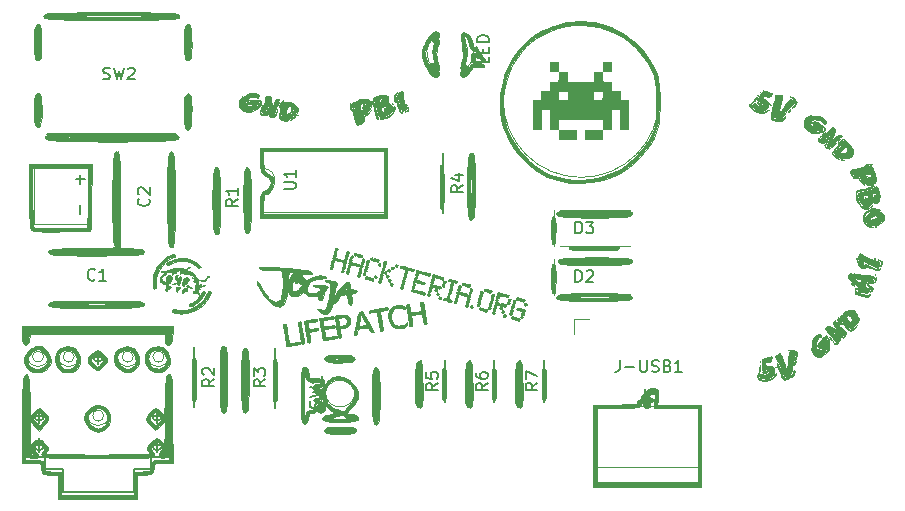
<source format=gbr>
G04 #@! TF.FileFunction,Legend,Top*
%FSLAX46Y46*%
G04 Gerber Fmt 4.6, Leading zero omitted, Abs format (unit mm)*
G04 Created by KiCad (PCBNEW 4.0.7-e0-6372~58~ubuntu16.04.1) date Tue Jul 24 02:48:08 2018*
%MOMM*%
%LPD*%
G01*
G04 APERTURE LIST*
%ADD10C,0.100000*%
%ADD11C,0.120000*%
%ADD12C,0.203200*%
%ADD13C,0.101600*%
%ADD14C,0.127000*%
%ADD15C,0.150000*%
%ADD16C,0.010000*%
%ADD17C,0.177800*%
G04 APERTURE END LIST*
D10*
D11*
X60760000Y-49850000D02*
G75*
G02X60760000Y-51850000I0J-1000000D01*
G01*
X60760000Y-51850000D02*
X60760000Y-53500000D01*
X60760000Y-53500000D02*
X71040000Y-53500000D01*
X71040000Y-53500000D02*
X71040000Y-48200000D01*
X71040000Y-48200000D02*
X60760000Y-48200000D01*
X60760000Y-48200000D02*
X60760000Y-49850000D01*
X75531392Y-38317665D02*
G75*
G03X75374484Y-41550000I1078608J-1672335D01*
G01*
X77688608Y-38317665D02*
G75*
G02X77845516Y-41550000I-1078608J-1672335D01*
G01*
X75530163Y-38948870D02*
G75*
G03X75530000Y-41030961I1079837J-1041130D01*
G01*
X77689837Y-38948870D02*
G75*
G02X77690000Y-41030961I-1079837J-1041130D01*
G01*
X75374000Y-41550000D02*
X75530000Y-41550000D01*
X77690000Y-41550000D02*
X77846000Y-41550000D01*
X94294000Y-44000000D02*
G75*
G03X94294000Y-44000000I-6604000J0D01*
G01*
D12*
X64242000Y-66621000D02*
X64242000Y-70939000D01*
X70338000Y-70939000D02*
X70338000Y-66621000D01*
X66294320Y-65732000D02*
X68306000Y-65732000D01*
X66263840Y-71828000D02*
X68306000Y-71828000D01*
X66020000Y-70812000D02*
X66782000Y-70812000D01*
X67798000Y-70812000D02*
X68560000Y-70812000D01*
X66782000Y-70812000D02*
X67671000Y-70431000D01*
D13*
X68547236Y-68780000D02*
G75*
G03X68547236Y-68780000I-1257236J0D01*
G01*
D12*
X40800520Y-63281920D02*
X52799480Y-63281920D01*
X40800520Y-74277580D02*
X42301660Y-74277580D01*
X51298340Y-74277580D02*
X52799480Y-74277580D01*
X42301660Y-75278340D02*
X43800260Y-75278340D01*
X49799740Y-75278340D02*
X51298340Y-75278340D01*
X51298340Y-75278340D02*
X51298340Y-74277580D01*
X42301660Y-75278340D02*
X42301660Y-74277580D01*
X43800260Y-77279860D02*
X49799740Y-77279860D01*
X49799740Y-77279860D02*
X49799740Y-75278340D01*
X43800260Y-77279860D02*
X43800260Y-75278340D01*
X40800520Y-74277580D02*
X40800520Y-67282420D01*
X40800520Y-63281920D02*
X40800520Y-64280140D01*
X40800520Y-74277580D02*
X52799480Y-74277580D01*
X52799480Y-74277580D02*
X52799480Y-67282420D01*
X52799480Y-63281920D02*
X52799480Y-64280140D01*
D10*
X47266973Y-70780000D02*
G75*
G03X47266973Y-70780000I-466973J0D01*
G01*
X42169193Y-65781280D02*
G75*
G03X42169193Y-65781280I-466973J0D01*
G01*
X44767613Y-65781280D02*
G75*
G03X44767613Y-65781280I-466973J0D01*
G01*
X49766333Y-65781280D02*
G75*
G03X49766333Y-65781280I-466973J0D01*
G01*
X52364753Y-65781280D02*
G75*
G03X52364753Y-65781280I-466973J0D01*
G01*
X47662105Y-70780000D02*
G75*
G03X47662105Y-70780000I-862105J0D01*
G01*
X42564325Y-65781280D02*
G75*
G03X42564325Y-65781280I-862105J0D01*
G01*
X52759885Y-65781280D02*
G75*
G03X52759885Y-65781280I-862105J0D01*
G01*
X50161465Y-65781280D02*
G75*
G03X50161465Y-65781280I-862105J0D01*
G01*
X45162745Y-65781280D02*
G75*
G03X45162745Y-65781280I-862105J0D01*
G01*
D14*
X42225148Y-70780000D02*
G75*
G03X42225148Y-70780000I-423868J0D01*
G01*
X41801280Y-71379440D02*
X41801280Y-70180560D01*
X42400720Y-70780000D02*
X41201840Y-70780000D01*
X42225148Y-73279360D02*
G75*
G03X42225148Y-73279360I-423868J0D01*
G01*
X41801280Y-73878800D02*
X41801280Y-72679920D01*
X42400720Y-73279360D02*
X41201840Y-73279360D01*
X52222588Y-73279360D02*
G75*
G03X52222588Y-73279360I-423868J0D01*
G01*
X51798720Y-73878800D02*
X51798720Y-72679920D01*
X52398160Y-73279360D02*
X51199280Y-73279360D01*
X52222588Y-70780000D02*
G75*
G03X52222588Y-70780000I-423868J0D01*
G01*
X51798720Y-71379440D02*
X51798720Y-70180560D01*
X52398160Y-70780000D02*
X51199280Y-70780000D01*
X47223868Y-65781280D02*
G75*
G03X47223868Y-65781280I-423868J0D01*
G01*
X46800000Y-66380720D02*
X46800000Y-65181840D01*
X47399440Y-65781280D02*
X46200560Y-65781280D01*
D11*
X50540000Y-61150000D02*
X42920000Y-61150000D01*
X50540000Y-56630000D02*
X42920000Y-56630000D01*
X45974000Y-49490000D02*
X45974000Y-54570000D01*
X41402000Y-54570000D02*
X41402000Y-49490000D01*
X41402000Y-54570000D02*
X45974000Y-54570000D01*
X41402000Y-49490000D02*
X45974000Y-49490000D01*
X89040000Y-76370000D02*
X97740000Y-76370000D01*
X89040000Y-69960000D02*
X97740000Y-69960000D01*
X97740000Y-69960000D02*
X97740000Y-76370000D01*
X97740000Y-75140000D02*
X89040000Y-75140000D01*
X89040000Y-76370000D02*
X89040000Y-69960000D01*
X87070000Y-63830000D02*
X87070000Y-62560000D01*
X87070000Y-62560000D02*
X88340000Y-62560000D01*
D15*
X54910000Y-64981260D02*
X54910000Y-70061260D01*
X57450000Y-64981260D02*
X57450000Y-70061260D01*
X76136000Y-69626740D02*
X76136000Y-66070740D01*
X74104000Y-69626740D02*
X74104000Y-66070740D01*
X59230000Y-65011260D02*
X59230000Y-70091260D01*
X61770000Y-65011260D02*
X61770000Y-70091260D01*
X78510000Y-53650000D02*
X78510000Y-48570000D01*
X75970000Y-53650000D02*
X75970000Y-48570000D01*
D11*
X91850000Y-56390000D02*
X85917952Y-56390000D01*
X85410000Y-56414000D02*
X85410000Y-53366000D01*
X85917952Y-53390000D02*
X91850000Y-53390000D01*
D15*
X84546000Y-69618000D02*
X84546000Y-66062000D01*
X82514000Y-69618000D02*
X82514000Y-66062000D01*
X80336000Y-69645000D02*
X80336000Y-66089000D01*
X78304000Y-69645000D02*
X78304000Y-66089000D01*
D11*
X91850000Y-60510000D02*
X85917952Y-60510000D01*
X85410000Y-60534000D02*
X85410000Y-57486000D01*
X85917952Y-57510000D02*
X91850000Y-57510000D01*
X52970000Y-48390000D02*
X52970000Y-56010000D01*
X48450000Y-48390000D02*
X48450000Y-56010000D01*
D15*
X56900000Y-49743000D02*
X56900000Y-54823000D01*
X59440000Y-49743000D02*
X59440000Y-54823000D01*
D12*
X41710000Y-37796000D02*
X41710000Y-40112480D01*
X42472000Y-46940000D02*
X53394000Y-46940000D01*
X53394000Y-36780000D02*
X42472000Y-36780000D01*
X54410000Y-43638000D02*
X54410000Y-45954480D01*
X41710000Y-43607520D02*
X41710000Y-45924000D01*
X54410000Y-37796000D02*
X54410000Y-40112480D01*
D16*
G36*
X52796782Y-67253159D02*
X52849867Y-67275440D01*
X52886209Y-67301070D01*
X52918387Y-67340090D01*
X52946693Y-67397549D01*
X52971419Y-67478493D01*
X52992855Y-67587970D01*
X53011293Y-67731025D01*
X53027025Y-67912707D01*
X53040342Y-68138061D01*
X53051535Y-68412136D01*
X53060897Y-68739978D01*
X53068718Y-69126634D01*
X53075290Y-69577151D01*
X53080904Y-70096575D01*
X53085852Y-70689955D01*
X53090426Y-71362336D01*
X53090974Y-71450322D01*
X53111421Y-74757477D01*
X52366387Y-74775929D01*
X52048756Y-74786516D01*
X51813127Y-74800625D01*
X51656902Y-74818483D01*
X51577481Y-74840319D01*
X51569801Y-74845932D01*
X51541417Y-74911254D01*
X51514398Y-75035689D01*
X51494106Y-75193776D01*
X51492403Y-75213485D01*
X51467839Y-75405127D01*
X51422546Y-75549107D01*
X51345706Y-75651996D01*
X51226505Y-75720363D01*
X51054125Y-75760779D01*
X50817751Y-75779815D01*
X50553084Y-75784097D01*
X50098000Y-75784334D01*
X50098000Y-77816334D01*
X43367000Y-77816334D01*
X43367000Y-75784334D01*
X42878807Y-75784334D01*
X42581162Y-75777392D01*
X42356386Y-75751665D01*
X42193456Y-75699800D01*
X42081349Y-75614443D01*
X42009043Y-75488241D01*
X41965514Y-75313841D01*
X41946581Y-75162443D01*
X41922908Y-74983345D01*
X41891698Y-74876133D01*
X41849227Y-74828111D01*
X41848362Y-74827722D01*
X41784810Y-74816656D01*
X41652016Y-74805057D01*
X41465390Y-74793883D01*
X41240345Y-74784091D01*
X41049250Y-74778061D01*
X40319000Y-74758730D01*
X40319149Y-74514334D01*
X40615334Y-74514334D01*
X41218584Y-74514399D01*
X41539382Y-74520688D01*
X41785525Y-74543164D01*
X41966352Y-74587356D01*
X42091201Y-74658796D01*
X42169410Y-74763016D01*
X42210320Y-74905545D01*
X42223267Y-75091914D01*
X42223376Y-75109492D01*
X42225993Y-75243277D01*
X42240766Y-75341215D01*
X42279301Y-75409580D01*
X42353205Y-75454643D01*
X42474085Y-75482675D01*
X42653548Y-75499947D01*
X42903198Y-75512732D01*
X42975417Y-75515854D01*
X43621000Y-75543553D01*
X43621000Y-77520000D01*
X49801667Y-77520000D01*
X49801667Y-75543553D01*
X50431909Y-75516274D01*
X50658545Y-75505034D01*
X50858101Y-75492461D01*
X51013819Y-75479813D01*
X51108937Y-75468349D01*
X51127102Y-75464070D01*
X51167203Y-75418300D01*
X51197660Y-75309220D01*
X51221359Y-75126356D01*
X51222014Y-75119434D01*
X51243854Y-74939823D01*
X51274565Y-74817683D01*
X51323052Y-74725821D01*
X51369971Y-74667611D01*
X51487968Y-74535500D01*
X52158234Y-74514334D01*
X52828500Y-74493167D01*
X52841918Y-73202000D01*
X52844373Y-72861512D01*
X52845111Y-72491979D01*
X52844274Y-72101302D01*
X52842006Y-71697384D01*
X52838448Y-71288127D01*
X52833743Y-70881434D01*
X52828033Y-70485207D01*
X52821460Y-70107347D01*
X52814167Y-69755758D01*
X52806296Y-69438342D01*
X52797989Y-69163000D01*
X52789389Y-68937635D01*
X52780638Y-68770150D01*
X52771878Y-68668447D01*
X52763252Y-68640428D01*
X52759957Y-68651167D01*
X52752677Y-68730487D01*
X52745785Y-68884197D01*
X52739481Y-69102022D01*
X52733968Y-69373686D01*
X52729445Y-69688912D01*
X52726113Y-70037426D01*
X52724174Y-70408950D01*
X52723955Y-70492667D01*
X52720702Y-71121369D01*
X52713863Y-71703269D01*
X52703625Y-72233528D01*
X52690176Y-72707308D01*
X52673703Y-73119772D01*
X52654393Y-73466083D01*
X52632435Y-73741401D01*
X52608016Y-73940890D01*
X52586253Y-74044611D01*
X52500870Y-74229118D01*
X52378226Y-74340780D01*
X52222318Y-74376602D01*
X52153023Y-74369308D01*
X52020389Y-74319305D01*
X51949243Y-74231000D01*
X51928304Y-74166287D01*
X51932927Y-74097240D01*
X51951352Y-74048667D01*
X52257000Y-74048667D01*
X52272489Y-74083512D01*
X52285222Y-74076889D01*
X52290289Y-74026649D01*
X52285222Y-74020445D01*
X52260055Y-74026256D01*
X52257000Y-74048667D01*
X51951352Y-74048667D01*
X51968948Y-74002281D01*
X52042206Y-73859833D01*
X52057025Y-73832564D01*
X52132478Y-73686276D01*
X52188246Y-73562986D01*
X52214012Y-73485851D01*
X52214667Y-73478736D01*
X52186404Y-73411358D01*
X52114676Y-73310298D01*
X52019071Y-73198377D01*
X51919176Y-73098416D01*
X51834581Y-73033236D01*
X51830180Y-73030801D01*
X51774077Y-73021373D01*
X51696952Y-73052852D01*
X51582780Y-73133110D01*
X51520046Y-73183160D01*
X51365192Y-73313620D01*
X51273025Y-73411160D01*
X51238731Y-73493971D01*
X51257499Y-73580243D01*
X51324513Y-73688166D01*
X51370082Y-73749911D01*
X51456623Y-73875813D01*
X51517053Y-73984222D01*
X51537334Y-74046356D01*
X51496763Y-74150314D01*
X51379878Y-74235723D01*
X51193921Y-74297708D01*
X51151119Y-74306483D01*
X51061467Y-74315416D01*
X50894788Y-74323937D01*
X50658720Y-74332000D01*
X50360902Y-74339561D01*
X50008972Y-74346573D01*
X49610570Y-74352991D01*
X49173333Y-74358772D01*
X48704901Y-74363869D01*
X48212911Y-74368237D01*
X47705003Y-74371832D01*
X47188816Y-74374608D01*
X46671987Y-74376520D01*
X46162155Y-74377523D01*
X45666960Y-74377571D01*
X45194038Y-74376620D01*
X44751030Y-74374625D01*
X44345574Y-74371541D01*
X43985308Y-74367321D01*
X43677872Y-74361922D01*
X43430902Y-74355298D01*
X43356351Y-74352526D01*
X43016744Y-74337730D01*
X42750810Y-74323773D01*
X42547576Y-74309558D01*
X42396070Y-74293989D01*
X42285318Y-74275971D01*
X42204350Y-74254409D01*
X42149851Y-74232038D01*
X42026360Y-74149394D01*
X41979645Y-74053893D01*
X42009005Y-73936547D01*
X42113741Y-73788366D01*
X42115175Y-73786688D01*
X42198947Y-73682982D01*
X42253837Y-73603835D01*
X42266334Y-73575502D01*
X42235815Y-73512414D01*
X42157703Y-73418218D01*
X42052160Y-73312574D01*
X41939348Y-73215141D01*
X41839431Y-73145580D01*
X41810695Y-73131229D01*
X41701872Y-73096492D01*
X41614853Y-73107120D01*
X41552075Y-73135704D01*
X41436013Y-73235854D01*
X41361706Y-73377610D01*
X41345451Y-73526940D01*
X41350868Y-73555793D01*
X41391028Y-73642184D01*
X41469048Y-73762228D01*
X41546164Y-73862756D01*
X41669330Y-74040433D01*
X41716053Y-74182219D01*
X41686597Y-74287465D01*
X41581224Y-74355522D01*
X41400194Y-74385740D01*
X41334236Y-74387334D01*
X41219142Y-74382370D01*
X41119963Y-74363607D01*
X41035522Y-74325236D01*
X40964644Y-74261446D01*
X40906152Y-74166431D01*
X40858871Y-74034379D01*
X40821624Y-73859482D01*
X40813002Y-73791579D01*
X41089662Y-73791579D01*
X41095722Y-73907280D01*
X41141315Y-74014092D01*
X41210363Y-74081547D01*
X41247657Y-74091000D01*
X41293464Y-74085706D01*
X41301288Y-74057935D01*
X41268181Y-73989849D01*
X41216955Y-73905221D01*
X41144477Y-73800103D01*
X41102447Y-73770086D01*
X41089662Y-73791579D01*
X40813002Y-73791579D01*
X40793236Y-73635932D01*
X40772531Y-73357918D01*
X40758332Y-73019632D01*
X40749465Y-72615266D01*
X40744752Y-72139008D01*
X40743018Y-71585052D01*
X40742926Y-71466334D01*
X40741928Y-71056080D01*
X40741596Y-71000658D01*
X41250334Y-71000658D01*
X41276368Y-71048303D01*
X41346268Y-71143119D01*
X41447730Y-71268925D01*
X41512609Y-71345559D01*
X41774884Y-71650291D01*
X42041775Y-71362987D01*
X42159151Y-71230296D01*
X42250215Y-71115285D01*
X42301796Y-71035184D01*
X42308667Y-71013866D01*
X42280953Y-70957495D01*
X42209144Y-70862469D01*
X42110238Y-70747248D01*
X42001231Y-70630295D01*
X41899123Y-70530071D01*
X41820910Y-70465037D01*
X41789817Y-70450334D01*
X41742035Y-70479243D01*
X41655741Y-70554225D01*
X41548206Y-70657661D01*
X41436703Y-70771932D01*
X41338502Y-70879419D01*
X41270876Y-70962504D01*
X41250334Y-71000658D01*
X40741596Y-71000658D01*
X40739459Y-70644645D01*
X40735707Y-70245972D01*
X40730858Y-69874004D01*
X40725097Y-69542682D01*
X40718610Y-69265950D01*
X40711584Y-69057749D01*
X40710442Y-69032167D01*
X40678834Y-68354834D01*
X40652823Y-68862834D01*
X40647994Y-68998272D01*
X40643261Y-69209063D01*
X40638722Y-69485891D01*
X40634473Y-69819443D01*
X40630608Y-70200403D01*
X40627226Y-70619459D01*
X40624421Y-71067294D01*
X40622289Y-71534594D01*
X40621073Y-71942584D01*
X40615334Y-74514334D01*
X40319149Y-74514334D01*
X40320298Y-72636282D01*
X40322020Y-71991215D01*
X40326273Y-71364149D01*
X40332883Y-70761945D01*
X40341680Y-70191465D01*
X40352490Y-69659569D01*
X40365141Y-69173120D01*
X40379461Y-68738979D01*
X40395277Y-68364007D01*
X40412416Y-68055065D01*
X40430707Y-67819015D01*
X40444404Y-67698667D01*
X40478534Y-67507501D01*
X40520030Y-67383660D01*
X40574783Y-67309812D01*
X40577278Y-67307698D01*
X40679956Y-67261965D01*
X40772677Y-67296704D01*
X40847287Y-67407739D01*
X40864798Y-67454925D01*
X40891544Y-67577508D01*
X40917487Y-67769242D01*
X40941514Y-68014615D01*
X40962508Y-68298113D01*
X40979356Y-68604222D01*
X40990942Y-68917427D01*
X40996153Y-69222216D01*
X40996334Y-69285729D01*
X40998388Y-69553457D01*
X41003984Y-69838800D01*
X41012267Y-70107733D01*
X41022385Y-70326234D01*
X41022450Y-70327331D01*
X41048567Y-70767834D01*
X41329367Y-70485484D01*
X41514830Y-70311295D01*
X41668035Y-70204333D01*
X41803326Y-70165477D01*
X41935045Y-70195605D01*
X42077535Y-70295593D01*
X42245139Y-70466321D01*
X42314840Y-70545795D01*
X42457785Y-70720119D01*
X42550625Y-70863963D01*
X42591131Y-70991152D01*
X42577077Y-71115511D01*
X42506232Y-71250862D01*
X42376370Y-71411031D01*
X42185261Y-71609841D01*
X42135310Y-71659609D01*
X41754090Y-72037834D01*
X41618628Y-71889237D01*
X41521714Y-71781909D01*
X41395462Y-71640743D01*
X41266458Y-71495471D01*
X41260917Y-71489204D01*
X41038667Y-71237766D01*
X41038667Y-73389273D01*
X41133917Y-73200729D01*
X41270088Y-73006000D01*
X41438411Y-72882939D01*
X41628937Y-72829758D01*
X41831714Y-72844668D01*
X42036794Y-72925881D01*
X42234225Y-73071608D01*
X42414056Y-73280061D01*
X42517334Y-73449360D01*
X42549890Y-73590651D01*
X42502499Y-73745134D01*
X42413109Y-73873266D01*
X42305860Y-74000725D01*
X42508347Y-74035279D01*
X42582602Y-74040738D01*
X42733814Y-74045719D01*
X42954827Y-74050221D01*
X43238483Y-74054243D01*
X43577627Y-74057786D01*
X43965102Y-74060849D01*
X44393751Y-74063431D01*
X44856418Y-74065532D01*
X45345945Y-74067152D01*
X45855177Y-74068289D01*
X46376956Y-74068945D01*
X46904127Y-74069118D01*
X47429532Y-74068807D01*
X47946014Y-74068013D01*
X48446418Y-74066735D01*
X48923587Y-74064973D01*
X49370363Y-74062726D01*
X49779591Y-74059993D01*
X50144114Y-74056774D01*
X50456774Y-74053070D01*
X50710417Y-74048879D01*
X50897884Y-74044200D01*
X51012019Y-74039034D01*
X51041895Y-74035794D01*
X51202624Y-74001755D01*
X51073645Y-73826371D01*
X50972186Y-73654249D01*
X50944365Y-73501248D01*
X50991525Y-73350152D01*
X51115009Y-73183745D01*
X51124584Y-73173215D01*
X51352147Y-72950280D01*
X51553836Y-72805819D01*
X51728732Y-72740448D01*
X51779053Y-72736334D01*
X51873352Y-72749442D01*
X51968624Y-72797188D01*
X52086790Y-72892202D01*
X52148455Y-72949180D01*
X52264230Y-73056653D01*
X52333761Y-73111725D01*
X52371449Y-73121075D01*
X52391692Y-73091387D01*
X52399343Y-73065596D01*
X52407205Y-72995115D01*
X52414160Y-72854362D01*
X52419817Y-72657735D01*
X52423782Y-72419627D01*
X52425662Y-72154433D01*
X52425755Y-72097085D01*
X52426334Y-71225004D01*
X52028864Y-71628322D01*
X51631395Y-72031641D01*
X51388241Y-71769005D01*
X51188007Y-71548205D01*
X51042284Y-71375637D01*
X50944079Y-71241346D01*
X50886398Y-71135375D01*
X50862249Y-71047770D01*
X50860411Y-71017602D01*
X50865326Y-70997893D01*
X51151496Y-70997893D01*
X51166973Y-71068609D01*
X51229378Y-71159681D01*
X51340342Y-71289256D01*
X51430204Y-71392218D01*
X51640778Y-71635602D01*
X51888461Y-71392218D01*
X52009504Y-71269400D01*
X52108863Y-71161484D01*
X52168872Y-71087851D01*
X52175528Y-71077304D01*
X52183026Y-71025825D01*
X52151271Y-70951729D01*
X52072678Y-70841513D01*
X51979305Y-70728054D01*
X51866447Y-70602018D01*
X51769038Y-70505851D01*
X51702947Y-70454764D01*
X51689559Y-70450334D01*
X51637813Y-70479199D01*
X51545097Y-70556430D01*
X51427653Y-70667982D01*
X51370299Y-70726430D01*
X51254791Y-70844949D01*
X51181313Y-70929388D01*
X51151496Y-70997893D01*
X50865326Y-70997893D01*
X50893887Y-70883373D01*
X50986326Y-70720995D01*
X51124672Y-70546831D01*
X51295866Y-70377242D01*
X51486849Y-70228590D01*
X51493836Y-70223898D01*
X51600315Y-70167327D01*
X51698813Y-70155254D01*
X51803648Y-70193270D01*
X51929134Y-70286966D01*
X52089585Y-70441934D01*
X52112448Y-70465513D01*
X52413045Y-70777026D01*
X52441423Y-69575468D01*
X52455741Y-69046549D01*
X52472356Y-68597179D01*
X52492174Y-68222251D01*
X52516103Y-67916658D01*
X52545049Y-67675293D01*
X52579920Y-67493050D01*
X52621621Y-67364821D01*
X52671061Y-67285501D01*
X52729146Y-67249983D01*
X52796782Y-67253159D01*
X52796782Y-67253159D01*
G37*
X52796782Y-67253159D02*
X52849867Y-67275440D01*
X52886209Y-67301070D01*
X52918387Y-67340090D01*
X52946693Y-67397549D01*
X52971419Y-67478493D01*
X52992855Y-67587970D01*
X53011293Y-67731025D01*
X53027025Y-67912707D01*
X53040342Y-68138061D01*
X53051535Y-68412136D01*
X53060897Y-68739978D01*
X53068718Y-69126634D01*
X53075290Y-69577151D01*
X53080904Y-70096575D01*
X53085852Y-70689955D01*
X53090426Y-71362336D01*
X53090974Y-71450322D01*
X53111421Y-74757477D01*
X52366387Y-74775929D01*
X52048756Y-74786516D01*
X51813127Y-74800625D01*
X51656902Y-74818483D01*
X51577481Y-74840319D01*
X51569801Y-74845932D01*
X51541417Y-74911254D01*
X51514398Y-75035689D01*
X51494106Y-75193776D01*
X51492403Y-75213485D01*
X51467839Y-75405127D01*
X51422546Y-75549107D01*
X51345706Y-75651996D01*
X51226505Y-75720363D01*
X51054125Y-75760779D01*
X50817751Y-75779815D01*
X50553084Y-75784097D01*
X50098000Y-75784334D01*
X50098000Y-77816334D01*
X43367000Y-77816334D01*
X43367000Y-75784334D01*
X42878807Y-75784334D01*
X42581162Y-75777392D01*
X42356386Y-75751665D01*
X42193456Y-75699800D01*
X42081349Y-75614443D01*
X42009043Y-75488241D01*
X41965514Y-75313841D01*
X41946581Y-75162443D01*
X41922908Y-74983345D01*
X41891698Y-74876133D01*
X41849227Y-74828111D01*
X41848362Y-74827722D01*
X41784810Y-74816656D01*
X41652016Y-74805057D01*
X41465390Y-74793883D01*
X41240345Y-74784091D01*
X41049250Y-74778061D01*
X40319000Y-74758730D01*
X40319149Y-74514334D01*
X40615334Y-74514334D01*
X41218584Y-74514399D01*
X41539382Y-74520688D01*
X41785525Y-74543164D01*
X41966352Y-74587356D01*
X42091201Y-74658796D01*
X42169410Y-74763016D01*
X42210320Y-74905545D01*
X42223267Y-75091914D01*
X42223376Y-75109492D01*
X42225993Y-75243277D01*
X42240766Y-75341215D01*
X42279301Y-75409580D01*
X42353205Y-75454643D01*
X42474085Y-75482675D01*
X42653548Y-75499947D01*
X42903198Y-75512732D01*
X42975417Y-75515854D01*
X43621000Y-75543553D01*
X43621000Y-77520000D01*
X49801667Y-77520000D01*
X49801667Y-75543553D01*
X50431909Y-75516274D01*
X50658545Y-75505034D01*
X50858101Y-75492461D01*
X51013819Y-75479813D01*
X51108937Y-75468349D01*
X51127102Y-75464070D01*
X51167203Y-75418300D01*
X51197660Y-75309220D01*
X51221359Y-75126356D01*
X51222014Y-75119434D01*
X51243854Y-74939823D01*
X51274565Y-74817683D01*
X51323052Y-74725821D01*
X51369971Y-74667611D01*
X51487968Y-74535500D01*
X52158234Y-74514334D01*
X52828500Y-74493167D01*
X52841918Y-73202000D01*
X52844373Y-72861512D01*
X52845111Y-72491979D01*
X52844274Y-72101302D01*
X52842006Y-71697384D01*
X52838448Y-71288127D01*
X52833743Y-70881434D01*
X52828033Y-70485207D01*
X52821460Y-70107347D01*
X52814167Y-69755758D01*
X52806296Y-69438342D01*
X52797989Y-69163000D01*
X52789389Y-68937635D01*
X52780638Y-68770150D01*
X52771878Y-68668447D01*
X52763252Y-68640428D01*
X52759957Y-68651167D01*
X52752677Y-68730487D01*
X52745785Y-68884197D01*
X52739481Y-69102022D01*
X52733968Y-69373686D01*
X52729445Y-69688912D01*
X52726113Y-70037426D01*
X52724174Y-70408950D01*
X52723955Y-70492667D01*
X52720702Y-71121369D01*
X52713863Y-71703269D01*
X52703625Y-72233528D01*
X52690176Y-72707308D01*
X52673703Y-73119772D01*
X52654393Y-73466083D01*
X52632435Y-73741401D01*
X52608016Y-73940890D01*
X52586253Y-74044611D01*
X52500870Y-74229118D01*
X52378226Y-74340780D01*
X52222318Y-74376602D01*
X52153023Y-74369308D01*
X52020389Y-74319305D01*
X51949243Y-74231000D01*
X51928304Y-74166287D01*
X51932927Y-74097240D01*
X51951352Y-74048667D01*
X52257000Y-74048667D01*
X52272489Y-74083512D01*
X52285222Y-74076889D01*
X52290289Y-74026649D01*
X52285222Y-74020445D01*
X52260055Y-74026256D01*
X52257000Y-74048667D01*
X51951352Y-74048667D01*
X51968948Y-74002281D01*
X52042206Y-73859833D01*
X52057025Y-73832564D01*
X52132478Y-73686276D01*
X52188246Y-73562986D01*
X52214012Y-73485851D01*
X52214667Y-73478736D01*
X52186404Y-73411358D01*
X52114676Y-73310298D01*
X52019071Y-73198377D01*
X51919176Y-73098416D01*
X51834581Y-73033236D01*
X51830180Y-73030801D01*
X51774077Y-73021373D01*
X51696952Y-73052852D01*
X51582780Y-73133110D01*
X51520046Y-73183160D01*
X51365192Y-73313620D01*
X51273025Y-73411160D01*
X51238731Y-73493971D01*
X51257499Y-73580243D01*
X51324513Y-73688166D01*
X51370082Y-73749911D01*
X51456623Y-73875813D01*
X51517053Y-73984222D01*
X51537334Y-74046356D01*
X51496763Y-74150314D01*
X51379878Y-74235723D01*
X51193921Y-74297708D01*
X51151119Y-74306483D01*
X51061467Y-74315416D01*
X50894788Y-74323937D01*
X50658720Y-74332000D01*
X50360902Y-74339561D01*
X50008972Y-74346573D01*
X49610570Y-74352991D01*
X49173333Y-74358772D01*
X48704901Y-74363869D01*
X48212911Y-74368237D01*
X47705003Y-74371832D01*
X47188816Y-74374608D01*
X46671987Y-74376520D01*
X46162155Y-74377523D01*
X45666960Y-74377571D01*
X45194038Y-74376620D01*
X44751030Y-74374625D01*
X44345574Y-74371541D01*
X43985308Y-74367321D01*
X43677872Y-74361922D01*
X43430902Y-74355298D01*
X43356351Y-74352526D01*
X43016744Y-74337730D01*
X42750810Y-74323773D01*
X42547576Y-74309558D01*
X42396070Y-74293989D01*
X42285318Y-74275971D01*
X42204350Y-74254409D01*
X42149851Y-74232038D01*
X42026360Y-74149394D01*
X41979645Y-74053893D01*
X42009005Y-73936547D01*
X42113741Y-73788366D01*
X42115175Y-73786688D01*
X42198947Y-73682982D01*
X42253837Y-73603835D01*
X42266334Y-73575502D01*
X42235815Y-73512414D01*
X42157703Y-73418218D01*
X42052160Y-73312574D01*
X41939348Y-73215141D01*
X41839431Y-73145580D01*
X41810695Y-73131229D01*
X41701872Y-73096492D01*
X41614853Y-73107120D01*
X41552075Y-73135704D01*
X41436013Y-73235854D01*
X41361706Y-73377610D01*
X41345451Y-73526940D01*
X41350868Y-73555793D01*
X41391028Y-73642184D01*
X41469048Y-73762228D01*
X41546164Y-73862756D01*
X41669330Y-74040433D01*
X41716053Y-74182219D01*
X41686597Y-74287465D01*
X41581224Y-74355522D01*
X41400194Y-74385740D01*
X41334236Y-74387334D01*
X41219142Y-74382370D01*
X41119963Y-74363607D01*
X41035522Y-74325236D01*
X40964644Y-74261446D01*
X40906152Y-74166431D01*
X40858871Y-74034379D01*
X40821624Y-73859482D01*
X40813002Y-73791579D01*
X41089662Y-73791579D01*
X41095722Y-73907280D01*
X41141315Y-74014092D01*
X41210363Y-74081547D01*
X41247657Y-74091000D01*
X41293464Y-74085706D01*
X41301288Y-74057935D01*
X41268181Y-73989849D01*
X41216955Y-73905221D01*
X41144477Y-73800103D01*
X41102447Y-73770086D01*
X41089662Y-73791579D01*
X40813002Y-73791579D01*
X40793236Y-73635932D01*
X40772531Y-73357918D01*
X40758332Y-73019632D01*
X40749465Y-72615266D01*
X40744752Y-72139008D01*
X40743018Y-71585052D01*
X40742926Y-71466334D01*
X40741928Y-71056080D01*
X40741596Y-71000658D01*
X41250334Y-71000658D01*
X41276368Y-71048303D01*
X41346268Y-71143119D01*
X41447730Y-71268925D01*
X41512609Y-71345559D01*
X41774884Y-71650291D01*
X42041775Y-71362987D01*
X42159151Y-71230296D01*
X42250215Y-71115285D01*
X42301796Y-71035184D01*
X42308667Y-71013866D01*
X42280953Y-70957495D01*
X42209144Y-70862469D01*
X42110238Y-70747248D01*
X42001231Y-70630295D01*
X41899123Y-70530071D01*
X41820910Y-70465037D01*
X41789817Y-70450334D01*
X41742035Y-70479243D01*
X41655741Y-70554225D01*
X41548206Y-70657661D01*
X41436703Y-70771932D01*
X41338502Y-70879419D01*
X41270876Y-70962504D01*
X41250334Y-71000658D01*
X40741596Y-71000658D01*
X40739459Y-70644645D01*
X40735707Y-70245972D01*
X40730858Y-69874004D01*
X40725097Y-69542682D01*
X40718610Y-69265950D01*
X40711584Y-69057749D01*
X40710442Y-69032167D01*
X40678834Y-68354834D01*
X40652823Y-68862834D01*
X40647994Y-68998272D01*
X40643261Y-69209063D01*
X40638722Y-69485891D01*
X40634473Y-69819443D01*
X40630608Y-70200403D01*
X40627226Y-70619459D01*
X40624421Y-71067294D01*
X40622289Y-71534594D01*
X40621073Y-71942584D01*
X40615334Y-74514334D01*
X40319149Y-74514334D01*
X40320298Y-72636282D01*
X40322020Y-71991215D01*
X40326273Y-71364149D01*
X40332883Y-70761945D01*
X40341680Y-70191465D01*
X40352490Y-69659569D01*
X40365141Y-69173120D01*
X40379461Y-68738979D01*
X40395277Y-68364007D01*
X40412416Y-68055065D01*
X40430707Y-67819015D01*
X40444404Y-67698667D01*
X40478534Y-67507501D01*
X40520030Y-67383660D01*
X40574783Y-67309812D01*
X40577278Y-67307698D01*
X40679956Y-67261965D01*
X40772677Y-67296704D01*
X40847287Y-67407739D01*
X40864798Y-67454925D01*
X40891544Y-67577508D01*
X40917487Y-67769242D01*
X40941514Y-68014615D01*
X40962508Y-68298113D01*
X40979356Y-68604222D01*
X40990942Y-68917427D01*
X40996153Y-69222216D01*
X40996334Y-69285729D01*
X40998388Y-69553457D01*
X41003984Y-69838800D01*
X41012267Y-70107733D01*
X41022385Y-70326234D01*
X41022450Y-70327331D01*
X41048567Y-70767834D01*
X41329367Y-70485484D01*
X41514830Y-70311295D01*
X41668035Y-70204333D01*
X41803326Y-70165477D01*
X41935045Y-70195605D01*
X42077535Y-70295593D01*
X42245139Y-70466321D01*
X42314840Y-70545795D01*
X42457785Y-70720119D01*
X42550625Y-70863963D01*
X42591131Y-70991152D01*
X42577077Y-71115511D01*
X42506232Y-71250862D01*
X42376370Y-71411031D01*
X42185261Y-71609841D01*
X42135310Y-71659609D01*
X41754090Y-72037834D01*
X41618628Y-71889237D01*
X41521714Y-71781909D01*
X41395462Y-71640743D01*
X41266458Y-71495471D01*
X41260917Y-71489204D01*
X41038667Y-71237766D01*
X41038667Y-73389273D01*
X41133917Y-73200729D01*
X41270088Y-73006000D01*
X41438411Y-72882939D01*
X41628937Y-72829758D01*
X41831714Y-72844668D01*
X42036794Y-72925881D01*
X42234225Y-73071608D01*
X42414056Y-73280061D01*
X42517334Y-73449360D01*
X42549890Y-73590651D01*
X42502499Y-73745134D01*
X42413109Y-73873266D01*
X42305860Y-74000725D01*
X42508347Y-74035279D01*
X42582602Y-74040738D01*
X42733814Y-74045719D01*
X42954827Y-74050221D01*
X43238483Y-74054243D01*
X43577627Y-74057786D01*
X43965102Y-74060849D01*
X44393751Y-74063431D01*
X44856418Y-74065532D01*
X45345945Y-74067152D01*
X45855177Y-74068289D01*
X46376956Y-74068945D01*
X46904127Y-74069118D01*
X47429532Y-74068807D01*
X47946014Y-74068013D01*
X48446418Y-74066735D01*
X48923587Y-74064973D01*
X49370363Y-74062726D01*
X49779591Y-74059993D01*
X50144114Y-74056774D01*
X50456774Y-74053070D01*
X50710417Y-74048879D01*
X50897884Y-74044200D01*
X51012019Y-74039034D01*
X51041895Y-74035794D01*
X51202624Y-74001755D01*
X51073645Y-73826371D01*
X50972186Y-73654249D01*
X50944365Y-73501248D01*
X50991525Y-73350152D01*
X51115009Y-73183745D01*
X51124584Y-73173215D01*
X51352147Y-72950280D01*
X51553836Y-72805819D01*
X51728732Y-72740448D01*
X51779053Y-72736334D01*
X51873352Y-72749442D01*
X51968624Y-72797188D01*
X52086790Y-72892202D01*
X52148455Y-72949180D01*
X52264230Y-73056653D01*
X52333761Y-73111725D01*
X52371449Y-73121075D01*
X52391692Y-73091387D01*
X52399343Y-73065596D01*
X52407205Y-72995115D01*
X52414160Y-72854362D01*
X52419817Y-72657735D01*
X52423782Y-72419627D01*
X52425662Y-72154433D01*
X52425755Y-72097085D01*
X52426334Y-71225004D01*
X52028864Y-71628322D01*
X51631395Y-72031641D01*
X51388241Y-71769005D01*
X51188007Y-71548205D01*
X51042284Y-71375637D01*
X50944079Y-71241346D01*
X50886398Y-71135375D01*
X50862249Y-71047770D01*
X50860411Y-71017602D01*
X50865326Y-70997893D01*
X51151496Y-70997893D01*
X51166973Y-71068609D01*
X51229378Y-71159681D01*
X51340342Y-71289256D01*
X51430204Y-71392218D01*
X51640778Y-71635602D01*
X51888461Y-71392218D01*
X52009504Y-71269400D01*
X52108863Y-71161484D01*
X52168872Y-71087851D01*
X52175528Y-71077304D01*
X52183026Y-71025825D01*
X52151271Y-70951729D01*
X52072678Y-70841513D01*
X51979305Y-70728054D01*
X51866447Y-70602018D01*
X51769038Y-70505851D01*
X51702947Y-70454764D01*
X51689559Y-70450334D01*
X51637813Y-70479199D01*
X51545097Y-70556430D01*
X51427653Y-70667982D01*
X51370299Y-70726430D01*
X51254791Y-70844949D01*
X51181313Y-70929388D01*
X51151496Y-70997893D01*
X50865326Y-70997893D01*
X50893887Y-70883373D01*
X50986326Y-70720995D01*
X51124672Y-70546831D01*
X51295866Y-70377242D01*
X51486849Y-70228590D01*
X51493836Y-70223898D01*
X51600315Y-70167327D01*
X51698813Y-70155254D01*
X51803648Y-70193270D01*
X51929134Y-70286966D01*
X52089585Y-70441934D01*
X52112448Y-70465513D01*
X52413045Y-70777026D01*
X52441423Y-69575468D01*
X52455741Y-69046549D01*
X52472356Y-68597179D01*
X52492174Y-68222251D01*
X52516103Y-67916658D01*
X52545049Y-67675293D01*
X52579920Y-67493050D01*
X52621621Y-67364821D01*
X52671061Y-67285501D01*
X52729146Y-67249983D01*
X52796782Y-67253159D01*
G36*
X93923258Y-68479832D02*
X94012191Y-68507676D01*
X94100569Y-68561641D01*
X94159642Y-68638134D01*
X94193162Y-68751593D01*
X94204882Y-68916455D01*
X94198552Y-69147159D01*
X94194946Y-69210926D01*
X94181187Y-69408580D01*
X94165675Y-69582672D01*
X94150592Y-69710834D01*
X94141141Y-69762417D01*
X94114792Y-69857667D01*
X97850000Y-69857667D01*
X97850000Y-76800334D01*
X88706000Y-76800334D01*
X88706000Y-70164809D01*
X89002334Y-70164809D01*
X89002334Y-76504000D01*
X97596000Y-76504000D01*
X97596000Y-70154000D01*
X95712167Y-70154000D01*
X95263072Y-70153834D01*
X94891372Y-70153143D01*
X94589793Y-70151642D01*
X94351063Y-70149046D01*
X94167909Y-70145067D01*
X94033060Y-70139420D01*
X93939242Y-70131818D01*
X93879184Y-70121977D01*
X93845612Y-70109609D01*
X93831255Y-70094429D01*
X93828718Y-70079917D01*
X93833644Y-70011330D01*
X93846823Y-69877269D01*
X93866318Y-69696308D01*
X93890192Y-69487025D01*
X93893303Y-69460515D01*
X93915687Y-69248605D01*
X93930635Y-69062135D01*
X93936973Y-68919853D01*
X93933528Y-68840507D01*
X93932400Y-68836099D01*
X93893261Y-68782841D01*
X93806139Y-68759872D01*
X93728114Y-68757000D01*
X93574446Y-68773360D01*
X93486634Y-68830738D01*
X93450833Y-68941583D01*
X93447982Y-69008883D01*
X93460213Y-69147384D01*
X93507192Y-69229861D01*
X93606620Y-69283226D01*
X93634809Y-69292922D01*
X93763346Y-69361761D01*
X93814049Y-69449259D01*
X93787273Y-69541589D01*
X93683370Y-69624923D01*
X93625673Y-69650624D01*
X93556669Y-69691757D01*
X93543491Y-69760198D01*
X93552954Y-69814367D01*
X93557985Y-69919995D01*
X93507891Y-70010220D01*
X93473529Y-70046987D01*
X93372582Y-70120171D01*
X93271472Y-70153765D01*
X93264467Y-70154000D01*
X93127659Y-70115552D01*
X93001485Y-70013796D01*
X92909388Y-69869118D01*
X92896058Y-69833646D01*
X92845255Y-69732858D01*
X92791717Y-69704267D01*
X92749067Y-69750424D01*
X92735885Y-69803645D01*
X92679099Y-69924395D01*
X92547239Y-70014944D01*
X92364606Y-70071767D01*
X92274880Y-70082702D01*
X92111485Y-70093990D01*
X91885415Y-70105205D01*
X91607663Y-70115922D01*
X91289223Y-70125718D01*
X90941089Y-70134166D01*
X90579250Y-70140766D01*
X89002334Y-70164809D01*
X88706000Y-70164809D01*
X88706000Y-69865492D01*
X90473417Y-69846303D01*
X90942384Y-69840692D01*
X91333068Y-69834675D01*
X91651852Y-69827859D01*
X91905120Y-69819848D01*
X92099255Y-69810248D01*
X92240640Y-69798665D01*
X92335658Y-69784703D01*
X92390694Y-69767968D01*
X92412130Y-69748065D01*
X92407733Y-69726729D01*
X92407264Y-69654662D01*
X92462321Y-69566457D01*
X92554789Y-69487750D01*
X92590424Y-69468230D01*
X92623890Y-69443087D01*
X93151000Y-69443087D01*
X93155704Y-69602372D01*
X93167962Y-69732154D01*
X93184992Y-69819452D01*
X93204014Y-69851281D01*
X93222246Y-69814659D01*
X93226207Y-69794167D01*
X93252804Y-69687658D01*
X93281163Y-69603580D01*
X93297749Y-69507677D01*
X93267578Y-69395996D01*
X93236455Y-69330046D01*
X93151000Y-69162431D01*
X93151000Y-69443087D01*
X92623890Y-69443087D01*
X92672288Y-69406727D01*
X92737854Y-69297945D01*
X92785124Y-69171162D01*
X92859494Y-68998229D01*
X92943107Y-68905850D01*
X93034020Y-68895577D01*
X93089532Y-68928019D01*
X93138323Y-68955121D01*
X93150987Y-68911451D01*
X93151000Y-68908248D01*
X93184803Y-68774578D01*
X93270439Y-68638481D01*
X93384249Y-68535860D01*
X93403614Y-68524883D01*
X93556043Y-68477890D01*
X93743533Y-68462469D01*
X93923258Y-68479832D01*
X93923258Y-68479832D01*
G37*
X93923258Y-68479832D02*
X94012191Y-68507676D01*
X94100569Y-68561641D01*
X94159642Y-68638134D01*
X94193162Y-68751593D01*
X94204882Y-68916455D01*
X94198552Y-69147159D01*
X94194946Y-69210926D01*
X94181187Y-69408580D01*
X94165675Y-69582672D01*
X94150592Y-69710834D01*
X94141141Y-69762417D01*
X94114792Y-69857667D01*
X97850000Y-69857667D01*
X97850000Y-76800334D01*
X88706000Y-76800334D01*
X88706000Y-70164809D01*
X89002334Y-70164809D01*
X89002334Y-76504000D01*
X97596000Y-76504000D01*
X97596000Y-70154000D01*
X95712167Y-70154000D01*
X95263072Y-70153834D01*
X94891372Y-70153143D01*
X94589793Y-70151642D01*
X94351063Y-70149046D01*
X94167909Y-70145067D01*
X94033060Y-70139420D01*
X93939242Y-70131818D01*
X93879184Y-70121977D01*
X93845612Y-70109609D01*
X93831255Y-70094429D01*
X93828718Y-70079917D01*
X93833644Y-70011330D01*
X93846823Y-69877269D01*
X93866318Y-69696308D01*
X93890192Y-69487025D01*
X93893303Y-69460515D01*
X93915687Y-69248605D01*
X93930635Y-69062135D01*
X93936973Y-68919853D01*
X93933528Y-68840507D01*
X93932400Y-68836099D01*
X93893261Y-68782841D01*
X93806139Y-68759872D01*
X93728114Y-68757000D01*
X93574446Y-68773360D01*
X93486634Y-68830738D01*
X93450833Y-68941583D01*
X93447982Y-69008883D01*
X93460213Y-69147384D01*
X93507192Y-69229861D01*
X93606620Y-69283226D01*
X93634809Y-69292922D01*
X93763346Y-69361761D01*
X93814049Y-69449259D01*
X93787273Y-69541589D01*
X93683370Y-69624923D01*
X93625673Y-69650624D01*
X93556669Y-69691757D01*
X93543491Y-69760198D01*
X93552954Y-69814367D01*
X93557985Y-69919995D01*
X93507891Y-70010220D01*
X93473529Y-70046987D01*
X93372582Y-70120171D01*
X93271472Y-70153765D01*
X93264467Y-70154000D01*
X93127659Y-70115552D01*
X93001485Y-70013796D01*
X92909388Y-69869118D01*
X92896058Y-69833646D01*
X92845255Y-69732858D01*
X92791717Y-69704267D01*
X92749067Y-69750424D01*
X92735885Y-69803645D01*
X92679099Y-69924395D01*
X92547239Y-70014944D01*
X92364606Y-70071767D01*
X92274880Y-70082702D01*
X92111485Y-70093990D01*
X91885415Y-70105205D01*
X91607663Y-70115922D01*
X91289223Y-70125718D01*
X90941089Y-70134166D01*
X90579250Y-70140766D01*
X89002334Y-70164809D01*
X88706000Y-70164809D01*
X88706000Y-69865492D01*
X90473417Y-69846303D01*
X90942384Y-69840692D01*
X91333068Y-69834675D01*
X91651852Y-69827859D01*
X91905120Y-69819848D01*
X92099255Y-69810248D01*
X92240640Y-69798665D01*
X92335658Y-69784703D01*
X92390694Y-69767968D01*
X92412130Y-69748065D01*
X92407733Y-69726729D01*
X92407264Y-69654662D01*
X92462321Y-69566457D01*
X92554789Y-69487750D01*
X92590424Y-69468230D01*
X92623890Y-69443087D01*
X93151000Y-69443087D01*
X93155704Y-69602372D01*
X93167962Y-69732154D01*
X93184992Y-69819452D01*
X93204014Y-69851281D01*
X93222246Y-69814659D01*
X93226207Y-69794167D01*
X93252804Y-69687658D01*
X93281163Y-69603580D01*
X93297749Y-69507677D01*
X93267578Y-69395996D01*
X93236455Y-69330046D01*
X93151000Y-69162431D01*
X93151000Y-69443087D01*
X92623890Y-69443087D01*
X92672288Y-69406727D01*
X92737854Y-69297945D01*
X92785124Y-69171162D01*
X92859494Y-68998229D01*
X92943107Y-68905850D01*
X93034020Y-68895577D01*
X93089532Y-68928019D01*
X93138323Y-68955121D01*
X93150987Y-68911451D01*
X93151000Y-68908248D01*
X93184803Y-68774578D01*
X93270439Y-68638481D01*
X93384249Y-68535860D01*
X93403614Y-68524883D01*
X93556043Y-68477890D01*
X93743533Y-68462469D01*
X93923258Y-68479832D01*
G36*
X67589023Y-71702731D02*
X67823263Y-71708449D01*
X68003220Y-71719329D01*
X68144058Y-71736472D01*
X68260943Y-71760983D01*
X68313584Y-71775869D01*
X68498794Y-71854800D01*
X68604758Y-71948510D01*
X68631172Y-72048133D01*
X68577729Y-72144807D01*
X68444124Y-72229665D01*
X68330616Y-72269740D01*
X68235873Y-72285502D01*
X68075226Y-72300631D01*
X67866618Y-72314492D01*
X67627996Y-72326452D01*
X67377306Y-72335875D01*
X67132494Y-72342127D01*
X66911506Y-72344574D01*
X66732288Y-72342582D01*
X66612785Y-72335515D01*
X66586834Y-72331384D01*
X66496793Y-72311975D01*
X66362366Y-72284080D01*
X66284699Y-72268284D01*
X66090142Y-72206900D01*
X65974195Y-72123467D01*
X65937397Y-72027607D01*
X65939373Y-72023060D01*
X66579106Y-72023060D01*
X66645422Y-72040224D01*
X66760932Y-72056034D01*
X66907909Y-72068946D01*
X67068626Y-72077417D01*
X67225357Y-72079905D01*
X67360372Y-72074866D01*
X67365325Y-72074464D01*
X67515581Y-72065626D01*
X67699360Y-72059726D01*
X67809825Y-72058352D01*
X67952037Y-72053738D01*
X68015151Y-72040076D01*
X68005000Y-72016667D01*
X67941177Y-72002227D01*
X67811056Y-71990752D01*
X67632961Y-71982378D01*
X67425213Y-71977241D01*
X67206134Y-71975477D01*
X66994048Y-71977222D01*
X66807276Y-71982612D01*
X66664140Y-71991783D01*
X66582963Y-72004871D01*
X66579713Y-72006084D01*
X66579106Y-72023060D01*
X65939373Y-72023060D01*
X65980287Y-71928940D01*
X66103405Y-71837087D01*
X66257083Y-71775869D01*
X66367808Y-71747384D01*
X66495123Y-71726801D01*
X66654193Y-71713019D01*
X66860184Y-71704932D01*
X67128262Y-71701439D01*
X67285334Y-71701070D01*
X67589023Y-71702731D01*
X67589023Y-71702731D01*
G37*
X67589023Y-71702731D02*
X67823263Y-71708449D01*
X68003220Y-71719329D01*
X68144058Y-71736472D01*
X68260943Y-71760983D01*
X68313584Y-71775869D01*
X68498794Y-71854800D01*
X68604758Y-71948510D01*
X68631172Y-72048133D01*
X68577729Y-72144807D01*
X68444124Y-72229665D01*
X68330616Y-72269740D01*
X68235873Y-72285502D01*
X68075226Y-72300631D01*
X67866618Y-72314492D01*
X67627996Y-72326452D01*
X67377306Y-72335875D01*
X67132494Y-72342127D01*
X66911506Y-72344574D01*
X66732288Y-72342582D01*
X66612785Y-72335515D01*
X66586834Y-72331384D01*
X66496793Y-72311975D01*
X66362366Y-72284080D01*
X66284699Y-72268284D01*
X66090142Y-72206900D01*
X65974195Y-72123467D01*
X65937397Y-72027607D01*
X65939373Y-72023060D01*
X66579106Y-72023060D01*
X66645422Y-72040224D01*
X66760932Y-72056034D01*
X66907909Y-72068946D01*
X67068626Y-72077417D01*
X67225357Y-72079905D01*
X67360372Y-72074866D01*
X67365325Y-72074464D01*
X67515581Y-72065626D01*
X67699360Y-72059726D01*
X67809825Y-72058352D01*
X67952037Y-72053738D01*
X68015151Y-72040076D01*
X68005000Y-72016667D01*
X67941177Y-72002227D01*
X67811056Y-71990752D01*
X67632961Y-71982378D01*
X67425213Y-71977241D01*
X67206134Y-71975477D01*
X66994048Y-71977222D01*
X66807276Y-71982612D01*
X66664140Y-71991783D01*
X66582963Y-72004871D01*
X66579713Y-72006084D01*
X66579106Y-72023060D01*
X65939373Y-72023060D01*
X65980287Y-71928940D01*
X66103405Y-71837087D01*
X66257083Y-71775869D01*
X66367808Y-71747384D01*
X66495123Y-71726801D01*
X66654193Y-71713019D01*
X66860184Y-71704932D01*
X67128262Y-71701439D01*
X67285334Y-71701070D01*
X67589023Y-71702731D01*
G36*
X47121655Y-69936892D02*
X47342073Y-70056318D01*
X47531441Y-70230645D01*
X47679594Y-70452569D01*
X47776362Y-70714785D01*
X47811580Y-71009988D01*
X47811587Y-71012610D01*
X47795529Y-71261153D01*
X47738688Y-71461651D01*
X47629286Y-71645602D01*
X47530364Y-71764635D01*
X47305226Y-71961711D01*
X47056277Y-72087074D01*
X46795475Y-72138224D01*
X46534775Y-72112661D01*
X46307162Y-72020313D01*
X46055251Y-71837762D01*
X45842093Y-71608618D01*
X45682502Y-71352317D01*
X45591291Y-71088296D01*
X45589396Y-71078502D01*
X45594749Y-70902329D01*
X45881634Y-70902329D01*
X45888284Y-71075785D01*
X45959588Y-71266839D01*
X46083222Y-71457839D01*
X46246862Y-71631132D01*
X46438184Y-71769065D01*
X46513719Y-71807693D01*
X46647326Y-71862866D01*
X46749471Y-71882036D01*
X46853066Y-71864042D01*
X46991027Y-71807725D01*
X47030563Y-71789469D01*
X47268380Y-71639476D01*
X47434328Y-71447044D01*
X47525762Y-71217298D01*
X47540035Y-70955368D01*
X47522358Y-70836873D01*
X47434414Y-70577642D01*
X47292296Y-70374661D01*
X47103037Y-70235100D01*
X46873671Y-70166131D01*
X46863248Y-70164884D01*
X46729531Y-70161859D01*
X46604641Y-70193043D01*
X46457230Y-70263976D01*
X46267638Y-70390820D01*
X46097859Y-70547456D01*
X45965784Y-70714043D01*
X45889301Y-70870740D01*
X45881634Y-70902329D01*
X45594749Y-70902329D01*
X45594907Y-70897145D01*
X45666728Y-70694638D01*
X45794411Y-70485562D01*
X45967509Y-70284497D01*
X46175575Y-70106024D01*
X46375773Y-69981065D01*
X46628338Y-69891961D01*
X46880354Y-69879672D01*
X47121655Y-69936892D01*
X47121655Y-69936892D01*
G37*
X47121655Y-69936892D02*
X47342073Y-70056318D01*
X47531441Y-70230645D01*
X47679594Y-70452569D01*
X47776362Y-70714785D01*
X47811580Y-71009988D01*
X47811587Y-71012610D01*
X47795529Y-71261153D01*
X47738688Y-71461651D01*
X47629286Y-71645602D01*
X47530364Y-71764635D01*
X47305226Y-71961711D01*
X47056277Y-72087074D01*
X46795475Y-72138224D01*
X46534775Y-72112661D01*
X46307162Y-72020313D01*
X46055251Y-71837762D01*
X45842093Y-71608618D01*
X45682502Y-71352317D01*
X45591291Y-71088296D01*
X45589396Y-71078502D01*
X45594749Y-70902329D01*
X45881634Y-70902329D01*
X45888284Y-71075785D01*
X45959588Y-71266839D01*
X46083222Y-71457839D01*
X46246862Y-71631132D01*
X46438184Y-71769065D01*
X46513719Y-71807693D01*
X46647326Y-71862866D01*
X46749471Y-71882036D01*
X46853066Y-71864042D01*
X46991027Y-71807725D01*
X47030563Y-71789469D01*
X47268380Y-71639476D01*
X47434328Y-71447044D01*
X47525762Y-71217298D01*
X47540035Y-70955368D01*
X47522358Y-70836873D01*
X47434414Y-70577642D01*
X47292296Y-70374661D01*
X47103037Y-70235100D01*
X46873671Y-70166131D01*
X46863248Y-70164884D01*
X46729531Y-70161859D01*
X46604641Y-70193043D01*
X46457230Y-70263976D01*
X46267638Y-70390820D01*
X46097859Y-70547456D01*
X45965784Y-70714043D01*
X45889301Y-70870740D01*
X45881634Y-70902329D01*
X45594749Y-70902329D01*
X45594907Y-70897145D01*
X45666728Y-70694638D01*
X45794411Y-70485562D01*
X45967509Y-70284497D01*
X46175575Y-70106024D01*
X46375773Y-69981065D01*
X46628338Y-69891961D01*
X46880354Y-69879672D01*
X47121655Y-69936892D01*
G36*
X70360960Y-66665429D02*
X70448997Y-66750628D01*
X70518894Y-66906803D01*
X70547920Y-67021660D01*
X70571461Y-67187473D01*
X70591194Y-67424515D01*
X70607120Y-67720188D01*
X70619239Y-68061895D01*
X70627550Y-68437040D01*
X70632055Y-68833025D01*
X70632754Y-69237253D01*
X70629645Y-69637128D01*
X70622731Y-70020052D01*
X70612009Y-70373429D01*
X70597482Y-70684662D01*
X70579148Y-70941152D01*
X70557008Y-71130305D01*
X70547883Y-71180555D01*
X70488186Y-71382488D01*
X70411484Y-71506579D01*
X70319773Y-71550746D01*
X70223254Y-71518602D01*
X70165889Y-71457527D01*
X70117383Y-71353508D01*
X70077203Y-71201207D01*
X70044816Y-70995288D01*
X70019689Y-70730415D01*
X70001286Y-70401252D01*
X69989076Y-70002461D01*
X69982524Y-69528708D01*
X69980998Y-69095667D01*
X69981259Y-69036778D01*
X70254650Y-69036778D01*
X70255070Y-69366397D01*
X70257799Y-69680590D01*
X70262872Y-69962676D01*
X70270326Y-70195980D01*
X70280195Y-70363822D01*
X70280354Y-70365667D01*
X70311533Y-70725500D01*
X70339117Y-70344500D01*
X70348969Y-70167102D01*
X70357871Y-69930258D01*
X70365089Y-69659189D01*
X70369893Y-69379117D01*
X70371184Y-69239897D01*
X70370732Y-68948239D01*
X70366450Y-68636544D01*
X70358997Y-68335605D01*
X70349032Y-68076216D01*
X70344494Y-67991063D01*
X70331448Y-67777269D01*
X70321593Y-67641699D01*
X70313451Y-67578038D01*
X70305543Y-67579972D01*
X70296391Y-67641187D01*
X70285943Y-67741000D01*
X70275350Y-67897586D01*
X70266889Y-68122135D01*
X70260595Y-68397969D01*
X70256504Y-68708409D01*
X70254650Y-69036778D01*
X69981259Y-69036778D01*
X69983380Y-68558311D01*
X69990932Y-68100192D01*
X70004262Y-67716003D01*
X70023976Y-67400436D01*
X70050682Y-67148185D01*
X70084988Y-66953942D01*
X70127502Y-66812400D01*
X70178830Y-66718252D01*
X70239581Y-66666192D01*
X70260067Y-66657882D01*
X70360960Y-66665429D01*
X70360960Y-66665429D01*
G37*
X70360960Y-66665429D02*
X70448997Y-66750628D01*
X70518894Y-66906803D01*
X70547920Y-67021660D01*
X70571461Y-67187473D01*
X70591194Y-67424515D01*
X70607120Y-67720188D01*
X70619239Y-68061895D01*
X70627550Y-68437040D01*
X70632055Y-68833025D01*
X70632754Y-69237253D01*
X70629645Y-69637128D01*
X70622731Y-70020052D01*
X70612009Y-70373429D01*
X70597482Y-70684662D01*
X70579148Y-70941152D01*
X70557008Y-71130305D01*
X70547883Y-71180555D01*
X70488186Y-71382488D01*
X70411484Y-71506579D01*
X70319773Y-71550746D01*
X70223254Y-71518602D01*
X70165889Y-71457527D01*
X70117383Y-71353508D01*
X70077203Y-71201207D01*
X70044816Y-70995288D01*
X70019689Y-70730415D01*
X70001286Y-70401252D01*
X69989076Y-70002461D01*
X69982524Y-69528708D01*
X69980998Y-69095667D01*
X69981259Y-69036778D01*
X70254650Y-69036778D01*
X70255070Y-69366397D01*
X70257799Y-69680590D01*
X70262872Y-69962676D01*
X70270326Y-70195980D01*
X70280195Y-70363822D01*
X70280354Y-70365667D01*
X70311533Y-70725500D01*
X70339117Y-70344500D01*
X70348969Y-70167102D01*
X70357871Y-69930258D01*
X70365089Y-69659189D01*
X70369893Y-69379117D01*
X70371184Y-69239897D01*
X70370732Y-68948239D01*
X70366450Y-68636544D01*
X70358997Y-68335605D01*
X70349032Y-68076216D01*
X70344494Y-67991063D01*
X70331448Y-67777269D01*
X70321593Y-67641699D01*
X70313451Y-67578038D01*
X70305543Y-67579972D01*
X70296391Y-67641187D01*
X70285943Y-67741000D01*
X70275350Y-67897586D01*
X70266889Y-68122135D01*
X70260595Y-68397969D01*
X70256504Y-68708409D01*
X70254650Y-69036778D01*
X69981259Y-69036778D01*
X69983380Y-68558311D01*
X69990932Y-68100192D01*
X70004262Y-67716003D01*
X70023976Y-67400436D01*
X70050682Y-67148185D01*
X70084988Y-66953942D01*
X70127502Y-66812400D01*
X70178830Y-66718252D01*
X70239581Y-66666192D01*
X70260067Y-66657882D01*
X70360960Y-66665429D01*
G36*
X64358169Y-66667008D02*
X64448108Y-66756209D01*
X64525317Y-66905608D01*
X64583109Y-67109378D01*
X64608330Y-67280237D01*
X64639500Y-67592834D01*
X65175008Y-67614000D01*
X65409089Y-67625303D01*
X65573749Y-67639163D01*
X65684237Y-67657986D01*
X65755798Y-67684176D01*
X65794974Y-67711783D01*
X65882984Y-67845218D01*
X65901809Y-68011651D01*
X65865365Y-68154009D01*
X65787522Y-68270801D01*
X65663144Y-68342375D01*
X65478522Y-68375191D01*
X65388161Y-68378865D01*
X65281758Y-68387510D01*
X65256879Y-68407586D01*
X65311519Y-68436717D01*
X65443668Y-68472526D01*
X65472623Y-68478877D01*
X65585320Y-68522691D01*
X65654556Y-68571603D01*
X65697864Y-68612548D01*
X65727742Y-68619559D01*
X65755242Y-68580027D01*
X65791415Y-68481339D01*
X65825953Y-68376000D01*
X65890418Y-68221775D01*
X65986360Y-68076385D01*
X66131506Y-67913847D01*
X66162947Y-67882044D01*
X66307224Y-67744686D01*
X66427298Y-67653193D01*
X66553497Y-67588660D01*
X66716147Y-67532185D01*
X66731976Y-67527347D01*
X67092203Y-67457534D01*
X67436458Y-67469560D01*
X67760439Y-67561405D01*
X68059845Y-67731049D01*
X68330372Y-67976473D01*
X68567719Y-68295656D01*
X68641954Y-68424050D01*
X68720731Y-68580081D01*
X68764875Y-68707353D01*
X68784073Y-68844791D01*
X68788029Y-69011000D01*
X68783330Y-69191028D01*
X68763673Y-69321014D01*
X68721004Y-69435305D01*
X68663919Y-69540167D01*
X68564319Y-69689549D01*
X68436453Y-69854954D01*
X68341845Y-69963500D01*
X68207535Y-70113797D01*
X68069061Y-70278951D01*
X67987332Y-70382783D01*
X67897689Y-70514585D01*
X67873461Y-70597527D01*
X67919894Y-70642313D01*
X68042234Y-70659651D01*
X68123837Y-70661352D01*
X68356128Y-70680735D01*
X68554650Y-70732756D01*
X68707289Y-70810836D01*
X68801928Y-70908396D01*
X68826452Y-71018857D01*
X68822233Y-71040576D01*
X68771589Y-71106606D01*
X68670770Y-71172147D01*
X68633259Y-71188925D01*
X68479662Y-71230874D01*
X68261044Y-71263960D01*
X67992835Y-71288212D01*
X67690466Y-71303661D01*
X67369368Y-71310338D01*
X67044973Y-71308272D01*
X66732711Y-71297493D01*
X66448012Y-71278033D01*
X66206309Y-71249920D01*
X66023032Y-71213185D01*
X65940383Y-71183656D01*
X65830119Y-71114173D01*
X65785756Y-71037926D01*
X65782500Y-71002353D01*
X65786873Y-70975673D01*
X66319217Y-70975673D01*
X66372364Y-70991225D01*
X66459834Y-71003952D01*
X66625818Y-71017237D01*
X66852374Y-71026033D01*
X67115628Y-71030364D01*
X67391707Y-71030255D01*
X67656739Y-71025730D01*
X67886849Y-71016815D01*
X68058166Y-71003532D01*
X68068500Y-71002296D01*
X68191620Y-70984673D01*
X68231503Y-70972492D01*
X68189375Y-70965315D01*
X68174054Y-70964557D01*
X67949854Y-70933697D01*
X67758817Y-70866488D01*
X67648971Y-70793232D01*
X67610978Y-70760633D01*
X67570215Y-70740775D01*
X67511538Y-70734084D01*
X67419800Y-70740988D01*
X67279858Y-70761916D01*
X67076565Y-70797295D01*
X66995964Y-70811683D01*
X66716043Y-70862759D01*
X66514080Y-70902661D01*
X66384403Y-70933425D01*
X66321340Y-70957084D01*
X66319217Y-70975673D01*
X65786873Y-70975673D01*
X65794739Y-70927684D01*
X65837360Y-70862845D01*
X65919220Y-70803976D01*
X66049175Y-70747216D01*
X66236081Y-70688704D01*
X66488795Y-70624580D01*
X66816172Y-70550983D01*
X66819667Y-70550227D01*
X66874568Y-70533913D01*
X66871342Y-70513820D01*
X66801422Y-70480559D01*
X66731088Y-70453117D01*
X66405656Y-70288474D01*
X66142904Y-70066927D01*
X65942913Y-69788558D01*
X65817738Y-69492987D01*
X65748929Y-69274700D01*
X65557913Y-69496770D01*
X65724233Y-69639134D01*
X65899659Y-69824186D01*
X65995100Y-70008296D01*
X66009545Y-70187195D01*
X65941982Y-70356612D01*
X65905737Y-70404752D01*
X65774697Y-70509589D01*
X65631005Y-70531141D01*
X65479397Y-70468986D01*
X65447480Y-70445639D01*
X65366173Y-70388721D01*
X65313381Y-70384200D01*
X65257121Y-70425739D01*
X65173983Y-70470621D01*
X65040709Y-70513004D01*
X64934219Y-70535263D01*
X64768465Y-70571344D01*
X64671422Y-70620662D01*
X64627142Y-70695127D01*
X64618982Y-70770733D01*
X64598027Y-70925638D01*
X64545453Y-71097266D01*
X64473669Y-71254162D01*
X64395089Y-71364871D01*
X64378842Y-71379341D01*
X64279892Y-71447620D01*
X64210252Y-71457353D01*
X64138335Y-71408811D01*
X64110334Y-71381667D01*
X64047386Y-71301820D01*
X64024360Y-71244084D01*
X64018413Y-71178510D01*
X64003923Y-71054251D01*
X63983851Y-70896502D01*
X63980828Y-70873667D01*
X63968372Y-70731552D01*
X63958135Y-70518137D01*
X63950115Y-70246760D01*
X63944306Y-69930758D01*
X63940705Y-69583469D01*
X63940013Y-69402443D01*
X64221122Y-69402443D01*
X64222236Y-69736023D01*
X64225089Y-70045798D01*
X64229730Y-70319761D01*
X64236205Y-70545905D01*
X64244560Y-70712222D01*
X64254844Y-70806706D01*
X64255602Y-70810167D01*
X64295036Y-70979500D01*
X64320983Y-70779002D01*
X64355775Y-70629705D01*
X64411854Y-70496021D01*
X64433771Y-70461502D01*
X64562439Y-70353973D01*
X64685890Y-70309200D01*
X64875162Y-70267851D01*
X64998386Y-70235512D01*
X65072360Y-70203717D01*
X65113879Y-70164002D01*
X65139742Y-70107903D01*
X65150794Y-70074912D01*
X65219741Y-69940313D01*
X65305678Y-69885377D01*
X65398268Y-69909636D01*
X65487174Y-70012617D01*
X65526410Y-70092027D01*
X65587483Y-70193546D01*
X65651196Y-70236399D01*
X65700641Y-70216592D01*
X65719000Y-70137523D01*
X65689231Y-70016515D01*
X65594912Y-69899729D01*
X65428524Y-69779253D01*
X65319262Y-69716937D01*
X65142031Y-69612215D01*
X65040361Y-69526069D01*
X65009295Y-69450894D01*
X65043877Y-69379087D01*
X65078107Y-69347015D01*
X65193958Y-69286005D01*
X65302517Y-69265000D01*
X65394920Y-69249303D01*
X65455470Y-69186845D01*
X65488049Y-69118858D01*
X65525326Y-68953971D01*
X65491324Y-68824865D01*
X65482449Y-68817427D01*
X66022811Y-68817427D01*
X66027363Y-69035308D01*
X66086057Y-69383417D01*
X66206250Y-69674775D01*
X66389778Y-69912702D01*
X66605190Y-70080556D01*
X66698967Y-70126230D01*
X66847293Y-70185357D01*
X67026621Y-70249989D01*
X67213406Y-70312177D01*
X67384101Y-70363976D01*
X67515161Y-70397436D01*
X67568201Y-70405599D01*
X67622749Y-70375510D01*
X67695774Y-70297815D01*
X67714784Y-70272410D01*
X67786986Y-70179644D01*
X67897392Y-70047657D01*
X68026670Y-69899340D01*
X68081211Y-69838493D01*
X68264413Y-69624867D01*
X68390379Y-69447560D01*
X68467847Y-69289825D01*
X68505555Y-69134917D01*
X68513000Y-69011000D01*
X68492361Y-68821279D01*
X68425470Y-68627330D01*
X68304871Y-68411918D01*
X68171372Y-68221456D01*
X67959390Y-68002845D01*
X67707022Y-67848740D01*
X67428694Y-67760273D01*
X67138830Y-67738575D01*
X66851856Y-67784778D01*
X66582196Y-67900014D01*
X66351003Y-68078632D01*
X66173654Y-68298097D01*
X66066050Y-68539061D01*
X66022811Y-68817427D01*
X65482449Y-68817427D01*
X65392140Y-68741748D01*
X65246615Y-68714667D01*
X65159035Y-68683231D01*
X65056986Y-68606190D01*
X64967549Y-68509448D01*
X64917803Y-68418905D01*
X64914667Y-68397167D01*
X64942928Y-68324497D01*
X65013277Y-68230005D01*
X65038410Y-68203410D01*
X65131016Y-68125757D01*
X65228740Y-68089173D01*
X65369987Y-68079681D01*
X65378406Y-68079667D01*
X65524172Y-68070462D01*
X65601516Y-68040231D01*
X65619725Y-68014341D01*
X65625940Y-67941418D01*
X65614545Y-67919091D01*
X65562183Y-67907949D01*
X65444084Y-67901111D01*
X65279102Y-67899255D01*
X65130344Y-67901692D01*
X64930269Y-67902879D01*
X64750916Y-67896136D01*
X64615945Y-67882768D01*
X64560649Y-67870211D01*
X64448500Y-67784280D01*
X64367297Y-67631119D01*
X64323220Y-67424463D01*
X64317362Y-67329610D01*
X64312724Y-67127167D01*
X64269237Y-67317667D01*
X64258116Y-67409433D01*
X64248361Y-67573451D01*
X64240017Y-67797713D01*
X64233133Y-68070213D01*
X64227754Y-68378943D01*
X64223928Y-68711896D01*
X64221702Y-69057065D01*
X64221122Y-69402443D01*
X63940013Y-69402443D01*
X63939308Y-69218230D01*
X63940111Y-68848378D01*
X63943111Y-68487253D01*
X63948303Y-68148190D01*
X63955683Y-67844527D01*
X63965248Y-67589603D01*
X63976994Y-67396754D01*
X63981860Y-67344106D01*
X64006257Y-67152466D01*
X64035279Y-66982383D01*
X64064381Y-66858478D01*
X64078819Y-66818845D01*
X64166838Y-66692500D01*
X64262183Y-66643830D01*
X64358169Y-66667008D01*
X64358169Y-66667008D01*
G37*
X64358169Y-66667008D02*
X64448108Y-66756209D01*
X64525317Y-66905608D01*
X64583109Y-67109378D01*
X64608330Y-67280237D01*
X64639500Y-67592834D01*
X65175008Y-67614000D01*
X65409089Y-67625303D01*
X65573749Y-67639163D01*
X65684237Y-67657986D01*
X65755798Y-67684176D01*
X65794974Y-67711783D01*
X65882984Y-67845218D01*
X65901809Y-68011651D01*
X65865365Y-68154009D01*
X65787522Y-68270801D01*
X65663144Y-68342375D01*
X65478522Y-68375191D01*
X65388161Y-68378865D01*
X65281758Y-68387510D01*
X65256879Y-68407586D01*
X65311519Y-68436717D01*
X65443668Y-68472526D01*
X65472623Y-68478877D01*
X65585320Y-68522691D01*
X65654556Y-68571603D01*
X65697864Y-68612548D01*
X65727742Y-68619559D01*
X65755242Y-68580027D01*
X65791415Y-68481339D01*
X65825953Y-68376000D01*
X65890418Y-68221775D01*
X65986360Y-68076385D01*
X66131506Y-67913847D01*
X66162947Y-67882044D01*
X66307224Y-67744686D01*
X66427298Y-67653193D01*
X66553497Y-67588660D01*
X66716147Y-67532185D01*
X66731976Y-67527347D01*
X67092203Y-67457534D01*
X67436458Y-67469560D01*
X67760439Y-67561405D01*
X68059845Y-67731049D01*
X68330372Y-67976473D01*
X68567719Y-68295656D01*
X68641954Y-68424050D01*
X68720731Y-68580081D01*
X68764875Y-68707353D01*
X68784073Y-68844791D01*
X68788029Y-69011000D01*
X68783330Y-69191028D01*
X68763673Y-69321014D01*
X68721004Y-69435305D01*
X68663919Y-69540167D01*
X68564319Y-69689549D01*
X68436453Y-69854954D01*
X68341845Y-69963500D01*
X68207535Y-70113797D01*
X68069061Y-70278951D01*
X67987332Y-70382783D01*
X67897689Y-70514585D01*
X67873461Y-70597527D01*
X67919894Y-70642313D01*
X68042234Y-70659651D01*
X68123837Y-70661352D01*
X68356128Y-70680735D01*
X68554650Y-70732756D01*
X68707289Y-70810836D01*
X68801928Y-70908396D01*
X68826452Y-71018857D01*
X68822233Y-71040576D01*
X68771589Y-71106606D01*
X68670770Y-71172147D01*
X68633259Y-71188925D01*
X68479662Y-71230874D01*
X68261044Y-71263960D01*
X67992835Y-71288212D01*
X67690466Y-71303661D01*
X67369368Y-71310338D01*
X67044973Y-71308272D01*
X66732711Y-71297493D01*
X66448012Y-71278033D01*
X66206309Y-71249920D01*
X66023032Y-71213185D01*
X65940383Y-71183656D01*
X65830119Y-71114173D01*
X65785756Y-71037926D01*
X65782500Y-71002353D01*
X65786873Y-70975673D01*
X66319217Y-70975673D01*
X66372364Y-70991225D01*
X66459834Y-71003952D01*
X66625818Y-71017237D01*
X66852374Y-71026033D01*
X67115628Y-71030364D01*
X67391707Y-71030255D01*
X67656739Y-71025730D01*
X67886849Y-71016815D01*
X68058166Y-71003532D01*
X68068500Y-71002296D01*
X68191620Y-70984673D01*
X68231503Y-70972492D01*
X68189375Y-70965315D01*
X68174054Y-70964557D01*
X67949854Y-70933697D01*
X67758817Y-70866488D01*
X67648971Y-70793232D01*
X67610978Y-70760633D01*
X67570215Y-70740775D01*
X67511538Y-70734084D01*
X67419800Y-70740988D01*
X67279858Y-70761916D01*
X67076565Y-70797295D01*
X66995964Y-70811683D01*
X66716043Y-70862759D01*
X66514080Y-70902661D01*
X66384403Y-70933425D01*
X66321340Y-70957084D01*
X66319217Y-70975673D01*
X65786873Y-70975673D01*
X65794739Y-70927684D01*
X65837360Y-70862845D01*
X65919220Y-70803976D01*
X66049175Y-70747216D01*
X66236081Y-70688704D01*
X66488795Y-70624580D01*
X66816172Y-70550983D01*
X66819667Y-70550227D01*
X66874568Y-70533913D01*
X66871342Y-70513820D01*
X66801422Y-70480559D01*
X66731088Y-70453117D01*
X66405656Y-70288474D01*
X66142904Y-70066927D01*
X65942913Y-69788558D01*
X65817738Y-69492987D01*
X65748929Y-69274700D01*
X65557913Y-69496770D01*
X65724233Y-69639134D01*
X65899659Y-69824186D01*
X65995100Y-70008296D01*
X66009545Y-70187195D01*
X65941982Y-70356612D01*
X65905737Y-70404752D01*
X65774697Y-70509589D01*
X65631005Y-70531141D01*
X65479397Y-70468986D01*
X65447480Y-70445639D01*
X65366173Y-70388721D01*
X65313381Y-70384200D01*
X65257121Y-70425739D01*
X65173983Y-70470621D01*
X65040709Y-70513004D01*
X64934219Y-70535263D01*
X64768465Y-70571344D01*
X64671422Y-70620662D01*
X64627142Y-70695127D01*
X64618982Y-70770733D01*
X64598027Y-70925638D01*
X64545453Y-71097266D01*
X64473669Y-71254162D01*
X64395089Y-71364871D01*
X64378842Y-71379341D01*
X64279892Y-71447620D01*
X64210252Y-71457353D01*
X64138335Y-71408811D01*
X64110334Y-71381667D01*
X64047386Y-71301820D01*
X64024360Y-71244084D01*
X64018413Y-71178510D01*
X64003923Y-71054251D01*
X63983851Y-70896502D01*
X63980828Y-70873667D01*
X63968372Y-70731552D01*
X63958135Y-70518137D01*
X63950115Y-70246760D01*
X63944306Y-69930758D01*
X63940705Y-69583469D01*
X63940013Y-69402443D01*
X64221122Y-69402443D01*
X64222236Y-69736023D01*
X64225089Y-70045798D01*
X64229730Y-70319761D01*
X64236205Y-70545905D01*
X64244560Y-70712222D01*
X64254844Y-70806706D01*
X64255602Y-70810167D01*
X64295036Y-70979500D01*
X64320983Y-70779002D01*
X64355775Y-70629705D01*
X64411854Y-70496021D01*
X64433771Y-70461502D01*
X64562439Y-70353973D01*
X64685890Y-70309200D01*
X64875162Y-70267851D01*
X64998386Y-70235512D01*
X65072360Y-70203717D01*
X65113879Y-70164002D01*
X65139742Y-70107903D01*
X65150794Y-70074912D01*
X65219741Y-69940313D01*
X65305678Y-69885377D01*
X65398268Y-69909636D01*
X65487174Y-70012617D01*
X65526410Y-70092027D01*
X65587483Y-70193546D01*
X65651196Y-70236399D01*
X65700641Y-70216592D01*
X65719000Y-70137523D01*
X65689231Y-70016515D01*
X65594912Y-69899729D01*
X65428524Y-69779253D01*
X65319262Y-69716937D01*
X65142031Y-69612215D01*
X65040361Y-69526069D01*
X65009295Y-69450894D01*
X65043877Y-69379087D01*
X65078107Y-69347015D01*
X65193958Y-69286005D01*
X65302517Y-69265000D01*
X65394920Y-69249303D01*
X65455470Y-69186845D01*
X65488049Y-69118858D01*
X65525326Y-68953971D01*
X65491324Y-68824865D01*
X65482449Y-68817427D01*
X66022811Y-68817427D01*
X66027363Y-69035308D01*
X66086057Y-69383417D01*
X66206250Y-69674775D01*
X66389778Y-69912702D01*
X66605190Y-70080556D01*
X66698967Y-70126230D01*
X66847293Y-70185357D01*
X67026621Y-70249989D01*
X67213406Y-70312177D01*
X67384101Y-70363976D01*
X67515161Y-70397436D01*
X67568201Y-70405599D01*
X67622749Y-70375510D01*
X67695774Y-70297815D01*
X67714784Y-70272410D01*
X67786986Y-70179644D01*
X67897392Y-70047657D01*
X68026670Y-69899340D01*
X68081211Y-69838493D01*
X68264413Y-69624867D01*
X68390379Y-69447560D01*
X68467847Y-69289825D01*
X68505555Y-69134917D01*
X68513000Y-69011000D01*
X68492361Y-68821279D01*
X68425470Y-68627330D01*
X68304871Y-68411918D01*
X68171372Y-68221456D01*
X67959390Y-68002845D01*
X67707022Y-67848740D01*
X67428694Y-67760273D01*
X67138830Y-67738575D01*
X66851856Y-67784778D01*
X66582196Y-67900014D01*
X66351003Y-68078632D01*
X66173654Y-68298097D01*
X66066050Y-68539061D01*
X66022811Y-68817427D01*
X65482449Y-68817427D01*
X65392140Y-68741748D01*
X65246615Y-68714667D01*
X65159035Y-68683231D01*
X65056986Y-68606190D01*
X64967549Y-68509448D01*
X64917803Y-68418905D01*
X64914667Y-68397167D01*
X64942928Y-68324497D01*
X65013277Y-68230005D01*
X65038410Y-68203410D01*
X65131016Y-68125757D01*
X65228740Y-68089173D01*
X65369987Y-68079681D01*
X65378406Y-68079667D01*
X65524172Y-68070462D01*
X65601516Y-68040231D01*
X65619725Y-68014341D01*
X65625940Y-67941418D01*
X65614545Y-67919091D01*
X65562183Y-67907949D01*
X65444084Y-67901111D01*
X65279102Y-67899255D01*
X65130344Y-67901692D01*
X64930269Y-67902879D01*
X64750916Y-67896136D01*
X64615945Y-67882768D01*
X64560649Y-67870211D01*
X64448500Y-67784280D01*
X64367297Y-67631119D01*
X64323220Y-67424463D01*
X64317362Y-67329610D01*
X64312724Y-67127167D01*
X64269237Y-67317667D01*
X64258116Y-67409433D01*
X64248361Y-67573451D01*
X64240017Y-67797713D01*
X64233133Y-68070213D01*
X64227754Y-68378943D01*
X64223928Y-68711896D01*
X64221702Y-69057065D01*
X64221122Y-69402443D01*
X63940013Y-69402443D01*
X63939308Y-69218230D01*
X63940111Y-68848378D01*
X63943111Y-68487253D01*
X63948303Y-68148190D01*
X63955683Y-67844527D01*
X63965248Y-67589603D01*
X63976994Y-67396754D01*
X63981860Y-67344106D01*
X64006257Y-67152466D01*
X64035279Y-66982383D01*
X64064381Y-66858478D01*
X64078819Y-66818845D01*
X64166838Y-66692500D01*
X64262183Y-66643830D01*
X64358169Y-66667008D01*
G36*
X57475365Y-64852554D02*
X57561267Y-64928038D01*
X57583783Y-64969232D01*
X57621292Y-65085894D01*
X57653048Y-65260821D01*
X57679256Y-65497790D01*
X57700124Y-65800578D01*
X57715859Y-66172964D01*
X57726668Y-66618724D01*
X57732756Y-67141636D01*
X57734353Y-67719834D01*
X57732130Y-68292355D01*
X57726099Y-68785489D01*
X57715956Y-69204440D01*
X57701393Y-69554416D01*
X57682106Y-69840622D01*
X57657789Y-70068264D01*
X57628135Y-70242549D01*
X57592841Y-70368683D01*
X57576522Y-70408000D01*
X57497664Y-70498020D01*
X57391368Y-70528480D01*
X57307899Y-70502631D01*
X57258375Y-70445631D01*
X57215843Y-70341126D01*
X57179947Y-70184671D01*
X57150333Y-69971817D01*
X57126644Y-69698120D01*
X57108526Y-69359133D01*
X57095623Y-68950410D01*
X57087579Y-68467504D01*
X57084039Y-67905969D01*
X57083803Y-67701259D01*
X57349023Y-67701259D01*
X57349895Y-67995589D01*
X57353180Y-68278388D01*
X57359089Y-68540908D01*
X57362327Y-68640805D01*
X57374934Y-68954056D01*
X57387200Y-69184394D01*
X57398954Y-69333575D01*
X57410025Y-69403353D01*
X57420242Y-69395482D01*
X57429434Y-69311717D01*
X57437431Y-69153812D01*
X57444060Y-68923521D01*
X57449153Y-68622600D01*
X57452537Y-68252802D01*
X57454041Y-67815882D01*
X57454104Y-67698667D01*
X57453230Y-67351181D01*
X57450754Y-67018436D01*
X57446895Y-66713203D01*
X57441871Y-66448254D01*
X57435901Y-66236361D01*
X57429204Y-66090296D01*
X57425832Y-66047667D01*
X57414365Y-65976324D01*
X57403169Y-65980903D01*
X57392457Y-66052657D01*
X57382444Y-66182843D01*
X57373343Y-66362713D01*
X57365369Y-66583524D01*
X57358736Y-66836529D01*
X57353657Y-67112983D01*
X57350349Y-67404142D01*
X57349023Y-67701259D01*
X57083803Y-67701259D01*
X57083799Y-67698667D01*
X57086493Y-67072789D01*
X57094680Y-66530207D01*
X57108418Y-66069721D01*
X57127766Y-65690134D01*
X57152782Y-65390250D01*
X57183525Y-65168870D01*
X57213859Y-65042577D01*
X57283789Y-64913367D01*
X57376915Y-64848845D01*
X57475365Y-64852554D01*
X57475365Y-64852554D01*
G37*
X57475365Y-64852554D02*
X57561267Y-64928038D01*
X57583783Y-64969232D01*
X57621292Y-65085894D01*
X57653048Y-65260821D01*
X57679256Y-65497790D01*
X57700124Y-65800578D01*
X57715859Y-66172964D01*
X57726668Y-66618724D01*
X57732756Y-67141636D01*
X57734353Y-67719834D01*
X57732130Y-68292355D01*
X57726099Y-68785489D01*
X57715956Y-69204440D01*
X57701393Y-69554416D01*
X57682106Y-69840622D01*
X57657789Y-70068264D01*
X57628135Y-70242549D01*
X57592841Y-70368683D01*
X57576522Y-70408000D01*
X57497664Y-70498020D01*
X57391368Y-70528480D01*
X57307899Y-70502631D01*
X57258375Y-70445631D01*
X57215843Y-70341126D01*
X57179947Y-70184671D01*
X57150333Y-69971817D01*
X57126644Y-69698120D01*
X57108526Y-69359133D01*
X57095623Y-68950410D01*
X57087579Y-68467504D01*
X57084039Y-67905969D01*
X57083803Y-67701259D01*
X57349023Y-67701259D01*
X57349895Y-67995589D01*
X57353180Y-68278388D01*
X57359089Y-68540908D01*
X57362327Y-68640805D01*
X57374934Y-68954056D01*
X57387200Y-69184394D01*
X57398954Y-69333575D01*
X57410025Y-69403353D01*
X57420242Y-69395482D01*
X57429434Y-69311717D01*
X57437431Y-69153812D01*
X57444060Y-68923521D01*
X57449153Y-68622600D01*
X57452537Y-68252802D01*
X57454041Y-67815882D01*
X57454104Y-67698667D01*
X57453230Y-67351181D01*
X57450754Y-67018436D01*
X57446895Y-66713203D01*
X57441871Y-66448254D01*
X57435901Y-66236361D01*
X57429204Y-66090296D01*
X57425832Y-66047667D01*
X57414365Y-65976324D01*
X57403169Y-65980903D01*
X57392457Y-66052657D01*
X57382444Y-66182843D01*
X57373343Y-66362713D01*
X57365369Y-66583524D01*
X57358736Y-66836529D01*
X57353657Y-67112983D01*
X57350349Y-67404142D01*
X57349023Y-67701259D01*
X57083803Y-67701259D01*
X57083799Y-67698667D01*
X57086493Y-67072789D01*
X57094680Y-66530207D01*
X57108418Y-66069721D01*
X57127766Y-65690134D01*
X57152782Y-65390250D01*
X57183525Y-65168870D01*
X57213859Y-65042577D01*
X57283789Y-64913367D01*
X57376915Y-64848845D01*
X57475365Y-64852554D01*
G36*
X59302791Y-65066970D02*
X59361582Y-65131283D01*
X59410901Y-65240568D01*
X59451449Y-65399665D01*
X59483930Y-65613415D01*
X59509046Y-65886656D01*
X59527498Y-66224230D01*
X59539990Y-66630978D01*
X59547222Y-67111738D01*
X59549898Y-67671352D01*
X59549949Y-67783334D01*
X59546960Y-68403305D01*
X59538114Y-68939338D01*
X59523381Y-69391958D01*
X59502732Y-69761693D01*
X59476138Y-70049070D01*
X59443567Y-70254615D01*
X59404991Y-70378855D01*
X59402868Y-70383010D01*
X59313572Y-70498378D01*
X59211841Y-70531926D01*
X59128232Y-70501740D01*
X59075449Y-70441916D01*
X59030235Y-70331693D01*
X58992224Y-70166812D01*
X58961052Y-69943011D01*
X58936352Y-69656028D01*
X58917758Y-69301604D01*
X58904905Y-68875476D01*
X58897427Y-68373384D01*
X58894959Y-67791066D01*
X58894958Y-67783334D01*
X58895581Y-67625990D01*
X59158937Y-67625990D01*
X59159442Y-68065246D01*
X59165141Y-68489706D01*
X59176033Y-68874609D01*
X59188754Y-69141937D01*
X59220174Y-69667167D01*
X59247771Y-69286167D01*
X59255399Y-69137290D01*
X59262241Y-68920340D01*
X59267990Y-68651905D01*
X59272337Y-68348578D01*
X59274976Y-68026950D01*
X59275649Y-67783334D01*
X59274639Y-67460424D01*
X59271650Y-67144778D01*
X59266987Y-66852643D01*
X59260954Y-66600265D01*
X59253855Y-66403890D01*
X59247901Y-66301667D01*
X59219871Y-65941834D01*
X59188602Y-66467063D01*
X59173516Y-66802136D01*
X59163628Y-67196699D01*
X59158937Y-67625990D01*
X58895581Y-67625990D01*
X58897265Y-67201163D01*
X58904517Y-66699196D01*
X58917126Y-66273091D01*
X58935503Y-65918506D01*
X58960062Y-65631099D01*
X58991213Y-65406529D01*
X59029369Y-65240455D01*
X59074942Y-65128533D01*
X59128344Y-65066424D01*
X59153985Y-65053896D01*
X59233826Y-65042787D01*
X59302791Y-65066970D01*
X59302791Y-65066970D01*
G37*
X59302791Y-65066970D02*
X59361582Y-65131283D01*
X59410901Y-65240568D01*
X59451449Y-65399665D01*
X59483930Y-65613415D01*
X59509046Y-65886656D01*
X59527498Y-66224230D01*
X59539990Y-66630978D01*
X59547222Y-67111738D01*
X59549898Y-67671352D01*
X59549949Y-67783334D01*
X59546960Y-68403305D01*
X59538114Y-68939338D01*
X59523381Y-69391958D01*
X59502732Y-69761693D01*
X59476138Y-70049070D01*
X59443567Y-70254615D01*
X59404991Y-70378855D01*
X59402868Y-70383010D01*
X59313572Y-70498378D01*
X59211841Y-70531926D01*
X59128232Y-70501740D01*
X59075449Y-70441916D01*
X59030235Y-70331693D01*
X58992224Y-70166812D01*
X58961052Y-69943011D01*
X58936352Y-69656028D01*
X58917758Y-69301604D01*
X58904905Y-68875476D01*
X58897427Y-68373384D01*
X58894959Y-67791066D01*
X58894958Y-67783334D01*
X58895581Y-67625990D01*
X59158937Y-67625990D01*
X59159442Y-68065246D01*
X59165141Y-68489706D01*
X59176033Y-68874609D01*
X59188754Y-69141937D01*
X59220174Y-69667167D01*
X59247771Y-69286167D01*
X59255399Y-69137290D01*
X59262241Y-68920340D01*
X59267990Y-68651905D01*
X59272337Y-68348578D01*
X59274976Y-68026950D01*
X59275649Y-67783334D01*
X59274639Y-67460424D01*
X59271650Y-67144778D01*
X59266987Y-66852643D01*
X59260954Y-66600265D01*
X59253855Y-66403890D01*
X59247901Y-66301667D01*
X59219871Y-65941834D01*
X59188602Y-66467063D01*
X59173516Y-66802136D01*
X59163628Y-67196699D01*
X59158937Y-67625990D01*
X58895581Y-67625990D01*
X58897265Y-67201163D01*
X58904517Y-66699196D01*
X58917126Y-66273091D01*
X58935503Y-65918506D01*
X58960062Y-65631099D01*
X58991213Y-65406529D01*
X59029369Y-65240455D01*
X59074942Y-65128533D01*
X59128344Y-65066424D01*
X59153985Y-65053896D01*
X59233826Y-65042787D01*
X59302791Y-65066970D01*
G36*
X74096279Y-66213124D02*
X74170264Y-66360708D01*
X74186646Y-66417694D01*
X74199981Y-66512043D01*
X74212785Y-66678512D01*
X74224816Y-66904555D01*
X74235832Y-67177625D01*
X74245589Y-67485177D01*
X74253845Y-67814664D01*
X74260357Y-68153541D01*
X74264881Y-68489260D01*
X74267175Y-68809275D01*
X74266996Y-69101042D01*
X74264101Y-69352012D01*
X74258247Y-69549641D01*
X74249737Y-69676427D01*
X74208216Y-69893846D01*
X74139795Y-70036012D01*
X74046969Y-70100928D01*
X73932228Y-70086593D01*
X73825978Y-70016417D01*
X73767224Y-69954563D01*
X73720997Y-69874964D01*
X73685318Y-69766591D01*
X73658208Y-69618415D01*
X73637690Y-69419406D01*
X73621784Y-69158536D01*
X73608513Y-68824774D01*
X73607662Y-68799334D01*
X73602854Y-68546158D01*
X73894450Y-68546158D01*
X73896639Y-68827411D01*
X73901068Y-69078089D01*
X73907772Y-69282308D01*
X73916785Y-69424185D01*
X73921084Y-69460175D01*
X73934085Y-69505689D01*
X73946448Y-69476614D01*
X73957861Y-69383027D01*
X73968012Y-69235007D01*
X73976590Y-69042630D01*
X73983283Y-68815973D01*
X73987781Y-68565113D01*
X73989771Y-68300129D01*
X73988942Y-68031098D01*
X73984983Y-67768096D01*
X73979453Y-67571667D01*
X73969737Y-67321032D01*
X73960683Y-67150108D01*
X73951729Y-67053949D01*
X73942310Y-67027609D01*
X73931862Y-67066141D01*
X73926343Y-67106000D01*
X73915844Y-67237162D01*
X73907371Y-67433048D01*
X73900959Y-67677773D01*
X73896645Y-67955455D01*
X73894463Y-68250211D01*
X73894450Y-68546158D01*
X73602854Y-68546158D01*
X73600957Y-68446304D01*
X73602865Y-68078261D01*
X73612565Y-67709829D01*
X73629241Y-67355637D01*
X73652073Y-67030312D01*
X73680242Y-66748480D01*
X73712929Y-66524769D01*
X73742197Y-66396069D01*
X73815403Y-66233171D01*
X73906831Y-66148771D01*
X74004462Y-66142284D01*
X74096279Y-66213124D01*
X74096279Y-66213124D01*
G37*
X74096279Y-66213124D02*
X74170264Y-66360708D01*
X74186646Y-66417694D01*
X74199981Y-66512043D01*
X74212785Y-66678512D01*
X74224816Y-66904555D01*
X74235832Y-67177625D01*
X74245589Y-67485177D01*
X74253845Y-67814664D01*
X74260357Y-68153541D01*
X74264881Y-68489260D01*
X74267175Y-68809275D01*
X74266996Y-69101042D01*
X74264101Y-69352012D01*
X74258247Y-69549641D01*
X74249737Y-69676427D01*
X74208216Y-69893846D01*
X74139795Y-70036012D01*
X74046969Y-70100928D01*
X73932228Y-70086593D01*
X73825978Y-70016417D01*
X73767224Y-69954563D01*
X73720997Y-69874964D01*
X73685318Y-69766591D01*
X73658208Y-69618415D01*
X73637690Y-69419406D01*
X73621784Y-69158536D01*
X73608513Y-68824774D01*
X73607662Y-68799334D01*
X73602854Y-68546158D01*
X73894450Y-68546158D01*
X73896639Y-68827411D01*
X73901068Y-69078089D01*
X73907772Y-69282308D01*
X73916785Y-69424185D01*
X73921084Y-69460175D01*
X73934085Y-69505689D01*
X73946448Y-69476614D01*
X73957861Y-69383027D01*
X73968012Y-69235007D01*
X73976590Y-69042630D01*
X73983283Y-68815973D01*
X73987781Y-68565113D01*
X73989771Y-68300129D01*
X73988942Y-68031098D01*
X73984983Y-67768096D01*
X73979453Y-67571667D01*
X73969737Y-67321032D01*
X73960683Y-67150108D01*
X73951729Y-67053949D01*
X73942310Y-67027609D01*
X73931862Y-67066141D01*
X73926343Y-67106000D01*
X73915844Y-67237162D01*
X73907371Y-67433048D01*
X73900959Y-67677773D01*
X73896645Y-67955455D01*
X73894463Y-68250211D01*
X73894450Y-68546158D01*
X73602854Y-68546158D01*
X73600957Y-68446304D01*
X73602865Y-68078261D01*
X73612565Y-67709829D01*
X73629241Y-67355637D01*
X73652073Y-67030312D01*
X73680242Y-66748480D01*
X73712929Y-66524769D01*
X73742197Y-66396069D01*
X73815403Y-66233171D01*
X73906831Y-66148771D01*
X74004462Y-66142284D01*
X74096279Y-66213124D01*
G36*
X78329612Y-66213124D02*
X78403597Y-66360708D01*
X78419980Y-66417694D01*
X78433314Y-66512043D01*
X78446118Y-66678512D01*
X78458150Y-66904555D01*
X78469165Y-67177625D01*
X78478923Y-67485177D01*
X78487179Y-67814664D01*
X78493690Y-68153541D01*
X78498214Y-68489260D01*
X78500508Y-68809275D01*
X78500329Y-69101042D01*
X78497434Y-69352012D01*
X78491580Y-69549641D01*
X78483071Y-69676427D01*
X78441549Y-69893846D01*
X78373129Y-70036012D01*
X78280302Y-70100928D01*
X78165561Y-70086593D01*
X78059311Y-70016417D01*
X78000558Y-69954563D01*
X77954331Y-69874964D01*
X77918651Y-69766591D01*
X77891542Y-69618415D01*
X77871023Y-69419406D01*
X77855117Y-69158536D01*
X77841846Y-68824774D01*
X77840996Y-68799334D01*
X77836185Y-68546012D01*
X78127778Y-68546012D01*
X78129963Y-68827300D01*
X78134391Y-69078018D01*
X78141097Y-69282280D01*
X78150118Y-69424198D01*
X78154417Y-69460175D01*
X78167017Y-69502958D01*
X78179022Y-69471229D01*
X78190128Y-69375141D01*
X78200031Y-69224848D01*
X78208426Y-69030503D01*
X78215010Y-68802260D01*
X78219477Y-68550273D01*
X78221525Y-68284696D01*
X78220848Y-68015681D01*
X78217142Y-67753382D01*
X78211632Y-67550500D01*
X78202304Y-67304959D01*
X78193569Y-67138991D01*
X78184834Y-67047512D01*
X78175504Y-67025434D01*
X78164987Y-67067674D01*
X78159746Y-67106000D01*
X78149232Y-67237078D01*
X78140744Y-67432908D01*
X78134318Y-67677604D01*
X78129992Y-67955278D01*
X78127800Y-68250043D01*
X78127778Y-68546012D01*
X77836185Y-68546012D01*
X77834291Y-68446304D01*
X77836198Y-68078261D01*
X77845899Y-67709829D01*
X77862575Y-67355637D01*
X77885406Y-67030312D01*
X77913575Y-66748480D01*
X77946262Y-66524769D01*
X77975531Y-66396069D01*
X78048737Y-66233171D01*
X78140164Y-66148771D01*
X78237795Y-66142284D01*
X78329612Y-66213124D01*
X78329612Y-66213124D01*
G37*
X78329612Y-66213124D02*
X78403597Y-66360708D01*
X78419980Y-66417694D01*
X78433314Y-66512043D01*
X78446118Y-66678512D01*
X78458150Y-66904555D01*
X78469165Y-67177625D01*
X78478923Y-67485177D01*
X78487179Y-67814664D01*
X78493690Y-68153541D01*
X78498214Y-68489260D01*
X78500508Y-68809275D01*
X78500329Y-69101042D01*
X78497434Y-69352012D01*
X78491580Y-69549641D01*
X78483071Y-69676427D01*
X78441549Y-69893846D01*
X78373129Y-70036012D01*
X78280302Y-70100928D01*
X78165561Y-70086593D01*
X78059311Y-70016417D01*
X78000558Y-69954563D01*
X77954331Y-69874964D01*
X77918651Y-69766591D01*
X77891542Y-69618415D01*
X77871023Y-69419406D01*
X77855117Y-69158536D01*
X77841846Y-68824774D01*
X77840996Y-68799334D01*
X77836185Y-68546012D01*
X78127778Y-68546012D01*
X78129963Y-68827300D01*
X78134391Y-69078018D01*
X78141097Y-69282280D01*
X78150118Y-69424198D01*
X78154417Y-69460175D01*
X78167017Y-69502958D01*
X78179022Y-69471229D01*
X78190128Y-69375141D01*
X78200031Y-69224848D01*
X78208426Y-69030503D01*
X78215010Y-68802260D01*
X78219477Y-68550273D01*
X78221525Y-68284696D01*
X78220848Y-68015681D01*
X78217142Y-67753382D01*
X78211632Y-67550500D01*
X78202304Y-67304959D01*
X78193569Y-67138991D01*
X78184834Y-67047512D01*
X78175504Y-67025434D01*
X78164987Y-67067674D01*
X78159746Y-67106000D01*
X78149232Y-67237078D01*
X78140744Y-67432908D01*
X78134318Y-67677604D01*
X78129992Y-67955278D01*
X78127800Y-68250043D01*
X78127778Y-68546012D01*
X77836185Y-68546012D01*
X77834291Y-68446304D01*
X77836198Y-68078261D01*
X77845899Y-67709829D01*
X77862575Y-67355637D01*
X77885406Y-67030312D01*
X77913575Y-66748480D01*
X77946262Y-66524769D01*
X77975531Y-66396069D01*
X78048737Y-66233171D01*
X78140164Y-66148771D01*
X78237795Y-66142284D01*
X78329612Y-66213124D01*
G36*
X82562946Y-66213124D02*
X82636930Y-66360708D01*
X82653313Y-66417694D01*
X82666647Y-66512043D01*
X82679451Y-66678512D01*
X82691483Y-66904555D01*
X82702499Y-67177625D01*
X82712256Y-67485177D01*
X82720512Y-67814664D01*
X82727023Y-68153541D01*
X82731548Y-68489260D01*
X82733842Y-68809275D01*
X82733663Y-69101042D01*
X82730768Y-69352012D01*
X82724914Y-69549641D01*
X82716404Y-69676427D01*
X82674882Y-69893846D01*
X82606462Y-70036012D01*
X82513635Y-70100928D01*
X82398894Y-70086593D01*
X82292645Y-70016417D01*
X82233278Y-69953821D01*
X82186609Y-69873199D01*
X82150650Y-69763512D01*
X82123418Y-69613723D01*
X82102928Y-69412793D01*
X82087194Y-69149686D01*
X82074232Y-68813362D01*
X82073778Y-68799334D01*
X82069175Y-68545770D01*
X82361104Y-68545770D01*
X82363281Y-68827114D01*
X82367707Y-69077899D01*
X82374418Y-69282233D01*
X82383452Y-69424222D01*
X82387750Y-69460175D01*
X82400119Y-69501569D01*
X82411861Y-69468378D01*
X82422681Y-69370682D01*
X82432287Y-69218562D01*
X82440384Y-69022098D01*
X82446680Y-68791370D01*
X82450879Y-68536460D01*
X82452689Y-68267448D01*
X82451817Y-67994415D01*
X82447968Y-67727440D01*
X82443375Y-67550500D01*
X82434687Y-67304906D01*
X82426356Y-67139067D01*
X82417826Y-67048075D01*
X82408545Y-67027024D01*
X82397959Y-67071007D01*
X82393198Y-67106000D01*
X82382657Y-67236937D01*
X82374144Y-67432675D01*
X82367695Y-67677320D01*
X82363347Y-67954980D01*
X82361138Y-68249761D01*
X82361104Y-68545770D01*
X82069175Y-68545770D01*
X82067380Y-68446959D01*
X82069501Y-68079531D01*
X82079322Y-67711643D01*
X82096023Y-67357889D01*
X82118782Y-67032862D01*
X82146780Y-66751154D01*
X82179197Y-66527360D01*
X82208864Y-66396069D01*
X82282070Y-66233171D01*
X82373497Y-66148771D01*
X82471129Y-66142284D01*
X82562946Y-66213124D01*
X82562946Y-66213124D01*
G37*
X82562946Y-66213124D02*
X82636930Y-66360708D01*
X82653313Y-66417694D01*
X82666647Y-66512043D01*
X82679451Y-66678512D01*
X82691483Y-66904555D01*
X82702499Y-67177625D01*
X82712256Y-67485177D01*
X82720512Y-67814664D01*
X82727023Y-68153541D01*
X82731548Y-68489260D01*
X82733842Y-68809275D01*
X82733663Y-69101042D01*
X82730768Y-69352012D01*
X82724914Y-69549641D01*
X82716404Y-69676427D01*
X82674882Y-69893846D01*
X82606462Y-70036012D01*
X82513635Y-70100928D01*
X82398894Y-70086593D01*
X82292645Y-70016417D01*
X82233278Y-69953821D01*
X82186609Y-69873199D01*
X82150650Y-69763512D01*
X82123418Y-69613723D01*
X82102928Y-69412793D01*
X82087194Y-69149686D01*
X82074232Y-68813362D01*
X82073778Y-68799334D01*
X82069175Y-68545770D01*
X82361104Y-68545770D01*
X82363281Y-68827114D01*
X82367707Y-69077899D01*
X82374418Y-69282233D01*
X82383452Y-69424222D01*
X82387750Y-69460175D01*
X82400119Y-69501569D01*
X82411861Y-69468378D01*
X82422681Y-69370682D01*
X82432287Y-69218562D01*
X82440384Y-69022098D01*
X82446680Y-68791370D01*
X82450879Y-68536460D01*
X82452689Y-68267448D01*
X82451817Y-67994415D01*
X82447968Y-67727440D01*
X82443375Y-67550500D01*
X82434687Y-67304906D01*
X82426356Y-67139067D01*
X82417826Y-67048075D01*
X82408545Y-67027024D01*
X82397959Y-67071007D01*
X82393198Y-67106000D01*
X82382657Y-67236937D01*
X82374144Y-67432675D01*
X82367695Y-67677320D01*
X82363347Y-67954980D01*
X82361138Y-68249761D01*
X82361104Y-68545770D01*
X82069175Y-68545770D01*
X82067380Y-68446959D01*
X82069501Y-68079531D01*
X82079322Y-67711643D01*
X82096023Y-67357889D01*
X82118782Y-67032862D01*
X82146780Y-66751154D01*
X82179197Y-66527360D01*
X82208864Y-66396069D01*
X82282070Y-66233171D01*
X82373497Y-66148771D01*
X82471129Y-66142284D01*
X82562946Y-66213124D01*
G36*
X55003022Y-65896870D02*
X55020208Y-65921100D01*
X55034324Y-65961332D01*
X55045664Y-66025333D01*
X55054525Y-66120869D01*
X55061202Y-66255704D01*
X55065990Y-66437605D01*
X55069185Y-66674336D01*
X55071081Y-66973665D01*
X55071975Y-67343356D01*
X55072167Y-67714816D01*
X55071700Y-68161046D01*
X55070148Y-68529738D01*
X55067283Y-68828017D01*
X55062877Y-69063006D01*
X55056703Y-69241831D01*
X55048534Y-69371616D01*
X55038141Y-69459484D01*
X55025297Y-69512562D01*
X55014067Y-69533647D01*
X54924544Y-69597719D01*
X54836675Y-69579295D01*
X54802733Y-69547075D01*
X54785845Y-69485680D01*
X54770168Y-69351037D01*
X54755983Y-69154560D01*
X54743571Y-68907661D01*
X54733211Y-68621754D01*
X54725185Y-68308252D01*
X54719772Y-67978569D01*
X54717253Y-67644119D01*
X54717909Y-67316314D01*
X54722020Y-67006568D01*
X54729867Y-66726294D01*
X54732063Y-66671116D01*
X54744161Y-66400297D01*
X54755365Y-66201866D01*
X54767466Y-66063587D01*
X54782256Y-65973223D01*
X54801525Y-65918538D01*
X54827064Y-65887297D01*
X54848863Y-65873233D01*
X54933372Y-65852123D01*
X55003022Y-65896870D01*
X55003022Y-65896870D01*
G37*
X55003022Y-65896870D02*
X55020208Y-65921100D01*
X55034324Y-65961332D01*
X55045664Y-66025333D01*
X55054525Y-66120869D01*
X55061202Y-66255704D01*
X55065990Y-66437605D01*
X55069185Y-66674336D01*
X55071081Y-66973665D01*
X55071975Y-67343356D01*
X55072167Y-67714816D01*
X55071700Y-68161046D01*
X55070148Y-68529738D01*
X55067283Y-68828017D01*
X55062877Y-69063006D01*
X55056703Y-69241831D01*
X55048534Y-69371616D01*
X55038141Y-69459484D01*
X55025297Y-69512562D01*
X55014067Y-69533647D01*
X54924544Y-69597719D01*
X54836675Y-69579295D01*
X54802733Y-69547075D01*
X54785845Y-69485680D01*
X54770168Y-69351037D01*
X54755983Y-69154560D01*
X54743571Y-68907661D01*
X54733211Y-68621754D01*
X54725185Y-68308252D01*
X54719772Y-67978569D01*
X54717253Y-67644119D01*
X54717909Y-67316314D01*
X54722020Y-67006568D01*
X54729867Y-66726294D01*
X54732063Y-66671116D01*
X54744161Y-66400297D01*
X54755365Y-66201866D01*
X54767466Y-66063587D01*
X54782256Y-65973223D01*
X54801525Y-65918538D01*
X54827064Y-65887297D01*
X54848863Y-65873233D01*
X54933372Y-65852123D01*
X55003022Y-65896870D01*
G36*
X61826194Y-65997334D02*
X61883394Y-66106606D01*
X61921327Y-66285047D01*
X61928952Y-66386781D01*
X61935242Y-66561227D01*
X61940049Y-66796437D01*
X61943225Y-67080465D01*
X61944625Y-67401364D01*
X61944098Y-67747186D01*
X61942493Y-67999123D01*
X61938420Y-68408056D01*
X61933541Y-68739918D01*
X61927509Y-69002308D01*
X61919974Y-69202820D01*
X61910589Y-69349051D01*
X61899004Y-69448597D01*
X61884871Y-69509053D01*
X61872067Y-69533707D01*
X61783493Y-69597632D01*
X61694744Y-69576895D01*
X61649600Y-69533660D01*
X61634531Y-69501277D01*
X61622178Y-69439070D01*
X61612301Y-69339787D01*
X61604659Y-69196172D01*
X61599013Y-69000973D01*
X61595123Y-68746934D01*
X61592748Y-68426802D01*
X61591648Y-68033323D01*
X61591500Y-67778339D01*
X61591729Y-67354130D01*
X61592645Y-67006542D01*
X61594589Y-66727529D01*
X61597904Y-66509048D01*
X61602932Y-66343052D01*
X61610015Y-66221497D01*
X61619496Y-66136337D01*
X61631716Y-66079528D01*
X61647019Y-66043025D01*
X61665746Y-66018782D01*
X61666378Y-66018146D01*
X61753065Y-65967019D01*
X61826194Y-65997334D01*
X61826194Y-65997334D01*
G37*
X61826194Y-65997334D02*
X61883394Y-66106606D01*
X61921327Y-66285047D01*
X61928952Y-66386781D01*
X61935242Y-66561227D01*
X61940049Y-66796437D01*
X61943225Y-67080465D01*
X61944625Y-67401364D01*
X61944098Y-67747186D01*
X61942493Y-67999123D01*
X61938420Y-68408056D01*
X61933541Y-68739918D01*
X61927509Y-69002308D01*
X61919974Y-69202820D01*
X61910589Y-69349051D01*
X61899004Y-69448597D01*
X61884871Y-69509053D01*
X61872067Y-69533707D01*
X61783493Y-69597632D01*
X61694744Y-69576895D01*
X61649600Y-69533660D01*
X61634531Y-69501277D01*
X61622178Y-69439070D01*
X61612301Y-69339787D01*
X61604659Y-69196172D01*
X61599013Y-69000973D01*
X61595123Y-68746934D01*
X61592748Y-68426802D01*
X61591648Y-68033323D01*
X61591500Y-67778339D01*
X61591729Y-67354130D01*
X61592645Y-67006542D01*
X61594589Y-66727529D01*
X61597904Y-66509048D01*
X61602932Y-66343052D01*
X61610015Y-66221497D01*
X61619496Y-66136337D01*
X61631716Y-66079528D01*
X61647019Y-66043025D01*
X61665746Y-66018782D01*
X61666378Y-66018146D01*
X61753065Y-65967019D01*
X61826194Y-65997334D01*
G36*
X76160635Y-66787983D02*
X76185114Y-66811737D01*
X76204214Y-66849731D01*
X76218809Y-66912280D01*
X76229770Y-67009701D01*
X76237970Y-67152309D01*
X76244283Y-67350420D01*
X76249579Y-67614352D01*
X76253812Y-67889603D01*
X76258115Y-68300943D01*
X76257696Y-68635580D01*
X76252026Y-68901377D01*
X76240572Y-69106193D01*
X76222805Y-69257891D01*
X76198194Y-69364331D01*
X76166208Y-69433375D01*
X76148094Y-69455526D01*
X76068935Y-69512652D01*
X76002051Y-69494255D01*
X75958267Y-69449026D01*
X75940463Y-69411257D01*
X75926485Y-69340055D01*
X75915938Y-69226860D01*
X75908428Y-69063111D01*
X75903559Y-68840248D01*
X75900937Y-68549711D01*
X75900167Y-68189609D01*
X75901259Y-67875129D01*
X75904342Y-67583813D01*
X75909124Y-67327734D01*
X75915314Y-67118965D01*
X75922620Y-66969578D01*
X75930753Y-66891645D01*
X75931551Y-66888420D01*
X75988702Y-66780885D01*
X76073225Y-66750386D01*
X76160635Y-66787983D01*
X76160635Y-66787983D01*
G37*
X76160635Y-66787983D02*
X76185114Y-66811737D01*
X76204214Y-66849731D01*
X76218809Y-66912280D01*
X76229770Y-67009701D01*
X76237970Y-67152309D01*
X76244283Y-67350420D01*
X76249579Y-67614352D01*
X76253812Y-67889603D01*
X76258115Y-68300943D01*
X76257696Y-68635580D01*
X76252026Y-68901377D01*
X76240572Y-69106193D01*
X76222805Y-69257891D01*
X76198194Y-69364331D01*
X76166208Y-69433375D01*
X76148094Y-69455526D01*
X76068935Y-69512652D01*
X76002051Y-69494255D01*
X75958267Y-69449026D01*
X75940463Y-69411257D01*
X75926485Y-69340055D01*
X75915938Y-69226860D01*
X75908428Y-69063111D01*
X75903559Y-68840248D01*
X75900937Y-68549711D01*
X75900167Y-68189609D01*
X75901259Y-67875129D01*
X75904342Y-67583813D01*
X75909124Y-67327734D01*
X75915314Y-67118965D01*
X75922620Y-66969578D01*
X75930753Y-66891645D01*
X75931551Y-66888420D01*
X75988702Y-66780885D01*
X76073225Y-66750386D01*
X76160635Y-66787983D01*
G36*
X80393969Y-66787983D02*
X80418447Y-66811737D01*
X80437548Y-66849731D01*
X80452142Y-66912280D01*
X80463103Y-67009701D01*
X80471304Y-67152309D01*
X80477616Y-67350420D01*
X80482913Y-67614352D01*
X80487145Y-67889603D01*
X80491448Y-68300943D01*
X80491030Y-68635580D01*
X80485359Y-68901377D01*
X80473906Y-69106193D01*
X80456139Y-69257891D01*
X80431527Y-69364331D01*
X80399541Y-69433375D01*
X80381427Y-69455526D01*
X80302268Y-69512652D01*
X80235383Y-69494256D01*
X80191600Y-69449029D01*
X80173796Y-69411261D01*
X80159818Y-69340060D01*
X80149272Y-69226866D01*
X80141761Y-69063119D01*
X80136893Y-68840258D01*
X80134271Y-68549723D01*
X80133500Y-68189612D01*
X80134592Y-67875132D01*
X80137675Y-67583815D01*
X80142457Y-67327736D01*
X80148647Y-67118966D01*
X80155954Y-66969578D01*
X80164086Y-66891646D01*
X80164885Y-66888420D01*
X80222035Y-66780885D01*
X80306558Y-66750386D01*
X80393969Y-66787983D01*
X80393969Y-66787983D01*
G37*
X80393969Y-66787983D02*
X80418447Y-66811737D01*
X80437548Y-66849731D01*
X80452142Y-66912280D01*
X80463103Y-67009701D01*
X80471304Y-67152309D01*
X80477616Y-67350420D01*
X80482913Y-67614352D01*
X80487145Y-67889603D01*
X80491448Y-68300943D01*
X80491030Y-68635580D01*
X80485359Y-68901377D01*
X80473906Y-69106193D01*
X80456139Y-69257891D01*
X80431527Y-69364331D01*
X80399541Y-69433375D01*
X80381427Y-69455526D01*
X80302268Y-69512652D01*
X80235383Y-69494256D01*
X80191600Y-69449029D01*
X80173796Y-69411261D01*
X80159818Y-69340060D01*
X80149272Y-69226866D01*
X80141761Y-69063119D01*
X80136893Y-68840258D01*
X80134271Y-68549723D01*
X80133500Y-68189612D01*
X80134592Y-67875132D01*
X80137675Y-67583815D01*
X80142457Y-67327736D01*
X80148647Y-67118966D01*
X80155954Y-66969578D01*
X80164086Y-66891646D01*
X80164885Y-66888420D01*
X80222035Y-66780885D01*
X80306558Y-66750386D01*
X80393969Y-66787983D01*
G36*
X84627302Y-66787983D02*
X84651781Y-66811737D01*
X84670881Y-66849731D01*
X84685475Y-66912280D01*
X84696436Y-67009701D01*
X84704637Y-67152309D01*
X84710949Y-67350420D01*
X84716246Y-67614352D01*
X84720479Y-67889603D01*
X84724782Y-68300943D01*
X84724363Y-68635580D01*
X84718692Y-68901377D01*
X84707239Y-69106193D01*
X84689472Y-69257891D01*
X84664861Y-69364331D01*
X84632874Y-69433375D01*
X84614760Y-69455526D01*
X84535602Y-69512652D01*
X84468716Y-69494256D01*
X84424934Y-69449029D01*
X84407130Y-69411261D01*
X84393152Y-69340060D01*
X84382605Y-69226866D01*
X84375095Y-69063119D01*
X84370226Y-68840258D01*
X84367604Y-68549723D01*
X84366834Y-68189612D01*
X84367926Y-67875132D01*
X84371008Y-67583815D01*
X84375790Y-67327736D01*
X84381980Y-67118966D01*
X84389287Y-66969578D01*
X84397420Y-66891646D01*
X84398218Y-66888420D01*
X84455368Y-66780885D01*
X84539892Y-66750386D01*
X84627302Y-66787983D01*
X84627302Y-66787983D01*
G37*
X84627302Y-66787983D02*
X84651781Y-66811737D01*
X84670881Y-66849731D01*
X84685475Y-66912280D01*
X84696436Y-67009701D01*
X84704637Y-67152309D01*
X84710949Y-67350420D01*
X84716246Y-67614352D01*
X84720479Y-67889603D01*
X84724782Y-68300943D01*
X84724363Y-68635580D01*
X84718692Y-68901377D01*
X84707239Y-69106193D01*
X84689472Y-69257891D01*
X84664861Y-69364331D01*
X84632874Y-69433375D01*
X84614760Y-69455526D01*
X84535602Y-69512652D01*
X84468716Y-69494256D01*
X84424934Y-69449029D01*
X84407130Y-69411261D01*
X84393152Y-69340060D01*
X84382605Y-69226866D01*
X84375095Y-69063119D01*
X84370226Y-68840258D01*
X84367604Y-68549723D01*
X84366834Y-68189612D01*
X84367926Y-67875132D01*
X84371008Y-67583815D01*
X84375790Y-67327736D01*
X84381980Y-67118966D01*
X84389287Y-66969578D01*
X84397420Y-66891646D01*
X84398218Y-66888420D01*
X84455368Y-66780885D01*
X84539892Y-66750386D01*
X84627302Y-66787983D01*
G36*
X104185457Y-67162013D02*
X104186617Y-67213928D01*
X104156767Y-67311799D01*
X104137576Y-67357615D01*
X104017370Y-67528509D01*
X103835460Y-67669361D01*
X103611705Y-67772834D01*
X103365967Y-67831593D01*
X103118106Y-67838300D01*
X102934290Y-67802111D01*
X102745573Y-67724096D01*
X102634671Y-67628755D01*
X102594911Y-67504256D01*
X102619620Y-67338769D01*
X102638926Y-67278443D01*
X102683029Y-67188566D01*
X102724990Y-67180898D01*
X102729704Y-67185104D01*
X102748460Y-67258367D01*
X102719624Y-67356885D01*
X102685748Y-67473037D01*
X102704921Y-67558900D01*
X102787393Y-67633299D01*
X102904615Y-67696625D01*
X103013718Y-67744868D01*
X103105968Y-67767630D01*
X103212788Y-67767853D01*
X103365600Y-67748481D01*
X103400725Y-67743092D01*
X103570683Y-67707610D01*
X103722550Y-67660183D01*
X103821529Y-67612200D01*
X103943332Y-67509830D01*
X104052318Y-67391617D01*
X104129921Y-67280244D01*
X104157667Y-67201530D01*
X104170923Y-67157485D01*
X104185457Y-67162013D01*
X104185457Y-67162013D01*
G37*
X104185457Y-67162013D02*
X104186617Y-67213928D01*
X104156767Y-67311799D01*
X104137576Y-67357615D01*
X104017370Y-67528509D01*
X103835460Y-67669361D01*
X103611705Y-67772834D01*
X103365967Y-67831593D01*
X103118106Y-67838300D01*
X102934290Y-67802111D01*
X102745573Y-67724096D01*
X102634671Y-67628755D01*
X102594911Y-67504256D01*
X102619620Y-67338769D01*
X102638926Y-67278443D01*
X102683029Y-67188566D01*
X102724990Y-67180898D01*
X102729704Y-67185104D01*
X102748460Y-67258367D01*
X102719624Y-67356885D01*
X102685748Y-67473037D01*
X102704921Y-67558900D01*
X102787393Y-67633299D01*
X102904615Y-67696625D01*
X103013718Y-67744868D01*
X103105968Y-67767630D01*
X103212788Y-67767853D01*
X103365600Y-67748481D01*
X103400725Y-67743092D01*
X103570683Y-67707610D01*
X103722550Y-67660183D01*
X103821529Y-67612200D01*
X103943332Y-67509830D01*
X104052318Y-67391617D01*
X104129921Y-67280244D01*
X104157667Y-67201530D01*
X104170923Y-67157485D01*
X104185457Y-67162013D01*
G36*
X104291826Y-66338678D02*
X104358874Y-66454629D01*
X104439760Y-66613672D01*
X104525745Y-66798024D01*
X104608090Y-66989899D01*
X104661877Y-67127167D01*
X104736983Y-67327424D01*
X104793377Y-67459590D01*
X104843414Y-67534334D01*
X104899446Y-67562325D01*
X104973828Y-67554233D01*
X105078914Y-67520727D01*
X105106611Y-67511266D01*
X105314003Y-67433877D01*
X105454338Y-67360703D01*
X105543541Y-67279146D01*
X105597536Y-67176608D01*
X105617993Y-67106716D01*
X105661245Y-66976268D01*
X105706250Y-66910700D01*
X105743797Y-66914390D01*
X105764671Y-66991716D01*
X105766334Y-67036217D01*
X105753655Y-67198622D01*
X105706059Y-67319825D01*
X105609199Y-67419566D01*
X105448732Y-67517590D01*
X105397463Y-67543907D01*
X105175660Y-67648330D01*
X105011217Y-67707552D01*
X104891495Y-67723999D01*
X104803852Y-67700098D01*
X104760246Y-67666246D01*
X104714336Y-67594971D01*
X104651132Y-67462975D01*
X104579482Y-67290067D01*
X104517855Y-67123738D01*
X104444569Y-66915618D01*
X104373407Y-66714970D01*
X104313723Y-66548093D01*
X104281942Y-66460437D01*
X104247443Y-66352242D01*
X104237968Y-66289962D01*
X104247356Y-66283604D01*
X104291826Y-66338678D01*
X104291826Y-66338678D01*
G37*
X104291826Y-66338678D02*
X104358874Y-66454629D01*
X104439760Y-66613672D01*
X104525745Y-66798024D01*
X104608090Y-66989899D01*
X104661877Y-67127167D01*
X104736983Y-67327424D01*
X104793377Y-67459590D01*
X104843414Y-67534334D01*
X104899446Y-67562325D01*
X104973828Y-67554233D01*
X105078914Y-67520727D01*
X105106611Y-67511266D01*
X105314003Y-67433877D01*
X105454338Y-67360703D01*
X105543541Y-67279146D01*
X105597536Y-67176608D01*
X105617993Y-67106716D01*
X105661245Y-66976268D01*
X105706250Y-66910700D01*
X105743797Y-66914390D01*
X105764671Y-66991716D01*
X105766334Y-67036217D01*
X105753655Y-67198622D01*
X105706059Y-67319825D01*
X105609199Y-67419566D01*
X105448732Y-67517590D01*
X105397463Y-67543907D01*
X105175660Y-67648330D01*
X105011217Y-67707552D01*
X104891495Y-67723999D01*
X104803852Y-67700098D01*
X104760246Y-67666246D01*
X104714336Y-67594971D01*
X104651132Y-67462975D01*
X104579482Y-67290067D01*
X104517855Y-67123738D01*
X104444569Y-66915618D01*
X104373407Y-66714970D01*
X104313723Y-66548093D01*
X104281942Y-66460437D01*
X104247443Y-66352242D01*
X104237968Y-66289962D01*
X104247356Y-66283604D01*
X104291826Y-66338678D01*
G36*
X103813806Y-65798730D02*
X103819000Y-65894149D01*
X103807805Y-66000735D01*
X103780409Y-66065733D01*
X103775976Y-66069260D01*
X103751587Y-66120044D01*
X103757357Y-66135338D01*
X103741489Y-66175095D01*
X103669036Y-66216916D01*
X103566826Y-66248348D01*
X103494392Y-66257419D01*
X103351493Y-66265749D01*
X103274252Y-66284811D01*
X103243662Y-66325593D01*
X103240713Y-66399085D01*
X103240957Y-66403937D01*
X103247500Y-66530398D01*
X103537754Y-66533424D01*
X103697163Y-66538522D01*
X103798058Y-66554962D01*
X103866521Y-66590637D01*
X103926625Y-66651099D01*
X103995703Y-66767185D01*
X104045869Y-66914553D01*
X104053663Y-66955277D01*
X104045293Y-67161671D01*
X103958899Y-67343199D01*
X103799640Y-67490785D01*
X103724666Y-67534266D01*
X103528426Y-67603645D01*
X103301791Y-67637837D01*
X103084560Y-67632701D01*
X102982917Y-67611432D01*
X102887257Y-67569735D01*
X102850400Y-67504496D01*
X102845982Y-67432873D01*
X102857606Y-67294014D01*
X102899725Y-67228217D01*
X102985752Y-67225621D01*
X103083914Y-67257937D01*
X103202220Y-67297594D01*
X103290836Y-67300041D01*
X103395985Y-67265558D01*
X103409613Y-67259912D01*
X103513964Y-67204722D01*
X103557996Y-67139569D01*
X103565000Y-67071010D01*
X103545869Y-66949385D01*
X103481625Y-66884167D01*
X103361994Y-66870007D01*
X103220598Y-66891609D01*
X103092870Y-66912410D01*
X103001678Y-66915041D01*
X102974830Y-66906044D01*
X102966538Y-66852724D01*
X102963440Y-66733574D01*
X102965656Y-66567276D01*
X102971586Y-66407500D01*
X102993500Y-65941834D01*
X103311000Y-65874483D01*
X103478318Y-65837637D01*
X103623613Y-65803250D01*
X103717947Y-65778200D01*
X103723750Y-65776380D01*
X103787332Y-65764596D01*
X103813806Y-65798730D01*
X103813806Y-65798730D01*
G37*
X103813806Y-65798730D02*
X103819000Y-65894149D01*
X103807805Y-66000735D01*
X103780409Y-66065733D01*
X103775976Y-66069260D01*
X103751587Y-66120044D01*
X103757357Y-66135338D01*
X103741489Y-66175095D01*
X103669036Y-66216916D01*
X103566826Y-66248348D01*
X103494392Y-66257419D01*
X103351493Y-66265749D01*
X103274252Y-66284811D01*
X103243662Y-66325593D01*
X103240713Y-66399085D01*
X103240957Y-66403937D01*
X103247500Y-66530398D01*
X103537754Y-66533424D01*
X103697163Y-66538522D01*
X103798058Y-66554962D01*
X103866521Y-66590637D01*
X103926625Y-66651099D01*
X103995703Y-66767185D01*
X104045869Y-66914553D01*
X104053663Y-66955277D01*
X104045293Y-67161671D01*
X103958899Y-67343199D01*
X103799640Y-67490785D01*
X103724666Y-67534266D01*
X103528426Y-67603645D01*
X103301791Y-67637837D01*
X103084560Y-67632701D01*
X102982917Y-67611432D01*
X102887257Y-67569735D01*
X102850400Y-67504496D01*
X102845982Y-67432873D01*
X102857606Y-67294014D01*
X102899725Y-67228217D01*
X102985752Y-67225621D01*
X103083914Y-67257937D01*
X103202220Y-67297594D01*
X103290836Y-67300041D01*
X103395985Y-67265558D01*
X103409613Y-67259912D01*
X103513964Y-67204722D01*
X103557996Y-67139569D01*
X103565000Y-67071010D01*
X103545869Y-66949385D01*
X103481625Y-66884167D01*
X103361994Y-66870007D01*
X103220598Y-66891609D01*
X103092870Y-66912410D01*
X103001678Y-66915041D01*
X102974830Y-66906044D01*
X102966538Y-66852724D01*
X102963440Y-66733574D01*
X102965656Y-66567276D01*
X102971586Y-66407500D01*
X102993500Y-65941834D01*
X103311000Y-65874483D01*
X103478318Y-65837637D01*
X103623613Y-65803250D01*
X103717947Y-65778200D01*
X103723750Y-65776380D01*
X103787332Y-65764596D01*
X103813806Y-65798730D01*
G36*
X105493871Y-65398928D02*
X105616042Y-65414664D01*
X105724055Y-65436540D01*
X105785669Y-65460345D01*
X105787089Y-65461645D01*
X105785383Y-65507729D01*
X105765200Y-65613507D01*
X105730787Y-65757113D01*
X105726478Y-65773662D01*
X105687608Y-65942569D01*
X105644594Y-66162529D01*
X105603611Y-66400560D01*
X105580088Y-66555667D01*
X105545216Y-66802564D01*
X105517364Y-66979964D01*
X105490041Y-67101954D01*
X105456755Y-67182620D01*
X105411016Y-67236046D01*
X105346333Y-67276318D01*
X105256216Y-67317523D01*
X105222016Y-67332726D01*
X105086725Y-67390701D01*
X104980661Y-67431153D01*
X104930629Y-67444667D01*
X104896056Y-67407934D01*
X104846097Y-67311737D01*
X104792780Y-67180084D01*
X104719426Y-66998653D01*
X104615748Y-66769446D01*
X104494186Y-66517760D01*
X104367179Y-66268892D01*
X104247167Y-66048139D01*
X104179225Y-65932396D01*
X104120097Y-65836000D01*
X104623334Y-65836000D01*
X104638823Y-65870845D01*
X104651556Y-65864222D01*
X104656622Y-65813983D01*
X104651556Y-65807778D01*
X104626389Y-65813589D01*
X104623334Y-65836000D01*
X104120097Y-65836000D01*
X104069568Y-65753625D01*
X104272367Y-65626284D01*
X104391764Y-65556094D01*
X104485594Y-65509497D01*
X104522302Y-65498138D01*
X104562306Y-65533671D01*
X104619159Y-65625430D01*
X104681734Y-65749730D01*
X104738909Y-65882885D01*
X104779558Y-66001209D01*
X104792825Y-66074127D01*
X104814279Y-66161737D01*
X104866786Y-66273912D01*
X104877492Y-66292107D01*
X104934160Y-66408887D01*
X104962300Y-66513463D01*
X104962941Y-66524940D01*
X104989069Y-66627264D01*
X105042520Y-66721460D01*
X105098645Y-66788045D01*
X105126982Y-66790050D01*
X105145647Y-66742627D01*
X105160913Y-66661290D01*
X105177843Y-66524348D01*
X105192891Y-66360703D01*
X105193519Y-66352487D01*
X105214787Y-66113915D01*
X105240899Y-65885677D01*
X105269408Y-65684083D01*
X105297865Y-65525444D01*
X105323825Y-65426069D01*
X105336010Y-65402724D01*
X105389781Y-65393544D01*
X105493871Y-65398928D01*
X105493871Y-65398928D01*
G37*
X105493871Y-65398928D02*
X105616042Y-65414664D01*
X105724055Y-65436540D01*
X105785669Y-65460345D01*
X105787089Y-65461645D01*
X105785383Y-65507729D01*
X105765200Y-65613507D01*
X105730787Y-65757113D01*
X105726478Y-65773662D01*
X105687608Y-65942569D01*
X105644594Y-66162529D01*
X105603611Y-66400560D01*
X105580088Y-66555667D01*
X105545216Y-66802564D01*
X105517364Y-66979964D01*
X105490041Y-67101954D01*
X105456755Y-67182620D01*
X105411016Y-67236046D01*
X105346333Y-67276318D01*
X105256216Y-67317523D01*
X105222016Y-67332726D01*
X105086725Y-67390701D01*
X104980661Y-67431153D01*
X104930629Y-67444667D01*
X104896056Y-67407934D01*
X104846097Y-67311737D01*
X104792780Y-67180084D01*
X104719426Y-66998653D01*
X104615748Y-66769446D01*
X104494186Y-66517760D01*
X104367179Y-66268892D01*
X104247167Y-66048139D01*
X104179225Y-65932396D01*
X104120097Y-65836000D01*
X104623334Y-65836000D01*
X104638823Y-65870845D01*
X104651556Y-65864222D01*
X104656622Y-65813983D01*
X104651556Y-65807778D01*
X104626389Y-65813589D01*
X104623334Y-65836000D01*
X104120097Y-65836000D01*
X104069568Y-65753625D01*
X104272367Y-65626284D01*
X104391764Y-65556094D01*
X104485594Y-65509497D01*
X104522302Y-65498138D01*
X104562306Y-65533671D01*
X104619159Y-65625430D01*
X104681734Y-65749730D01*
X104738909Y-65882885D01*
X104779558Y-66001209D01*
X104792825Y-66074127D01*
X104814279Y-66161737D01*
X104866786Y-66273912D01*
X104877492Y-66292107D01*
X104934160Y-66408887D01*
X104962300Y-66513463D01*
X104962941Y-66524940D01*
X104989069Y-66627264D01*
X105042520Y-66721460D01*
X105098645Y-66788045D01*
X105126982Y-66790050D01*
X105145647Y-66742627D01*
X105160913Y-66661290D01*
X105177843Y-66524348D01*
X105192891Y-66360703D01*
X105193519Y-66352487D01*
X105214787Y-66113915D01*
X105240899Y-65885677D01*
X105269408Y-65684083D01*
X105297865Y-65525444D01*
X105323825Y-65426069D01*
X105336010Y-65402724D01*
X105389781Y-65393544D01*
X105493871Y-65398928D01*
G36*
X103423293Y-66997262D02*
X103427098Y-66998660D01*
X103471874Y-67024608D01*
X103457014Y-67060547D01*
X103401560Y-67109145D01*
X103306883Y-67172193D01*
X103219830Y-67181679D01*
X103107197Y-67146008D01*
X103042531Y-67102786D01*
X103034599Y-67065665D01*
X103096696Y-67026788D01*
X103206651Y-66998251D01*
X103327754Y-66986320D01*
X103423293Y-66997262D01*
X103423293Y-66997262D01*
G37*
X103423293Y-66997262D02*
X103427098Y-66998660D01*
X103471874Y-67024608D01*
X103457014Y-67060547D01*
X103401560Y-67109145D01*
X103306883Y-67172193D01*
X103219830Y-67181679D01*
X103107197Y-67146008D01*
X103042531Y-67102786D01*
X103034599Y-67065665D01*
X103096696Y-67026788D01*
X103206651Y-66998251D01*
X103327754Y-66986320D01*
X103423293Y-66997262D01*
G36*
X41939021Y-64914510D02*
X42089854Y-65005026D01*
X42263487Y-65153317D01*
X42373734Y-65261889D01*
X42601714Y-65529463D01*
X42746357Y-65784711D01*
X42807742Y-66029812D01*
X42785946Y-66266949D01*
X42681048Y-66498301D01*
X42493125Y-66726051D01*
X42428230Y-66787147D01*
X42178316Y-66958095D01*
X41889629Y-67066363D01*
X41583405Y-67107788D01*
X41280877Y-67078209D01*
X41145761Y-67038506D01*
X40916831Y-66913245D01*
X40740435Y-66732337D01*
X40619922Y-66509051D01*
X40558643Y-66256658D01*
X40559282Y-66125143D01*
X40833291Y-66125143D01*
X40862707Y-66364476D01*
X40959509Y-66565143D01*
X41085358Y-66692299D01*
X41254455Y-66773233D01*
X41470012Y-66811677D01*
X41705456Y-66807974D01*
X41934214Y-66762465D01*
X42124175Y-66678954D01*
X42319448Y-66519693D01*
X42450373Y-66329726D01*
X42511086Y-66122690D01*
X42495725Y-65912220D01*
X42477756Y-65856524D01*
X42421205Y-65761261D01*
X42318531Y-65631763D01*
X42188658Y-65487993D01*
X42050512Y-65349911D01*
X41923016Y-65237481D01*
X41829731Y-65172989D01*
X41751035Y-65139850D01*
X41679573Y-65139092D01*
X41582825Y-65174147D01*
X41514661Y-65206247D01*
X41321828Y-65323334D01*
X41140831Y-65475186D01*
X40991363Y-65641803D01*
X40893116Y-65803183D01*
X40873797Y-65857167D01*
X40833291Y-66125143D01*
X40559282Y-66125143D01*
X40559948Y-65988426D01*
X40627189Y-65717626D01*
X40751241Y-65476000D01*
X40885488Y-65316473D01*
X41065831Y-65160279D01*
X41268240Y-65023634D01*
X41468684Y-64922752D01*
X41643135Y-64873850D01*
X41643654Y-64873792D01*
X41795463Y-64873516D01*
X41939021Y-64914510D01*
X41939021Y-64914510D01*
G37*
X41939021Y-64914510D02*
X42089854Y-65005026D01*
X42263487Y-65153317D01*
X42373734Y-65261889D01*
X42601714Y-65529463D01*
X42746357Y-65784711D01*
X42807742Y-66029812D01*
X42785946Y-66266949D01*
X42681048Y-66498301D01*
X42493125Y-66726051D01*
X42428230Y-66787147D01*
X42178316Y-66958095D01*
X41889629Y-67066363D01*
X41583405Y-67107788D01*
X41280877Y-67078209D01*
X41145761Y-67038506D01*
X40916831Y-66913245D01*
X40740435Y-66732337D01*
X40619922Y-66509051D01*
X40558643Y-66256658D01*
X40559282Y-66125143D01*
X40833291Y-66125143D01*
X40862707Y-66364476D01*
X40959509Y-66565143D01*
X41085358Y-66692299D01*
X41254455Y-66773233D01*
X41470012Y-66811677D01*
X41705456Y-66807974D01*
X41934214Y-66762465D01*
X42124175Y-66678954D01*
X42319448Y-66519693D01*
X42450373Y-66329726D01*
X42511086Y-66122690D01*
X42495725Y-65912220D01*
X42477756Y-65856524D01*
X42421205Y-65761261D01*
X42318531Y-65631763D01*
X42188658Y-65487993D01*
X42050512Y-65349911D01*
X41923016Y-65237481D01*
X41829731Y-65172989D01*
X41751035Y-65139850D01*
X41679573Y-65139092D01*
X41582825Y-65174147D01*
X41514661Y-65206247D01*
X41321828Y-65323334D01*
X41140831Y-65475186D01*
X40991363Y-65641803D01*
X40893116Y-65803183D01*
X40873797Y-65857167D01*
X40833291Y-66125143D01*
X40559282Y-66125143D01*
X40559948Y-65988426D01*
X40627189Y-65717626D01*
X40751241Y-65476000D01*
X40885488Y-65316473D01*
X41065831Y-65160279D01*
X41268240Y-65023634D01*
X41468684Y-64922752D01*
X41643135Y-64873850D01*
X41643654Y-64873792D01*
X41795463Y-64873516D01*
X41939021Y-64914510D01*
G36*
X44470729Y-64942759D02*
X44554687Y-64968997D01*
X44806729Y-65092799D01*
X44998025Y-65269529D01*
X45121593Y-65467797D01*
X45224612Y-65755357D01*
X45260361Y-66045742D01*
X45232160Y-66325239D01*
X45143333Y-66580139D01*
X44997199Y-66796727D01*
X44797083Y-66961292D01*
X44753984Y-66985160D01*
X44593061Y-67042807D01*
X44388015Y-67081217D01*
X44168043Y-67098474D01*
X43962340Y-67092662D01*
X43800102Y-67061865D01*
X43769167Y-67049770D01*
X43531684Y-66896143D01*
X43343336Y-66680544D01*
X43278435Y-66566514D01*
X43212348Y-66367665D01*
X43177733Y-66126305D01*
X43175799Y-65960871D01*
X43451667Y-65960871D01*
X43480848Y-66259463D01*
X43566469Y-66499290D01*
X43705644Y-66677257D01*
X43895488Y-66790270D01*
X44133116Y-66835236D01*
X44263688Y-66831706D01*
X44429576Y-66800657D01*
X44594451Y-66745203D01*
X44629643Y-66728753D01*
X44790916Y-66602137D01*
X44902984Y-66423088D01*
X44964509Y-66209011D01*
X44974153Y-65977312D01*
X44930578Y-65745395D01*
X44832445Y-65530665D01*
X44731714Y-65401088D01*
X44622401Y-65318446D01*
X44475608Y-65244816D01*
X44407792Y-65220879D01*
X44149875Y-65181286D01*
X43919312Y-65217348D01*
X43725161Y-65322052D01*
X43576484Y-65488387D01*
X43482342Y-65709341D01*
X43451667Y-65960871D01*
X43175799Y-65960871D01*
X43174759Y-65871936D01*
X43203595Y-65634062D01*
X43264411Y-65442186D01*
X43271898Y-65427345D01*
X43435504Y-65202128D01*
X43650483Y-65036311D01*
X43903542Y-64934644D01*
X44181389Y-64901877D01*
X44470729Y-64942759D01*
X44470729Y-64942759D01*
G37*
X44470729Y-64942759D02*
X44554687Y-64968997D01*
X44806729Y-65092799D01*
X44998025Y-65269529D01*
X45121593Y-65467797D01*
X45224612Y-65755357D01*
X45260361Y-66045742D01*
X45232160Y-66325239D01*
X45143333Y-66580139D01*
X44997199Y-66796727D01*
X44797083Y-66961292D01*
X44753984Y-66985160D01*
X44593061Y-67042807D01*
X44388015Y-67081217D01*
X44168043Y-67098474D01*
X43962340Y-67092662D01*
X43800102Y-67061865D01*
X43769167Y-67049770D01*
X43531684Y-66896143D01*
X43343336Y-66680544D01*
X43278435Y-66566514D01*
X43212348Y-66367665D01*
X43177733Y-66126305D01*
X43175799Y-65960871D01*
X43451667Y-65960871D01*
X43480848Y-66259463D01*
X43566469Y-66499290D01*
X43705644Y-66677257D01*
X43895488Y-66790270D01*
X44133116Y-66835236D01*
X44263688Y-66831706D01*
X44429576Y-66800657D01*
X44594451Y-66745203D01*
X44629643Y-66728753D01*
X44790916Y-66602137D01*
X44902984Y-66423088D01*
X44964509Y-66209011D01*
X44974153Y-65977312D01*
X44930578Y-65745395D01*
X44832445Y-65530665D01*
X44731714Y-65401088D01*
X44622401Y-65318446D01*
X44475608Y-65244816D01*
X44407792Y-65220879D01*
X44149875Y-65181286D01*
X43919312Y-65217348D01*
X43725161Y-65322052D01*
X43576484Y-65488387D01*
X43482342Y-65709341D01*
X43451667Y-65960871D01*
X43175799Y-65960871D01*
X43174759Y-65871936D01*
X43203595Y-65634062D01*
X43264411Y-65442186D01*
X43271898Y-65427345D01*
X43435504Y-65202128D01*
X43650483Y-65036311D01*
X43903542Y-64934644D01*
X44181389Y-64901877D01*
X44470729Y-64942759D01*
G36*
X49493369Y-64960957D02*
X49728270Y-65051987D01*
X49925188Y-65199112D01*
X50008918Y-65300436D01*
X50161865Y-65580755D01*
X50245345Y-65865814D01*
X50262489Y-66144764D01*
X50216426Y-66406756D01*
X50110287Y-66640940D01*
X49947202Y-66836465D01*
X49730301Y-66982481D01*
X49501106Y-67060619D01*
X49358746Y-67089200D01*
X49259812Y-67098936D01*
X49165173Y-67089772D01*
X49035698Y-67061651D01*
X49028426Y-67059939D01*
X48730876Y-66951368D01*
X48488526Y-66778625D01*
X48300771Y-66541213D01*
X48228354Y-66400753D01*
X48134923Y-66102606D01*
X48125126Y-65821524D01*
X48415364Y-65821524D01*
X48421021Y-66062957D01*
X48507327Y-66318186D01*
X48522537Y-66348295D01*
X48615662Y-66500270D01*
X48722976Y-66605398D01*
X48866038Y-66691796D01*
X49123998Y-66788953D01*
X49367404Y-66802988D01*
X49559610Y-66751381D01*
X49678907Y-66680937D01*
X49800105Y-66581166D01*
X49821530Y-66559462D01*
X49891147Y-66474655D01*
X49931993Y-66386205D01*
X49953861Y-66264736D01*
X49963786Y-66132766D01*
X49946828Y-65835492D01*
X49860139Y-65584790D01*
X49704252Y-65382085D01*
X49671167Y-65352719D01*
X49495561Y-65255799D01*
X49280901Y-65212702D01*
X49052424Y-65222154D01*
X48835365Y-65282882D01*
X48654959Y-65393614D01*
X48642870Y-65404591D01*
X48489575Y-65600023D01*
X48415364Y-65821524D01*
X48125126Y-65821524D01*
X48124975Y-65817207D01*
X48198428Y-65545496D01*
X48319478Y-65335439D01*
X48499854Y-65151051D01*
X48723727Y-65021071D01*
X48974801Y-64945838D01*
X49236780Y-64925687D01*
X49493369Y-64960957D01*
X49493369Y-64960957D01*
G37*
X49493369Y-64960957D02*
X49728270Y-65051987D01*
X49925188Y-65199112D01*
X50008918Y-65300436D01*
X50161865Y-65580755D01*
X50245345Y-65865814D01*
X50262489Y-66144764D01*
X50216426Y-66406756D01*
X50110287Y-66640940D01*
X49947202Y-66836465D01*
X49730301Y-66982481D01*
X49501106Y-67060619D01*
X49358746Y-67089200D01*
X49259812Y-67098936D01*
X49165173Y-67089772D01*
X49035698Y-67061651D01*
X49028426Y-67059939D01*
X48730876Y-66951368D01*
X48488526Y-66778625D01*
X48300771Y-66541213D01*
X48228354Y-66400753D01*
X48134923Y-66102606D01*
X48125126Y-65821524D01*
X48415364Y-65821524D01*
X48421021Y-66062957D01*
X48507327Y-66318186D01*
X48522537Y-66348295D01*
X48615662Y-66500270D01*
X48722976Y-66605398D01*
X48866038Y-66691796D01*
X49123998Y-66788953D01*
X49367404Y-66802988D01*
X49559610Y-66751381D01*
X49678907Y-66680937D01*
X49800105Y-66581166D01*
X49821530Y-66559462D01*
X49891147Y-66474655D01*
X49931993Y-66386205D01*
X49953861Y-66264736D01*
X49963786Y-66132766D01*
X49946828Y-65835492D01*
X49860139Y-65584790D01*
X49704252Y-65382085D01*
X49671167Y-65352719D01*
X49495561Y-65255799D01*
X49280901Y-65212702D01*
X49052424Y-65222154D01*
X48835365Y-65282882D01*
X48654959Y-65393614D01*
X48642870Y-65404591D01*
X48489575Y-65600023D01*
X48415364Y-65821524D01*
X48125126Y-65821524D01*
X48124975Y-65817207D01*
X48198428Y-65545496D01*
X48319478Y-65335439D01*
X48499854Y-65151051D01*
X48723727Y-65021071D01*
X48974801Y-64945838D01*
X49236780Y-64925687D01*
X49493369Y-64960957D01*
G36*
X51946499Y-64939213D02*
X52141346Y-64962301D01*
X52217304Y-64982196D01*
X52413288Y-65089935D01*
X52585689Y-65263217D01*
X52726375Y-65484340D01*
X52827215Y-65735600D01*
X52880076Y-65999298D01*
X52876828Y-66257730D01*
X52854453Y-66369226D01*
X52745895Y-66618408D01*
X52574762Y-66823173D01*
X52355002Y-66975334D01*
X52100566Y-67066702D01*
X51825401Y-67089092D01*
X51664334Y-67067787D01*
X51372558Y-66964244D01*
X51123743Y-66788581D01*
X50921481Y-66543637D01*
X50855332Y-66428667D01*
X50780025Y-66210400D01*
X50751990Y-65959415D01*
X50753684Y-65937585D01*
X51033334Y-65937585D01*
X51078162Y-66188620D01*
X51138810Y-66335399D01*
X51286771Y-66557665D01*
X51474472Y-66706226D01*
X51706216Y-66783513D01*
X51951839Y-66794391D01*
X52147827Y-66762060D01*
X52290506Y-66696313D01*
X52467420Y-66517443D01*
X52571231Y-66302389D01*
X52600324Y-66060329D01*
X52553084Y-65800443D01*
X52479250Y-65623503D01*
X52367134Y-65434724D01*
X52248429Y-65314200D01*
X52100737Y-65248357D01*
X51901658Y-65223623D01*
X51816877Y-65222167D01*
X51640091Y-65227222D01*
X51517324Y-65247000D01*
X51418290Y-65288414D01*
X51356571Y-65327273D01*
X51174504Y-65497814D01*
X51066103Y-65704284D01*
X51033334Y-65937585D01*
X50753684Y-65937585D01*
X50771450Y-65708679D01*
X50838628Y-65491160D01*
X50848818Y-65470909D01*
X51013517Y-65245742D01*
X51238274Y-65068118D01*
X51362527Y-65004544D01*
X51521902Y-64961254D01*
X51728288Y-64939170D01*
X51946499Y-64939213D01*
X51946499Y-64939213D01*
G37*
X51946499Y-64939213D02*
X52141346Y-64962301D01*
X52217304Y-64982196D01*
X52413288Y-65089935D01*
X52585689Y-65263217D01*
X52726375Y-65484340D01*
X52827215Y-65735600D01*
X52880076Y-65999298D01*
X52876828Y-66257730D01*
X52854453Y-66369226D01*
X52745895Y-66618408D01*
X52574762Y-66823173D01*
X52355002Y-66975334D01*
X52100566Y-67066702D01*
X51825401Y-67089092D01*
X51664334Y-67067787D01*
X51372558Y-66964244D01*
X51123743Y-66788581D01*
X50921481Y-66543637D01*
X50855332Y-66428667D01*
X50780025Y-66210400D01*
X50751990Y-65959415D01*
X50753684Y-65937585D01*
X51033334Y-65937585D01*
X51078162Y-66188620D01*
X51138810Y-66335399D01*
X51286771Y-66557665D01*
X51474472Y-66706226D01*
X51706216Y-66783513D01*
X51951839Y-66794391D01*
X52147827Y-66762060D01*
X52290506Y-66696313D01*
X52467420Y-66517443D01*
X52571231Y-66302389D01*
X52600324Y-66060329D01*
X52553084Y-65800443D01*
X52479250Y-65623503D01*
X52367134Y-65434724D01*
X52248429Y-65314200D01*
X52100737Y-65248357D01*
X51901658Y-65223623D01*
X51816877Y-65222167D01*
X51640091Y-65227222D01*
X51517324Y-65247000D01*
X51418290Y-65288414D01*
X51356571Y-65327273D01*
X51174504Y-65497814D01*
X51066103Y-65704284D01*
X51033334Y-65937585D01*
X50753684Y-65937585D01*
X50771450Y-65708679D01*
X50838628Y-65491160D01*
X50848818Y-65470909D01*
X51013517Y-65245742D01*
X51238274Y-65068118D01*
X51362527Y-65004544D01*
X51521902Y-64961254D01*
X51728288Y-64939170D01*
X51946499Y-64939213D01*
G36*
X102834660Y-66709376D02*
X102837891Y-66834837D01*
X102837175Y-66848673D01*
X102817059Y-67006829D01*
X102779794Y-67088663D01*
X102765117Y-67097662D01*
X102730578Y-67092779D01*
X102719668Y-67036254D01*
X102728581Y-66917391D01*
X102754029Y-66768428D01*
X102785206Y-66680932D01*
X102814591Y-66659661D01*
X102834660Y-66709376D01*
X102834660Y-66709376D01*
G37*
X102834660Y-66709376D02*
X102837891Y-66834837D01*
X102837175Y-66848673D01*
X102817059Y-67006829D01*
X102779794Y-67088663D01*
X102765117Y-67097662D01*
X102730578Y-67092779D01*
X102719668Y-67036254D01*
X102728581Y-66917391D01*
X102754029Y-66768428D01*
X102785206Y-66680932D01*
X102814591Y-66659661D01*
X102834660Y-66709376D01*
G36*
X46813359Y-65297449D02*
X46963259Y-65365918D01*
X47077949Y-65447752D01*
X47299495Y-65636920D01*
X47448720Y-65800282D01*
X47530403Y-65947024D01*
X47549319Y-66086332D01*
X47510248Y-66227392D01*
X47497256Y-66254004D01*
X47444135Y-66328395D01*
X47350537Y-66434719D01*
X47232617Y-66557233D01*
X47106527Y-66680194D01*
X46988421Y-66787858D01*
X46894453Y-66864482D01*
X46840776Y-66894322D01*
X46840247Y-66894334D01*
X46769609Y-66908231D01*
X46743999Y-66916945D01*
X46676254Y-66908439D01*
X46572120Y-66861000D01*
X46518287Y-66827966D01*
X46293434Y-66655810D01*
X46109750Y-66471871D01*
X45977474Y-66289154D01*
X45906843Y-66120662D01*
X45902119Y-66077853D01*
X46188933Y-66077853D01*
X46224543Y-66162829D01*
X46318317Y-66270606D01*
X46471926Y-66418705D01*
X46475155Y-66421759D01*
X46711920Y-66645681D01*
X46832118Y-66560093D01*
X46932097Y-66477238D01*
X47050413Y-66363355D01*
X47106991Y-66303297D01*
X47194204Y-66192584D01*
X47250298Y-66094149D01*
X47261667Y-66051209D01*
X47231350Y-65993868D01*
X47153001Y-65902311D01*
X47045517Y-65794171D01*
X46927799Y-65687081D01*
X46818746Y-65598677D01*
X46737258Y-65546590D01*
X46713412Y-65539667D01*
X46669306Y-65566517D01*
X46580080Y-65638118D01*
X46462129Y-65741048D01*
X46414378Y-65784487D01*
X46285522Y-65906205D01*
X46209817Y-65998152D01*
X46188933Y-66077853D01*
X45902119Y-66077853D01*
X45897944Y-66040031D01*
X45916051Y-65951949D01*
X45972835Y-65853652D01*
X46079553Y-65727867D01*
X46147776Y-65656769D01*
X46349489Y-65466247D01*
X46519184Y-65344758D01*
X46669571Y-65289444D01*
X46813359Y-65297449D01*
X46813359Y-65297449D01*
G37*
X46813359Y-65297449D02*
X46963259Y-65365918D01*
X47077949Y-65447752D01*
X47299495Y-65636920D01*
X47448720Y-65800282D01*
X47530403Y-65947024D01*
X47549319Y-66086332D01*
X47510248Y-66227392D01*
X47497256Y-66254004D01*
X47444135Y-66328395D01*
X47350537Y-66434719D01*
X47232617Y-66557233D01*
X47106527Y-66680194D01*
X46988421Y-66787858D01*
X46894453Y-66864482D01*
X46840776Y-66894322D01*
X46840247Y-66894334D01*
X46769609Y-66908231D01*
X46743999Y-66916945D01*
X46676254Y-66908439D01*
X46572120Y-66861000D01*
X46518287Y-66827966D01*
X46293434Y-66655810D01*
X46109750Y-66471871D01*
X45977474Y-66289154D01*
X45906843Y-66120662D01*
X45902119Y-66077853D01*
X46188933Y-66077853D01*
X46224543Y-66162829D01*
X46318317Y-66270606D01*
X46471926Y-66418705D01*
X46475155Y-66421759D01*
X46711920Y-66645681D01*
X46832118Y-66560093D01*
X46932097Y-66477238D01*
X47050413Y-66363355D01*
X47106991Y-66303297D01*
X47194204Y-66192584D01*
X47250298Y-66094149D01*
X47261667Y-66051209D01*
X47231350Y-65993868D01*
X47153001Y-65902311D01*
X47045517Y-65794171D01*
X46927799Y-65687081D01*
X46818746Y-65598677D01*
X46737258Y-65546590D01*
X46713412Y-65539667D01*
X46669306Y-65566517D01*
X46580080Y-65638118D01*
X46462129Y-65741048D01*
X46414378Y-65784487D01*
X46285522Y-65906205D01*
X46209817Y-65998152D01*
X46188933Y-66077853D01*
X45902119Y-66077853D01*
X45897944Y-66040031D01*
X45916051Y-65951949D01*
X45972835Y-65853652D01*
X46079553Y-65727867D01*
X46147776Y-65656769D01*
X46349489Y-65466247D01*
X46519184Y-65344758D01*
X46669571Y-65289444D01*
X46813359Y-65297449D01*
G36*
X104157667Y-66661500D02*
X104136500Y-66682667D01*
X104115334Y-66661500D01*
X104136500Y-66640334D01*
X104157667Y-66661500D01*
X104157667Y-66661500D01*
G37*
X104157667Y-66661500D02*
X104136500Y-66682667D01*
X104115334Y-66661500D01*
X104136500Y-66640334D01*
X104157667Y-66661500D01*
G36*
X102831222Y-66485111D02*
X102836289Y-66535351D01*
X102831222Y-66541556D01*
X102806055Y-66535745D01*
X102803000Y-66513334D01*
X102818489Y-66478488D01*
X102831222Y-66485111D01*
X102831222Y-66485111D01*
G37*
X102831222Y-66485111D02*
X102836289Y-66535351D01*
X102831222Y-66541556D01*
X102806055Y-66535745D01*
X102803000Y-66513334D01*
X102818489Y-66478488D01*
X102831222Y-66485111D01*
G36*
X105847115Y-66148413D02*
X105848154Y-66195834D01*
X105827277Y-66295861D01*
X105787500Y-66386334D01*
X105727000Y-66492167D01*
X105725500Y-66383841D01*
X105748737Y-66265609D01*
X105786154Y-66193341D01*
X105832646Y-66136569D01*
X105847115Y-66148413D01*
X105847115Y-66148413D01*
G37*
X105847115Y-66148413D02*
X105848154Y-66195834D01*
X105827277Y-66295861D01*
X105787500Y-66386334D01*
X105727000Y-66492167D01*
X105725500Y-66383841D01*
X105748737Y-66265609D01*
X105786154Y-66193341D01*
X105832646Y-66136569D01*
X105847115Y-66148413D01*
G36*
X67615691Y-65639318D02*
X67624000Y-65639761D01*
X67919501Y-65660521D01*
X68141887Y-65688246D01*
X68302609Y-65725783D01*
X68413119Y-65775979D01*
X68484868Y-65841684D01*
X68495243Y-65856428D01*
X68535595Y-65970109D01*
X68495554Y-66067885D01*
X68373782Y-66151614D01*
X68247689Y-66200179D01*
X68101539Y-66231452D01*
X67890701Y-66256558D01*
X67634957Y-66275067D01*
X67354092Y-66286552D01*
X67067890Y-66290585D01*
X66796133Y-66286736D01*
X66558605Y-66274579D01*
X66375090Y-66253683D01*
X66317932Y-66241961D01*
X66127459Y-66173689D01*
X66001824Y-66086728D01*
X65944781Y-65990234D01*
X65945819Y-65983657D01*
X66459834Y-65983657D01*
X66671500Y-66011692D01*
X66805531Y-66022230D01*
X66983828Y-66026354D01*
X67187775Y-66024820D01*
X67398753Y-66018383D01*
X67598143Y-66007800D01*
X67767327Y-65993828D01*
X67887687Y-65977224D01*
X67939384Y-65960183D01*
X67915785Y-65945984D01*
X67823843Y-65934885D01*
X67679826Y-65926982D01*
X67500004Y-65922367D01*
X67300645Y-65921134D01*
X67098019Y-65923377D01*
X66908395Y-65929190D01*
X66748043Y-65938666D01*
X66633232Y-65951900D01*
X66629167Y-65952628D01*
X66459834Y-65983657D01*
X65945819Y-65983657D01*
X65960080Y-65893365D01*
X66051474Y-65805280D01*
X66123992Y-65768591D01*
X66275451Y-65724442D01*
X66491858Y-65687093D01*
X66753649Y-65658227D01*
X67041260Y-65639521D01*
X67335129Y-65632659D01*
X67615691Y-65639318D01*
X67615691Y-65639318D01*
G37*
X67615691Y-65639318D02*
X67624000Y-65639761D01*
X67919501Y-65660521D01*
X68141887Y-65688246D01*
X68302609Y-65725783D01*
X68413119Y-65775979D01*
X68484868Y-65841684D01*
X68495243Y-65856428D01*
X68535595Y-65970109D01*
X68495554Y-66067885D01*
X68373782Y-66151614D01*
X68247689Y-66200179D01*
X68101539Y-66231452D01*
X67890701Y-66256558D01*
X67634957Y-66275067D01*
X67354092Y-66286552D01*
X67067890Y-66290585D01*
X66796133Y-66286736D01*
X66558605Y-66274579D01*
X66375090Y-66253683D01*
X66317932Y-66241961D01*
X66127459Y-66173689D01*
X66001824Y-66086728D01*
X65944781Y-65990234D01*
X65945819Y-65983657D01*
X66459834Y-65983657D01*
X66671500Y-66011692D01*
X66805531Y-66022230D01*
X66983828Y-66026354D01*
X67187775Y-66024820D01*
X67398753Y-66018383D01*
X67598143Y-66007800D01*
X67767327Y-65993828D01*
X67887687Y-65977224D01*
X67939384Y-65960183D01*
X67915785Y-65945984D01*
X67823843Y-65934885D01*
X67679826Y-65926982D01*
X67500004Y-65922367D01*
X67300645Y-65921134D01*
X67098019Y-65923377D01*
X66908395Y-65929190D01*
X66748043Y-65938666D01*
X66633232Y-65951900D01*
X66629167Y-65952628D01*
X66459834Y-65983657D01*
X65945819Y-65983657D01*
X65960080Y-65893365D01*
X66051474Y-65805280D01*
X66123992Y-65768591D01*
X66275451Y-65724442D01*
X66491858Y-65687093D01*
X66753649Y-65658227D01*
X67041260Y-65639521D01*
X67335129Y-65632659D01*
X67615691Y-65639318D01*
G36*
X102845334Y-66195834D02*
X102824167Y-66217000D01*
X102803000Y-66195834D01*
X102824167Y-66174667D01*
X102845334Y-66195834D01*
X102845334Y-66195834D01*
G37*
X102845334Y-66195834D02*
X102824167Y-66217000D01*
X102803000Y-66195834D01*
X102824167Y-66174667D01*
X102845334Y-66195834D01*
G36*
X105551971Y-65229538D02*
X105698862Y-65258314D01*
X105825235Y-65296547D01*
X105866974Y-65315094D01*
X105940033Y-65359917D01*
X105971698Y-65413373D01*
X105972953Y-65505071D01*
X105965029Y-65579430D01*
X105944753Y-65694759D01*
X105913571Y-65815457D01*
X105878089Y-65923278D01*
X105844914Y-65999971D01*
X105820650Y-66027289D01*
X105812120Y-66001811D01*
X105818238Y-65925223D01*
X105837645Y-65798001D01*
X105857384Y-65692206D01*
X105880679Y-65529180D01*
X105864616Y-65420683D01*
X105797494Y-65353883D01*
X105667615Y-65315944D01*
X105496762Y-65296612D01*
X105351798Y-65279119D01*
X105262874Y-65256097D01*
X105243317Y-65233382D01*
X105298687Y-65213729D01*
X105410075Y-65213562D01*
X105551971Y-65229538D01*
X105551971Y-65229538D01*
G37*
X105551971Y-65229538D02*
X105698862Y-65258314D01*
X105825235Y-65296547D01*
X105866974Y-65315094D01*
X105940033Y-65359917D01*
X105971698Y-65413373D01*
X105972953Y-65505071D01*
X105965029Y-65579430D01*
X105944753Y-65694759D01*
X105913571Y-65815457D01*
X105878089Y-65923278D01*
X105844914Y-65999971D01*
X105820650Y-66027289D01*
X105812120Y-66001811D01*
X105818238Y-65925223D01*
X105837645Y-65798001D01*
X105857384Y-65692206D01*
X105880679Y-65529180D01*
X105864616Y-65420683D01*
X105797494Y-65353883D01*
X105667615Y-65315944D01*
X105496762Y-65296612D01*
X105351798Y-65279119D01*
X105262874Y-65256097D01*
X105243317Y-65233382D01*
X105298687Y-65213729D01*
X105410075Y-65213562D01*
X105551971Y-65229538D01*
G36*
X108543069Y-64117970D02*
X108631755Y-64233523D01*
X108676913Y-64341938D01*
X108694361Y-64484843D01*
X108695878Y-64520137D01*
X108699174Y-64799372D01*
X108682551Y-65014085D01*
X108640706Y-65183149D01*
X108568337Y-65325437D01*
X108460142Y-65459823D01*
X108420303Y-65501020D01*
X108198482Y-65680657D01*
X107975180Y-65776278D01*
X107751239Y-65787656D01*
X107565500Y-65732963D01*
X107432016Y-65639810D01*
X107301524Y-65495223D01*
X107198614Y-65329636D01*
X107159733Y-65230779D01*
X107128015Y-65104956D01*
X107127257Y-65057865D01*
X107156962Y-65089630D01*
X107216637Y-65200376D01*
X107223683Y-65214675D01*
X107348029Y-65428520D01*
X107481137Y-65571042D01*
X107636327Y-65655459D01*
X107681915Y-65669516D01*
X107883074Y-65682143D01*
X108086904Y-65621469D01*
X108277386Y-65496775D01*
X108438499Y-65317338D01*
X108514344Y-65187385D01*
X108566241Y-65035050D01*
X108594332Y-64855013D01*
X108600646Y-64663156D01*
X108587210Y-64475364D01*
X108556054Y-64307520D01*
X108509207Y-64175508D01*
X108448695Y-64095212D01*
X108376548Y-64082515D01*
X108373394Y-64083658D01*
X108323976Y-64123534D01*
X108237592Y-64212156D01*
X108128014Y-64333338D01*
X108009015Y-64470898D01*
X107894369Y-64608650D01*
X107797849Y-64730412D01*
X107733228Y-64819999D01*
X107713667Y-64858866D01*
X107737579Y-64912797D01*
X107795715Y-64997484D01*
X107801406Y-65004791D01*
X107848638Y-65078607D01*
X107850956Y-65115403D01*
X107846140Y-65116334D01*
X107788700Y-65082301D01*
X107725453Y-65002793D01*
X107680101Y-64911693D01*
X107671334Y-64866419D01*
X107697033Y-64804073D01*
X107765540Y-64695059D01*
X107863965Y-64556480D01*
X107979421Y-64405437D01*
X108099017Y-64259033D01*
X108209867Y-64134367D01*
X108264644Y-64079167D01*
X108398805Y-63952167D01*
X108543069Y-64117970D01*
X108543069Y-64117970D01*
G37*
X108543069Y-64117970D02*
X108631755Y-64233523D01*
X108676913Y-64341938D01*
X108694361Y-64484843D01*
X108695878Y-64520137D01*
X108699174Y-64799372D01*
X108682551Y-65014085D01*
X108640706Y-65183149D01*
X108568337Y-65325437D01*
X108460142Y-65459823D01*
X108420303Y-65501020D01*
X108198482Y-65680657D01*
X107975180Y-65776278D01*
X107751239Y-65787656D01*
X107565500Y-65732963D01*
X107432016Y-65639810D01*
X107301524Y-65495223D01*
X107198614Y-65329636D01*
X107159733Y-65230779D01*
X107128015Y-65104956D01*
X107127257Y-65057865D01*
X107156962Y-65089630D01*
X107216637Y-65200376D01*
X107223683Y-65214675D01*
X107348029Y-65428520D01*
X107481137Y-65571042D01*
X107636327Y-65655459D01*
X107681915Y-65669516D01*
X107883074Y-65682143D01*
X108086904Y-65621469D01*
X108277386Y-65496775D01*
X108438499Y-65317338D01*
X108514344Y-65187385D01*
X108566241Y-65035050D01*
X108594332Y-64855013D01*
X108600646Y-64663156D01*
X108587210Y-64475364D01*
X108556054Y-64307520D01*
X108509207Y-64175508D01*
X108448695Y-64095212D01*
X108376548Y-64082515D01*
X108373394Y-64083658D01*
X108323976Y-64123534D01*
X108237592Y-64212156D01*
X108128014Y-64333338D01*
X108009015Y-64470898D01*
X107894369Y-64608650D01*
X107797849Y-64730412D01*
X107733228Y-64819999D01*
X107713667Y-64858866D01*
X107737579Y-64912797D01*
X107795715Y-64997484D01*
X107801406Y-65004791D01*
X107848638Y-65078607D01*
X107850956Y-65115403D01*
X107846140Y-65116334D01*
X107788700Y-65082301D01*
X107725453Y-65002793D01*
X107680101Y-64911693D01*
X107671334Y-64866419D01*
X107697033Y-64804073D01*
X107765540Y-64695059D01*
X107863965Y-64556480D01*
X107979421Y-64405437D01*
X108099017Y-64259033D01*
X108209867Y-64134367D01*
X108264644Y-64079167D01*
X108398805Y-63952167D01*
X108543069Y-64117970D01*
G36*
X107925986Y-63866685D02*
X108004379Y-63956951D01*
X108007675Y-63963969D01*
X108039898Y-64053350D01*
X108016748Y-64096706D01*
X107930902Y-64120428D01*
X107805226Y-64161617D01*
X107756920Y-64223603D01*
X107756000Y-64235748D01*
X107725414Y-64296453D01*
X107688927Y-64330544D01*
X107642629Y-64397188D01*
X107594635Y-64516681D01*
X107567255Y-64614470D01*
X107542068Y-64837195D01*
X107576893Y-65014474D01*
X107667863Y-65138906D01*
X107811110Y-65203091D01*
X107878599Y-65210149D01*
X108015968Y-65189381D01*
X108114694Y-65108827D01*
X108180477Y-64986573D01*
X108211158Y-64877273D01*
X108195370Y-64830100D01*
X108142730Y-64852438D01*
X108087686Y-64915328D01*
X107999361Y-65009149D01*
X107924956Y-65022417D01*
X107856393Y-64956339D01*
X107852637Y-64950437D01*
X107832536Y-64895405D01*
X107844165Y-64830535D01*
X107894560Y-64744658D01*
X107990757Y-64626603D01*
X108139792Y-64465202D01*
X108193841Y-64408755D01*
X108305289Y-64296391D01*
X108375340Y-64238663D01*
X108419035Y-64227095D01*
X108451414Y-64253210D01*
X108456736Y-64260588D01*
X108487004Y-64349756D01*
X108505652Y-64495934D01*
X108512194Y-64672201D01*
X108506146Y-64851637D01*
X108487024Y-65007320D01*
X108471326Y-65071302D01*
X108378841Y-65254155D01*
X108234810Y-65417220D01*
X108060815Y-65543021D01*
X107878441Y-65614084D01*
X107789110Y-65623620D01*
X107689039Y-65600594D01*
X107571680Y-65545199D01*
X107557422Y-65536383D01*
X107440225Y-65425061D01*
X107331899Y-65260909D01*
X107248868Y-65075423D01*
X107207553Y-64900101D01*
X107205667Y-64861705D01*
X107245929Y-64569098D01*
X107360135Y-64289070D01*
X107529422Y-64055693D01*
X107684804Y-63916766D01*
X107818226Y-63853527D01*
X107925986Y-63866685D01*
X107925986Y-63866685D01*
G37*
X107925986Y-63866685D02*
X108004379Y-63956951D01*
X108007675Y-63963969D01*
X108039898Y-64053350D01*
X108016748Y-64096706D01*
X107930902Y-64120428D01*
X107805226Y-64161617D01*
X107756920Y-64223603D01*
X107756000Y-64235748D01*
X107725414Y-64296453D01*
X107688927Y-64330544D01*
X107642629Y-64397188D01*
X107594635Y-64516681D01*
X107567255Y-64614470D01*
X107542068Y-64837195D01*
X107576893Y-65014474D01*
X107667863Y-65138906D01*
X107811110Y-65203091D01*
X107878599Y-65210149D01*
X108015968Y-65189381D01*
X108114694Y-65108827D01*
X108180477Y-64986573D01*
X108211158Y-64877273D01*
X108195370Y-64830100D01*
X108142730Y-64852438D01*
X108087686Y-64915328D01*
X107999361Y-65009149D01*
X107924956Y-65022417D01*
X107856393Y-64956339D01*
X107852637Y-64950437D01*
X107832536Y-64895405D01*
X107844165Y-64830535D01*
X107894560Y-64744658D01*
X107990757Y-64626603D01*
X108139792Y-64465202D01*
X108193841Y-64408755D01*
X108305289Y-64296391D01*
X108375340Y-64238663D01*
X108419035Y-64227095D01*
X108451414Y-64253210D01*
X108456736Y-64260588D01*
X108487004Y-64349756D01*
X108505652Y-64495934D01*
X108512194Y-64672201D01*
X108506146Y-64851637D01*
X108487024Y-65007320D01*
X108471326Y-65071302D01*
X108378841Y-65254155D01*
X108234810Y-65417220D01*
X108060815Y-65543021D01*
X107878441Y-65614084D01*
X107789110Y-65623620D01*
X107689039Y-65600594D01*
X107571680Y-65545199D01*
X107557422Y-65536383D01*
X107440225Y-65425061D01*
X107331899Y-65260909D01*
X107248868Y-65075423D01*
X107207553Y-64900101D01*
X107205667Y-64861705D01*
X107245929Y-64569098D01*
X107360135Y-64289070D01*
X107529422Y-64055693D01*
X107684804Y-63916766D01*
X107818226Y-63853527D01*
X107925986Y-63866685D01*
G36*
X62599279Y-63009150D02*
X62606044Y-63010008D01*
X62636539Y-63021580D01*
X62663044Y-63054923D01*
X62688463Y-63121036D01*
X62715701Y-63230916D01*
X62747660Y-63395563D01*
X62787245Y-63625975D01*
X62817711Y-63811731D01*
X62859142Y-64060519D01*
X62897588Y-64279697D01*
X62930542Y-64455878D01*
X62955496Y-64575672D01*
X62969941Y-64625690D01*
X62970234Y-64626020D01*
X63020092Y-64629759D01*
X63132344Y-64619562D01*
X63286255Y-64597576D01*
X63351234Y-64586597D01*
X63574352Y-64549009D01*
X63727445Y-64529161D01*
X63823444Y-64527873D01*
X63875281Y-64545965D01*
X63895890Y-64584257D01*
X63898667Y-64621295D01*
X63893392Y-64664289D01*
X63868068Y-64696202D01*
X63808440Y-64722210D01*
X63700259Y-64747494D01*
X63529270Y-64777230D01*
X63422417Y-64794334D01*
X63220211Y-64826694D01*
X63039605Y-64856218D01*
X62902597Y-64879274D01*
X62838183Y-64890811D01*
X62730199Y-64911877D01*
X62579444Y-63987522D01*
X62528883Y-63673302D01*
X62492958Y-63432985D01*
X62471928Y-63257037D01*
X62466052Y-63135925D01*
X62475589Y-63060114D01*
X62500800Y-63020071D01*
X62541944Y-63006261D01*
X62599279Y-63009150D01*
X62599279Y-63009150D01*
G37*
X62599279Y-63009150D02*
X62606044Y-63010008D01*
X62636539Y-63021580D01*
X62663044Y-63054923D01*
X62688463Y-63121036D01*
X62715701Y-63230916D01*
X62747660Y-63395563D01*
X62787245Y-63625975D01*
X62817711Y-63811731D01*
X62859142Y-64060519D01*
X62897588Y-64279697D01*
X62930542Y-64455878D01*
X62955496Y-64575672D01*
X62969941Y-64625690D01*
X62970234Y-64626020D01*
X63020092Y-64629759D01*
X63132344Y-64619562D01*
X63286255Y-64597576D01*
X63351234Y-64586597D01*
X63574352Y-64549009D01*
X63727445Y-64529161D01*
X63823444Y-64527873D01*
X63875281Y-64545965D01*
X63895890Y-64584257D01*
X63898667Y-64621295D01*
X63893392Y-64664289D01*
X63868068Y-64696202D01*
X63808440Y-64722210D01*
X63700259Y-64747494D01*
X63529270Y-64777230D01*
X63422417Y-64794334D01*
X63220211Y-64826694D01*
X63039605Y-64856218D01*
X62902597Y-64879274D01*
X62838183Y-64890811D01*
X62730199Y-64911877D01*
X62579444Y-63987522D01*
X62528883Y-63673302D01*
X62492958Y-63432985D01*
X62471928Y-63257037D01*
X62466052Y-63135925D01*
X62475589Y-63060114D01*
X62500800Y-63020071D01*
X62541944Y-63006261D01*
X62599279Y-63009150D01*
G36*
X53096093Y-63814584D02*
X53088123Y-64063568D01*
X53077445Y-64245184D01*
X53061658Y-64376729D01*
X53038361Y-64475501D01*
X53005153Y-64558796D01*
X52988094Y-64592529D01*
X52881781Y-64744996D01*
X52769286Y-64815980D01*
X52653993Y-64804375D01*
X52559688Y-64732402D01*
X52491236Y-64628496D01*
X52448906Y-64483471D01*
X52429028Y-64280946D01*
X52426334Y-64137375D01*
X52426334Y-63888667D01*
X41042503Y-63888667D01*
X41018215Y-64047417D01*
X40969429Y-64327311D01*
X40918335Y-64531203D01*
X40860591Y-64667730D01*
X40791855Y-64745534D01*
X40707785Y-64773251D01*
X40654822Y-64770485D01*
X40538833Y-64711086D01*
X40447083Y-64571371D01*
X40379824Y-64352224D01*
X40337312Y-64054529D01*
X40319798Y-63679168D01*
X40319320Y-63602917D01*
X40319243Y-63507667D01*
X40615334Y-63507667D01*
X40618309Y-63856917D01*
X40624359Y-64063573D01*
X40637229Y-64211020D01*
X40654997Y-64294083D01*
X40675737Y-64307581D01*
X40697526Y-64246337D01*
X40716619Y-64121500D01*
X40736487Y-63962032D01*
X40756877Y-63819744D01*
X40768571Y-63751084D01*
X40791394Y-63634667D01*
X52722667Y-63634667D01*
X52725350Y-64047417D01*
X52731140Y-64236488D01*
X52744119Y-64344551D01*
X52762194Y-64374754D01*
X52783277Y-64330246D01*
X52805276Y-64214174D01*
X52826101Y-64029688D01*
X52837787Y-63878084D01*
X52862199Y-63507667D01*
X40615334Y-63507667D01*
X40319243Y-63507667D01*
X40319000Y-63211334D01*
X53111606Y-63211334D01*
X53096093Y-63814584D01*
X53096093Y-63814584D01*
G37*
X53096093Y-63814584D02*
X53088123Y-64063568D01*
X53077445Y-64245184D01*
X53061658Y-64376729D01*
X53038361Y-64475501D01*
X53005153Y-64558796D01*
X52988094Y-64592529D01*
X52881781Y-64744996D01*
X52769286Y-64815980D01*
X52653993Y-64804375D01*
X52559688Y-64732402D01*
X52491236Y-64628496D01*
X52448906Y-64483471D01*
X52429028Y-64280946D01*
X52426334Y-64137375D01*
X52426334Y-63888667D01*
X41042503Y-63888667D01*
X41018215Y-64047417D01*
X40969429Y-64327311D01*
X40918335Y-64531203D01*
X40860591Y-64667730D01*
X40791855Y-64745534D01*
X40707785Y-64773251D01*
X40654822Y-64770485D01*
X40538833Y-64711086D01*
X40447083Y-64571371D01*
X40379824Y-64352224D01*
X40337312Y-64054529D01*
X40319798Y-63679168D01*
X40319320Y-63602917D01*
X40319243Y-63507667D01*
X40615334Y-63507667D01*
X40618309Y-63856917D01*
X40624359Y-64063573D01*
X40637229Y-64211020D01*
X40654997Y-64294083D01*
X40675737Y-64307581D01*
X40697526Y-64246337D01*
X40716619Y-64121500D01*
X40736487Y-63962032D01*
X40756877Y-63819744D01*
X40768571Y-63751084D01*
X40791394Y-63634667D01*
X52722667Y-63634667D01*
X52725350Y-64047417D01*
X52731140Y-64236488D01*
X52744119Y-64344551D01*
X52762194Y-64374754D01*
X52783277Y-64330246D01*
X52805276Y-64214174D01*
X52826101Y-64029688D01*
X52837787Y-63878084D01*
X52862199Y-63507667D01*
X40615334Y-63507667D01*
X40319243Y-63507667D01*
X40319000Y-63211334D01*
X53111606Y-63211334D01*
X53096093Y-63814584D01*
G36*
X109912178Y-63500036D02*
X110017140Y-63618154D01*
X110093579Y-63719263D01*
X110126371Y-63783147D01*
X110126667Y-63786694D01*
X110101520Y-63872026D01*
X110039033Y-63980501D01*
X109958634Y-64085997D01*
X109879753Y-64162391D01*
X109830417Y-64185000D01*
X109748997Y-64159998D01*
X109648008Y-64098984D01*
X109637366Y-64090830D01*
X109560427Y-64032947D01*
X109535561Y-64027174D01*
X109549450Y-64071839D01*
X109552978Y-64080246D01*
X109602478Y-64234453D01*
X109595621Y-64358928D01*
X109526963Y-64484916D01*
X109470188Y-64555417D01*
X109339337Y-64681761D01*
X109228839Y-64734814D01*
X109144171Y-64712068D01*
X109138889Y-64707111D01*
X109111671Y-64647506D01*
X109160151Y-64612205D01*
X109205917Y-64607430D01*
X109304526Y-64566215D01*
X109412913Y-64448460D01*
X109416937Y-64442815D01*
X109532708Y-64279104D01*
X109360420Y-64062719D01*
X109275930Y-63953225D01*
X109221016Y-63875401D01*
X109207577Y-63846334D01*
X109287285Y-63864793D01*
X109409150Y-63910972D01*
X109541538Y-63971068D01*
X109652820Y-64031281D01*
X109690630Y-64057094D01*
X109785221Y-64123251D01*
X109848445Y-64130079D01*
X109907451Y-64071699D01*
X109953881Y-64000087D01*
X110014691Y-63888244D01*
X110033555Y-63797041D01*
X110006437Y-63702508D01*
X109929301Y-63580675D01*
X109869845Y-63500885D01*
X109697689Y-63274834D01*
X109912178Y-63500036D01*
X109912178Y-63500036D01*
G37*
X109912178Y-63500036D02*
X110017140Y-63618154D01*
X110093579Y-63719263D01*
X110126371Y-63783147D01*
X110126667Y-63786694D01*
X110101520Y-63872026D01*
X110039033Y-63980501D01*
X109958634Y-64085997D01*
X109879753Y-64162391D01*
X109830417Y-64185000D01*
X109748997Y-64159998D01*
X109648008Y-64098984D01*
X109637366Y-64090830D01*
X109560427Y-64032947D01*
X109535561Y-64027174D01*
X109549450Y-64071839D01*
X109552978Y-64080246D01*
X109602478Y-64234453D01*
X109595621Y-64358928D01*
X109526963Y-64484916D01*
X109470188Y-64555417D01*
X109339337Y-64681761D01*
X109228839Y-64734814D01*
X109144171Y-64712068D01*
X109138889Y-64707111D01*
X109111671Y-64647506D01*
X109160151Y-64612205D01*
X109205917Y-64607430D01*
X109304526Y-64566215D01*
X109412913Y-64448460D01*
X109416937Y-64442815D01*
X109532708Y-64279104D01*
X109360420Y-64062719D01*
X109275930Y-63953225D01*
X109221016Y-63875401D01*
X109207577Y-63846334D01*
X109287285Y-63864793D01*
X109409150Y-63910972D01*
X109541538Y-63971068D01*
X109652820Y-64031281D01*
X109690630Y-64057094D01*
X109785221Y-64123251D01*
X109848445Y-64130079D01*
X109907451Y-64071699D01*
X109953881Y-64000087D01*
X110014691Y-63888244D01*
X110033555Y-63797041D01*
X110006437Y-63702508D01*
X109929301Y-63580675D01*
X109869845Y-63500885D01*
X109697689Y-63274834D01*
X109912178Y-63500036D01*
G36*
X63935827Y-62822594D02*
X63939139Y-62827322D01*
X63953794Y-62880793D01*
X63979074Y-63004827D01*
X64012585Y-63186326D01*
X64051931Y-63412192D01*
X64094716Y-63669329D01*
X64106948Y-63744911D01*
X64155256Y-64049178D01*
X64189101Y-64280078D01*
X64208017Y-64447747D01*
X64211532Y-64562320D01*
X64199180Y-64633932D01*
X64170491Y-64672719D01*
X64124996Y-64688817D01*
X64063130Y-64692352D01*
X64037474Y-64679532D01*
X64012604Y-64634112D01*
X63986221Y-64546412D01*
X63956023Y-64406756D01*
X63919712Y-64205463D01*
X63874989Y-63932857D01*
X63859592Y-63835750D01*
X63817686Y-63572703D01*
X63779078Y-63335452D01*
X63746069Y-63137733D01*
X63720961Y-62993285D01*
X63706053Y-62915846D01*
X63704419Y-62909331D01*
X63723719Y-62853326D01*
X63792294Y-62811965D01*
X63874784Y-62797603D01*
X63935827Y-62822594D01*
X63935827Y-62822594D01*
G37*
X63935827Y-62822594D02*
X63939139Y-62827322D01*
X63953794Y-62880793D01*
X63979074Y-63004827D01*
X64012585Y-63186326D01*
X64051931Y-63412192D01*
X64094716Y-63669329D01*
X64106948Y-63744911D01*
X64155256Y-64049178D01*
X64189101Y-64280078D01*
X64208017Y-64447747D01*
X64211532Y-64562320D01*
X64199180Y-64633932D01*
X64170491Y-64672719D01*
X64124996Y-64688817D01*
X64063130Y-64692352D01*
X64037474Y-64679532D01*
X64012604Y-64634112D01*
X63986221Y-64546412D01*
X63956023Y-64406756D01*
X63919712Y-64205463D01*
X63874989Y-63932857D01*
X63859592Y-63835750D01*
X63817686Y-63572703D01*
X63779078Y-63335452D01*
X63746069Y-63137733D01*
X63720961Y-62993285D01*
X63706053Y-62915846D01*
X63704419Y-62909331D01*
X63723719Y-62853326D01*
X63792294Y-62811965D01*
X63874784Y-62797603D01*
X63935827Y-62822594D01*
G36*
X65325458Y-62612481D02*
X65338000Y-62677456D01*
X65332796Y-62727273D01*
X65307773Y-62763196D01*
X65248816Y-62790311D01*
X65141810Y-62813705D01*
X64972639Y-62838465D01*
X64846004Y-62854758D01*
X64683590Y-62879564D01*
X64590066Y-62913778D01*
X64549928Y-62973622D01*
X64547676Y-63075320D01*
X64557229Y-63156940D01*
X64578633Y-63301711D01*
X64607611Y-63390708D01*
X64661274Y-63433345D01*
X64756732Y-63439036D01*
X64911095Y-63417196D01*
X65001521Y-63401389D01*
X65164102Y-63372973D01*
X65290706Y-63351215D01*
X65361521Y-63339504D01*
X65369750Y-63338391D01*
X65377739Y-63374671D01*
X65380334Y-63443360D01*
X65377697Y-63494310D01*
X65359908Y-63530170D01*
X65312145Y-63557329D01*
X65219587Y-63582175D01*
X65067414Y-63611098D01*
X64939524Y-63633378D01*
X64803034Y-63659654D01*
X64703873Y-63683726D01*
X64668347Y-63697542D01*
X64666000Y-63745529D01*
X64676532Y-63857885D01*
X64697854Y-64015644D01*
X64715942Y-64130131D01*
X64746656Y-64330990D01*
X64759368Y-64462904D01*
X64754609Y-64539544D01*
X64733120Y-64574445D01*
X64628122Y-64607707D01*
X64546025Y-64574223D01*
X64514738Y-64513084D01*
X64489701Y-64384321D01*
X64458643Y-64205459D01*
X64423754Y-63991367D01*
X64387221Y-63756912D01*
X64351233Y-63516961D01*
X64317979Y-63286384D01*
X64289646Y-63080048D01*
X64268424Y-62912820D01*
X64256500Y-62799570D01*
X64256001Y-62755221D01*
X64302949Y-62741007D01*
X64413538Y-62717556D01*
X64567700Y-62688338D01*
X64745368Y-62656826D01*
X64926475Y-62626488D01*
X65090954Y-62600798D01*
X65218738Y-62583225D01*
X65285084Y-62577228D01*
X65325458Y-62612481D01*
X65325458Y-62612481D01*
G37*
X65325458Y-62612481D02*
X65338000Y-62677456D01*
X65332796Y-62727273D01*
X65307773Y-62763196D01*
X65248816Y-62790311D01*
X65141810Y-62813705D01*
X64972639Y-62838465D01*
X64846004Y-62854758D01*
X64683590Y-62879564D01*
X64590066Y-62913778D01*
X64549928Y-62973622D01*
X64547676Y-63075320D01*
X64557229Y-63156940D01*
X64578633Y-63301711D01*
X64607611Y-63390708D01*
X64661274Y-63433345D01*
X64756732Y-63439036D01*
X64911095Y-63417196D01*
X65001521Y-63401389D01*
X65164102Y-63372973D01*
X65290706Y-63351215D01*
X65361521Y-63339504D01*
X65369750Y-63338391D01*
X65377739Y-63374671D01*
X65380334Y-63443360D01*
X65377697Y-63494310D01*
X65359908Y-63530170D01*
X65312145Y-63557329D01*
X65219587Y-63582175D01*
X65067414Y-63611098D01*
X64939524Y-63633378D01*
X64803034Y-63659654D01*
X64703873Y-63683726D01*
X64668347Y-63697542D01*
X64666000Y-63745529D01*
X64676532Y-63857885D01*
X64697854Y-64015644D01*
X64715942Y-64130131D01*
X64746656Y-64330990D01*
X64759368Y-64462904D01*
X64754609Y-64539544D01*
X64733120Y-64574445D01*
X64628122Y-64607707D01*
X64546025Y-64574223D01*
X64514738Y-64513084D01*
X64489701Y-64384321D01*
X64458643Y-64205459D01*
X64423754Y-63991367D01*
X64387221Y-63756912D01*
X64351233Y-63516961D01*
X64317979Y-63286384D01*
X64289646Y-63080048D01*
X64268424Y-62912820D01*
X64256500Y-62799570D01*
X64256001Y-62755221D01*
X64302949Y-62741007D01*
X64413538Y-62717556D01*
X64567700Y-62688338D01*
X64745368Y-62656826D01*
X64926475Y-62626488D01*
X65090954Y-62600798D01*
X65218738Y-62583225D01*
X65285084Y-62577228D01*
X65325458Y-62612481D01*
G36*
X108760957Y-64121157D02*
X108795118Y-64151351D01*
X108886745Y-64246960D01*
X108966710Y-64350810D01*
X109023072Y-64443889D01*
X109043891Y-64507181D01*
X109028925Y-64523667D01*
X108982862Y-64490567D01*
X108914356Y-64406131D01*
X108872789Y-64343750D01*
X108797671Y-64224963D01*
X108734904Y-64129020D01*
X108715125Y-64100334D01*
X108713061Y-64085318D01*
X108760957Y-64121157D01*
X108760957Y-64121157D01*
G37*
X108760957Y-64121157D02*
X108795118Y-64151351D01*
X108886745Y-64246960D01*
X108966710Y-64350810D01*
X109023072Y-64443889D01*
X109043891Y-64507181D01*
X109028925Y-64523667D01*
X108982862Y-64490567D01*
X108914356Y-64406131D01*
X108872789Y-64343750D01*
X108797671Y-64224963D01*
X108734904Y-64129020D01*
X108715125Y-64100334D01*
X108713061Y-64085318D01*
X108760957Y-64121157D01*
G36*
X109180224Y-62733651D02*
X109180790Y-62734986D01*
X109213501Y-62785785D01*
X109288819Y-62889607D01*
X109396788Y-63033104D01*
X109527450Y-63202928D01*
X109582902Y-63274043D01*
X109742619Y-63482139D01*
X109851595Y-63637418D01*
X109914182Y-63751350D01*
X109934734Y-63835406D01*
X109917605Y-63901057D01*
X109867147Y-63959774D01*
X109849067Y-63975353D01*
X109787514Y-64003092D01*
X109719549Y-63966493D01*
X109706113Y-63954683D01*
X109623542Y-63903640D01*
X109490903Y-63845067D01*
X109366832Y-63801409D01*
X109215832Y-63751417D01*
X109087201Y-63703610D01*
X109020965Y-63674306D01*
X108948293Y-63642427D01*
X108926063Y-63653743D01*
X108956486Y-63712691D01*
X109041770Y-63823706D01*
X109171593Y-63976803D01*
X109444070Y-64290834D01*
X109354656Y-64386084D01*
X109281469Y-64453329D01*
X109230989Y-64481333D01*
X109230962Y-64481334D01*
X109193485Y-64450416D01*
X109112433Y-64365083D01*
X108997821Y-64236465D01*
X108859666Y-64075693D01*
X108772674Y-63972072D01*
X108627227Y-63794129D01*
X108503467Y-63636514D01*
X108410712Y-63511590D01*
X108358279Y-63431725D01*
X108350005Y-63411156D01*
X108376958Y-63347215D01*
X108441378Y-63257575D01*
X108453818Y-63243071D01*
X108530226Y-63168170D01*
X108592933Y-63151441D01*
X108662820Y-63175178D01*
X108731320Y-63223515D01*
X108742561Y-63267051D01*
X108747750Y-63292495D01*
X108784011Y-63284205D01*
X108857978Y-63288129D01*
X108973073Y-63326687D01*
X109051261Y-63363839D01*
X109191223Y-63426301D01*
X109276338Y-63436994D01*
X109291257Y-63428676D01*
X109310782Y-63404305D01*
X109309534Y-63374802D01*
X109278424Y-63324941D01*
X109208365Y-63239497D01*
X109111658Y-63127816D01*
X109023350Y-63017612D01*
X108992056Y-62939465D01*
X109014598Y-62865885D01*
X109072403Y-62788000D01*
X109142311Y-62721980D01*
X109180224Y-62733651D01*
X109180224Y-62733651D01*
G37*
X109180224Y-62733651D02*
X109180790Y-62734986D01*
X109213501Y-62785785D01*
X109288819Y-62889607D01*
X109396788Y-63033104D01*
X109527450Y-63202928D01*
X109582902Y-63274043D01*
X109742619Y-63482139D01*
X109851595Y-63637418D01*
X109914182Y-63751350D01*
X109934734Y-63835406D01*
X109917605Y-63901057D01*
X109867147Y-63959774D01*
X109849067Y-63975353D01*
X109787514Y-64003092D01*
X109719549Y-63966493D01*
X109706113Y-63954683D01*
X109623542Y-63903640D01*
X109490903Y-63845067D01*
X109366832Y-63801409D01*
X109215832Y-63751417D01*
X109087201Y-63703610D01*
X109020965Y-63674306D01*
X108948293Y-63642427D01*
X108926063Y-63653743D01*
X108956486Y-63712691D01*
X109041770Y-63823706D01*
X109171593Y-63976803D01*
X109444070Y-64290834D01*
X109354656Y-64386084D01*
X109281469Y-64453329D01*
X109230989Y-64481333D01*
X109230962Y-64481334D01*
X109193485Y-64450416D01*
X109112433Y-64365083D01*
X108997821Y-64236465D01*
X108859666Y-64075693D01*
X108772674Y-63972072D01*
X108627227Y-63794129D01*
X108503467Y-63636514D01*
X108410712Y-63511590D01*
X108358279Y-63431725D01*
X108350005Y-63411156D01*
X108376958Y-63347215D01*
X108441378Y-63257575D01*
X108453818Y-63243071D01*
X108530226Y-63168170D01*
X108592933Y-63151441D01*
X108662820Y-63175178D01*
X108731320Y-63223515D01*
X108742561Y-63267051D01*
X108747750Y-63292495D01*
X108784011Y-63284205D01*
X108857978Y-63288129D01*
X108973073Y-63326687D01*
X109051261Y-63363839D01*
X109191223Y-63426301D01*
X109276338Y-63436994D01*
X109291257Y-63428676D01*
X109310782Y-63404305D01*
X109309534Y-63374802D01*
X109278424Y-63324941D01*
X109208365Y-63239497D01*
X109111658Y-63127816D01*
X109023350Y-63017612D01*
X108992056Y-62939465D01*
X109014598Y-62865885D01*
X109072403Y-62788000D01*
X109142311Y-62721980D01*
X109180224Y-62733651D01*
G36*
X66714961Y-62387013D02*
X66735000Y-62462710D01*
X66729647Y-62506978D01*
X66703760Y-62539146D01*
X66642599Y-62564648D01*
X66531425Y-62588920D01*
X66355498Y-62617397D01*
X66287920Y-62627567D01*
X66102886Y-62656834D01*
X65950916Y-62683912D01*
X65850317Y-62705350D01*
X65819342Y-62715880D01*
X65816148Y-62763916D01*
X65826366Y-62866042D01*
X65845358Y-62993629D01*
X65868485Y-63118046D01*
X65891105Y-63210663D01*
X65904547Y-63241658D01*
X65950747Y-63242167D01*
X66060516Y-63229613D01*
X66214194Y-63206461D01*
X66296294Y-63192568D01*
X66512822Y-63155712D01*
X66659623Y-63135240D01*
X66750201Y-63132016D01*
X66798059Y-63146902D01*
X66816703Y-63180761D01*
X66819667Y-63226012D01*
X66814147Y-63271556D01*
X66787631Y-63304772D01*
X66725185Y-63331572D01*
X66611873Y-63357871D01*
X66432761Y-63389581D01*
X66387492Y-63397131D01*
X66207118Y-63428053D01*
X66061050Y-63454920D01*
X65967384Y-63474294D01*
X65942529Y-63481693D01*
X65937564Y-63532167D01*
X65949019Y-63637715D01*
X65971981Y-63773973D01*
X66001535Y-63916574D01*
X66032766Y-64041153D01*
X66060760Y-64123344D01*
X66075840Y-64142609D01*
X66135993Y-64135615D01*
X66257162Y-64117018D01*
X66417053Y-64090308D01*
X66481000Y-64079167D01*
X66704713Y-64041396D01*
X66858376Y-64021314D01*
X66954911Y-64019759D01*
X67007242Y-64037569D01*
X67028291Y-64075582D01*
X67031334Y-64114872D01*
X67027141Y-64154898D01*
X67005948Y-64185527D01*
X66954831Y-64210994D01*
X66860869Y-64235535D01*
X66711138Y-64263383D01*
X66492717Y-64298774D01*
X66449250Y-64305621D01*
X66204417Y-64344043D01*
X66030928Y-64370544D01*
X65916473Y-64386251D01*
X65848741Y-64392295D01*
X65815423Y-64389805D01*
X65804208Y-64379909D01*
X65802821Y-64364917D01*
X65796031Y-64315444D01*
X65777529Y-64195141D01*
X65749330Y-64016723D01*
X65713449Y-63792906D01*
X65671902Y-63536407D01*
X65657054Y-63445295D01*
X65614847Y-63182068D01*
X65578842Y-62948481D01*
X65550828Y-62756922D01*
X65532595Y-62619778D01*
X65525932Y-62549436D01*
X65526657Y-62542899D01*
X65573072Y-62529771D01*
X65684033Y-62507873D01*
X65840256Y-62480291D01*
X66022454Y-62450115D01*
X66211342Y-62420432D01*
X66387636Y-62394329D01*
X66532048Y-62374895D01*
X66625294Y-62365218D01*
X66639750Y-62364677D01*
X66714961Y-62387013D01*
X66714961Y-62387013D01*
G37*
X66714961Y-62387013D02*
X66735000Y-62462710D01*
X66729647Y-62506978D01*
X66703760Y-62539146D01*
X66642599Y-62564648D01*
X66531425Y-62588920D01*
X66355498Y-62617397D01*
X66287920Y-62627567D01*
X66102886Y-62656834D01*
X65950916Y-62683912D01*
X65850317Y-62705350D01*
X65819342Y-62715880D01*
X65816148Y-62763916D01*
X65826366Y-62866042D01*
X65845358Y-62993629D01*
X65868485Y-63118046D01*
X65891105Y-63210663D01*
X65904547Y-63241658D01*
X65950747Y-63242167D01*
X66060516Y-63229613D01*
X66214194Y-63206461D01*
X66296294Y-63192568D01*
X66512822Y-63155712D01*
X66659623Y-63135240D01*
X66750201Y-63132016D01*
X66798059Y-63146902D01*
X66816703Y-63180761D01*
X66819667Y-63226012D01*
X66814147Y-63271556D01*
X66787631Y-63304772D01*
X66725185Y-63331572D01*
X66611873Y-63357871D01*
X66432761Y-63389581D01*
X66387492Y-63397131D01*
X66207118Y-63428053D01*
X66061050Y-63454920D01*
X65967384Y-63474294D01*
X65942529Y-63481693D01*
X65937564Y-63532167D01*
X65949019Y-63637715D01*
X65971981Y-63773973D01*
X66001535Y-63916574D01*
X66032766Y-64041153D01*
X66060760Y-64123344D01*
X66075840Y-64142609D01*
X66135993Y-64135615D01*
X66257162Y-64117018D01*
X66417053Y-64090308D01*
X66481000Y-64079167D01*
X66704713Y-64041396D01*
X66858376Y-64021314D01*
X66954911Y-64019759D01*
X67007242Y-64037569D01*
X67028291Y-64075582D01*
X67031334Y-64114872D01*
X67027141Y-64154898D01*
X67005948Y-64185527D01*
X66954831Y-64210994D01*
X66860869Y-64235535D01*
X66711138Y-64263383D01*
X66492717Y-64298774D01*
X66449250Y-64305621D01*
X66204417Y-64344043D01*
X66030928Y-64370544D01*
X65916473Y-64386251D01*
X65848741Y-64392295D01*
X65815423Y-64389805D01*
X65804208Y-64379909D01*
X65802821Y-64364917D01*
X65796031Y-64315444D01*
X65777529Y-64195141D01*
X65749330Y-64016723D01*
X65713449Y-63792906D01*
X65671902Y-63536407D01*
X65657054Y-63445295D01*
X65614847Y-63182068D01*
X65578842Y-62948481D01*
X65550828Y-62756922D01*
X65532595Y-62619778D01*
X65525932Y-62549436D01*
X65526657Y-62542899D01*
X65573072Y-62529771D01*
X65684033Y-62507873D01*
X65840256Y-62480291D01*
X66022454Y-62450115D01*
X66211342Y-62420432D01*
X66387636Y-62394329D01*
X66532048Y-62374895D01*
X66625294Y-62365218D01*
X66639750Y-62364677D01*
X66714961Y-62387013D01*
G36*
X67757221Y-62249311D02*
X67935138Y-62322428D01*
X68054289Y-62450471D01*
X68118200Y-62635553D01*
X68132000Y-62811298D01*
X68095239Y-63008966D01*
X67985476Y-63164335D01*
X67803497Y-63276629D01*
X67601380Y-63335937D01*
X67458951Y-63364907D01*
X67348074Y-63389134D01*
X67301241Y-63400962D01*
X67280163Y-63435357D01*
X67278676Y-63525997D01*
X67297030Y-63683751D01*
X67309631Y-63765886D01*
X67332927Y-63930355D01*
X67345988Y-64062448D01*
X67346847Y-64140262D01*
X67344142Y-64150258D01*
X67289754Y-64177143D01*
X67220142Y-64185000D01*
X67130369Y-64156764D01*
X67097072Y-64089750D01*
X67074678Y-63973848D01*
X67045417Y-63804998D01*
X67011530Y-63598118D01*
X66975260Y-63368125D01*
X66938847Y-63129939D01*
X66904533Y-62898476D01*
X66874559Y-62688656D01*
X66856188Y-62552584D01*
X67128574Y-62552584D01*
X67136192Y-62664928D01*
X67155593Y-62816417D01*
X67161337Y-62853185D01*
X67213932Y-63179222D01*
X67417754Y-63155083D01*
X67558915Y-63130868D01*
X67676775Y-63098007D01*
X67709481Y-63083898D01*
X67808975Y-62987446D01*
X67857348Y-62849613D01*
X67852644Y-62697947D01*
X67792905Y-62559997D01*
X67750108Y-62512026D01*
X67680600Y-62469544D01*
X67580159Y-62452499D01*
X67423338Y-62456745D01*
X67414732Y-62457357D01*
X67275338Y-62471115D01*
X67172710Y-62488075D01*
X67134428Y-62501461D01*
X67128574Y-62552584D01*
X66856188Y-62552584D01*
X66851166Y-62515395D01*
X66836596Y-62393611D01*
X66833091Y-62338224D01*
X66833661Y-62336562D01*
X66881450Y-62321550D01*
X66992401Y-62298031D01*
X67145971Y-62270207D01*
X67211004Y-62259416D01*
X67517017Y-62229011D01*
X67757221Y-62249311D01*
X67757221Y-62249311D01*
G37*
X67757221Y-62249311D02*
X67935138Y-62322428D01*
X68054289Y-62450471D01*
X68118200Y-62635553D01*
X68132000Y-62811298D01*
X68095239Y-63008966D01*
X67985476Y-63164335D01*
X67803497Y-63276629D01*
X67601380Y-63335937D01*
X67458951Y-63364907D01*
X67348074Y-63389134D01*
X67301241Y-63400962D01*
X67280163Y-63435357D01*
X67278676Y-63525997D01*
X67297030Y-63683751D01*
X67309631Y-63765886D01*
X67332927Y-63930355D01*
X67345988Y-64062448D01*
X67346847Y-64140262D01*
X67344142Y-64150258D01*
X67289754Y-64177143D01*
X67220142Y-64185000D01*
X67130369Y-64156764D01*
X67097072Y-64089750D01*
X67074678Y-63973848D01*
X67045417Y-63804998D01*
X67011530Y-63598118D01*
X66975260Y-63368125D01*
X66938847Y-63129939D01*
X66904533Y-62898476D01*
X66874559Y-62688656D01*
X66856188Y-62552584D01*
X67128574Y-62552584D01*
X67136192Y-62664928D01*
X67155593Y-62816417D01*
X67161337Y-62853185D01*
X67213932Y-63179222D01*
X67417754Y-63155083D01*
X67558915Y-63130868D01*
X67676775Y-63098007D01*
X67709481Y-63083898D01*
X67808975Y-62987446D01*
X67857348Y-62849613D01*
X67852644Y-62697947D01*
X67792905Y-62559997D01*
X67750108Y-62512026D01*
X67680600Y-62469544D01*
X67580159Y-62452499D01*
X67423338Y-62456745D01*
X67414732Y-62457357D01*
X67275338Y-62471115D01*
X67172710Y-62488075D01*
X67134428Y-62501461D01*
X67128574Y-62552584D01*
X66856188Y-62552584D01*
X66851166Y-62515395D01*
X66836596Y-62393611D01*
X66833091Y-62338224D01*
X66833661Y-62336562D01*
X66881450Y-62321550D01*
X66992401Y-62298031D01*
X67145971Y-62270207D01*
X67211004Y-62259416D01*
X67517017Y-62229011D01*
X67757221Y-62249311D01*
G36*
X69635794Y-62796578D02*
X69777860Y-63040779D01*
X69905651Y-63260706D01*
X70013017Y-63445752D01*
X70093806Y-63585309D01*
X70141866Y-63668768D01*
X70152475Y-63687584D01*
X70127316Y-63708820D01*
X70043980Y-63719109D01*
X70028915Y-63719290D01*
X69943531Y-63710593D01*
X69879954Y-63672411D01*
X69815998Y-63586513D01*
X69768820Y-63505569D01*
X69648806Y-63291891D01*
X69462965Y-63319760D01*
X69310979Y-63344709D01*
X69129382Y-63377445D01*
X69033404Y-63395898D01*
X68789683Y-63444167D01*
X68746592Y-63668155D01*
X68699507Y-63836179D01*
X68631395Y-63932864D01*
X68531981Y-63970855D01*
X68499053Y-63972685D01*
X68445994Y-63957045D01*
X68439779Y-63893769D01*
X68446628Y-63856917D01*
X68545584Y-63397117D01*
X68595273Y-63167114D01*
X68851667Y-63167114D01*
X68881949Y-63201566D01*
X68912308Y-63197122D01*
X68985111Y-63180099D01*
X69111648Y-63159828D01*
X69230756Y-63144684D01*
X69368835Y-63125387D01*
X69468448Y-63104563D01*
X69504435Y-63089342D01*
X69489569Y-63048124D01*
X69442429Y-62951885D01*
X69373022Y-62818959D01*
X69291355Y-62667678D01*
X69207434Y-62516375D01*
X69131267Y-62383384D01*
X69072862Y-62287036D01*
X69045416Y-62248416D01*
X69033345Y-62281714D01*
X69009402Y-62378216D01*
X68977786Y-62517995D01*
X68942702Y-62681129D01*
X68908349Y-62847694D01*
X68878930Y-62997764D01*
X68858648Y-63111416D01*
X68851667Y-63167114D01*
X68595273Y-63167114D01*
X68628268Y-63014386D01*
X68695959Y-62702968D01*
X68749934Y-62457104D01*
X68791474Y-62271038D01*
X68821856Y-62139010D01*
X68842360Y-62055264D01*
X68854265Y-62014043D01*
X68857409Y-62007564D01*
X68905377Y-61989851D01*
X69000077Y-61966335D01*
X69004234Y-61965440D01*
X69135635Y-61937322D01*
X69635794Y-62796578D01*
X69635794Y-62796578D01*
G37*
X69635794Y-62796578D02*
X69777860Y-63040779D01*
X69905651Y-63260706D01*
X70013017Y-63445752D01*
X70093806Y-63585309D01*
X70141866Y-63668768D01*
X70152475Y-63687584D01*
X70127316Y-63708820D01*
X70043980Y-63719109D01*
X70028915Y-63719290D01*
X69943531Y-63710593D01*
X69879954Y-63672411D01*
X69815998Y-63586513D01*
X69768820Y-63505569D01*
X69648806Y-63291891D01*
X69462965Y-63319760D01*
X69310979Y-63344709D01*
X69129382Y-63377445D01*
X69033404Y-63395898D01*
X68789683Y-63444167D01*
X68746592Y-63668155D01*
X68699507Y-63836179D01*
X68631395Y-63932864D01*
X68531981Y-63970855D01*
X68499053Y-63972685D01*
X68445994Y-63957045D01*
X68439779Y-63893769D01*
X68446628Y-63856917D01*
X68545584Y-63397117D01*
X68595273Y-63167114D01*
X68851667Y-63167114D01*
X68881949Y-63201566D01*
X68912308Y-63197122D01*
X68985111Y-63180099D01*
X69111648Y-63159828D01*
X69230756Y-63144684D01*
X69368835Y-63125387D01*
X69468448Y-63104563D01*
X69504435Y-63089342D01*
X69489569Y-63048124D01*
X69442429Y-62951885D01*
X69373022Y-62818959D01*
X69291355Y-62667678D01*
X69207434Y-62516375D01*
X69131267Y-62383384D01*
X69072862Y-62287036D01*
X69045416Y-62248416D01*
X69033345Y-62281714D01*
X69009402Y-62378216D01*
X68977786Y-62517995D01*
X68942702Y-62681129D01*
X68908349Y-62847694D01*
X68878930Y-62997764D01*
X68858648Y-63111416D01*
X68851667Y-63167114D01*
X68595273Y-63167114D01*
X68628268Y-63014386D01*
X68695959Y-62702968D01*
X68749934Y-62457104D01*
X68791474Y-62271038D01*
X68821856Y-62139010D01*
X68842360Y-62055264D01*
X68854265Y-62014043D01*
X68857409Y-62007564D01*
X68905377Y-61989851D01*
X69000077Y-61966335D01*
X69004234Y-61965440D01*
X69135635Y-61937322D01*
X69635794Y-62796578D01*
G36*
X71301408Y-61638886D02*
X71307000Y-61705137D01*
X71301587Y-61758155D01*
X71275343Y-61795502D01*
X71213265Y-61823260D01*
X71100346Y-61847513D01*
X70921581Y-61874343D01*
X70873084Y-61881037D01*
X70747954Y-61904875D01*
X70687566Y-61938780D01*
X70672000Y-61993298D01*
X70678682Y-62058367D01*
X70696879Y-62189515D01*
X70723816Y-62369369D01*
X70756721Y-62580554D01*
X70792821Y-62805698D01*
X70829340Y-63027427D01*
X70863507Y-63228367D01*
X70892547Y-63391146D01*
X70907871Y-63470784D01*
X70912931Y-63550788D01*
X70868906Y-63587465D01*
X70802861Y-63600797D01*
X70708310Y-63600802D01*
X70658554Y-63574689D01*
X70658356Y-63574180D01*
X70646767Y-63519629D01*
X70624770Y-63395408D01*
X70594711Y-63215547D01*
X70558935Y-62994078D01*
X70520789Y-62751473D01*
X70400115Y-61974112D01*
X70184573Y-61999445D01*
X70027345Y-62020188D01*
X69881227Y-62043078D01*
X69833682Y-62051847D01*
X69741003Y-62063698D01*
X69704386Y-62037462D01*
X69698334Y-61971155D01*
X69719321Y-61885042D01*
X69797561Y-61842990D01*
X69814750Y-61839062D01*
X69890764Y-61825107D01*
X70027517Y-61801779D01*
X70208105Y-61771800D01*
X70415626Y-61737890D01*
X70633178Y-61702769D01*
X70843859Y-61669157D01*
X71030765Y-61639774D01*
X71176994Y-61617342D01*
X71265644Y-61604580D01*
X71283566Y-61602667D01*
X71301408Y-61638886D01*
X71301408Y-61638886D01*
G37*
X71301408Y-61638886D02*
X71307000Y-61705137D01*
X71301587Y-61758155D01*
X71275343Y-61795502D01*
X71213265Y-61823260D01*
X71100346Y-61847513D01*
X70921581Y-61874343D01*
X70873084Y-61881037D01*
X70747954Y-61904875D01*
X70687566Y-61938780D01*
X70672000Y-61993298D01*
X70678682Y-62058367D01*
X70696879Y-62189515D01*
X70723816Y-62369369D01*
X70756721Y-62580554D01*
X70792821Y-62805698D01*
X70829340Y-63027427D01*
X70863507Y-63228367D01*
X70892547Y-63391146D01*
X70907871Y-63470784D01*
X70912931Y-63550788D01*
X70868906Y-63587465D01*
X70802861Y-63600797D01*
X70708310Y-63600802D01*
X70658554Y-63574689D01*
X70658356Y-63574180D01*
X70646767Y-63519629D01*
X70624770Y-63395408D01*
X70594711Y-63215547D01*
X70558935Y-62994078D01*
X70520789Y-62751473D01*
X70400115Y-61974112D01*
X70184573Y-61999445D01*
X70027345Y-62020188D01*
X69881227Y-62043078D01*
X69833682Y-62051847D01*
X69741003Y-62063698D01*
X69704386Y-62037462D01*
X69698334Y-61971155D01*
X69719321Y-61885042D01*
X69797561Y-61842990D01*
X69814750Y-61839062D01*
X69890764Y-61825107D01*
X70027517Y-61801779D01*
X70208105Y-61771800D01*
X70415626Y-61737890D01*
X70633178Y-61702769D01*
X70843859Y-61669157D01*
X71030765Y-61639774D01*
X71176994Y-61617342D01*
X71265644Y-61604580D01*
X71283566Y-61602667D01*
X71301408Y-61638886D01*
G36*
X109864233Y-62877729D02*
X109921721Y-62920770D01*
X110007478Y-63009722D01*
X110132892Y-63153584D01*
X110164202Y-63190285D01*
X110289921Y-63334564D01*
X110397050Y-63451250D01*
X110473183Y-63527225D01*
X110504428Y-63550000D01*
X110566049Y-63521992D01*
X110664005Y-63450112D01*
X110777066Y-63352575D01*
X110884004Y-63247597D01*
X110958584Y-63160302D01*
X111026203Y-63079317D01*
X111054524Y-63066969D01*
X111042159Y-63116187D01*
X110987722Y-63219904D01*
X110974576Y-63241803D01*
X110895993Y-63340643D01*
X110783577Y-63447924D01*
X110660618Y-63545007D01*
X110550409Y-63613253D01*
X110483683Y-63634667D01*
X110433896Y-63605201D01*
X110342786Y-63525802D01*
X110225108Y-63409972D01*
X110140785Y-63320919D01*
X110004357Y-63176375D01*
X109908179Y-63085874D01*
X109837681Y-63038932D01*
X109778294Y-63025070D01*
X109735610Y-63029420D01*
X109637347Y-63029253D01*
X109592797Y-62981509D01*
X109583994Y-62903916D01*
X109620016Y-62877726D01*
X109669594Y-62906661D01*
X109726117Y-62931785D01*
X109788508Y-62893374D01*
X109823625Y-62871597D01*
X109864233Y-62877729D01*
X109864233Y-62877729D01*
G37*
X109864233Y-62877729D02*
X109921721Y-62920770D01*
X110007478Y-63009722D01*
X110132892Y-63153584D01*
X110164202Y-63190285D01*
X110289921Y-63334564D01*
X110397050Y-63451250D01*
X110473183Y-63527225D01*
X110504428Y-63550000D01*
X110566049Y-63521992D01*
X110664005Y-63450112D01*
X110777066Y-63352575D01*
X110884004Y-63247597D01*
X110958584Y-63160302D01*
X111026203Y-63079317D01*
X111054524Y-63066969D01*
X111042159Y-63116187D01*
X110987722Y-63219904D01*
X110974576Y-63241803D01*
X110895993Y-63340643D01*
X110783577Y-63447924D01*
X110660618Y-63545007D01*
X110550409Y-63613253D01*
X110483683Y-63634667D01*
X110433896Y-63605201D01*
X110342786Y-63525802D01*
X110225108Y-63409972D01*
X110140785Y-63320919D01*
X110004357Y-63176375D01*
X109908179Y-63085874D01*
X109837681Y-63038932D01*
X109778294Y-63025070D01*
X109735610Y-63029420D01*
X109637347Y-63029253D01*
X109592797Y-62981509D01*
X109583994Y-62903916D01*
X109620016Y-62877726D01*
X109669594Y-62906661D01*
X109726117Y-62931785D01*
X109788508Y-62893374D01*
X109823625Y-62871597D01*
X109864233Y-62877729D01*
G36*
X110543936Y-61804128D02*
X110751278Y-61861457D01*
X110911134Y-61987428D01*
X110998522Y-62119148D01*
X111034966Y-62241551D01*
X111053842Y-62413464D01*
X111054484Y-62601436D01*
X111036222Y-62772015D01*
X111013301Y-62859328D01*
X110920149Y-63043525D01*
X110789207Y-63224313D01*
X110648320Y-63363689D01*
X110638104Y-63371432D01*
X110515526Y-63462057D01*
X110189231Y-63080538D01*
X110050502Y-62919489D01*
X109954879Y-62814438D01*
X109890773Y-62756758D01*
X109846594Y-62737818D01*
X109810753Y-62748989D01*
X109778941Y-62775032D01*
X109720575Y-62820404D01*
X109676238Y-62815647D01*
X109617012Y-62753123D01*
X109595759Y-62726654D01*
X109533199Y-62640321D01*
X109520937Y-62577913D01*
X109554536Y-62498758D01*
X109562596Y-62484187D01*
X110091945Y-62484187D01*
X110098873Y-62518570D01*
X110132579Y-62509179D01*
X110170687Y-62527427D01*
X110212009Y-62602787D01*
X110213035Y-62605536D01*
X110265270Y-62694433D01*
X110351508Y-62796828D01*
X110448197Y-62889000D01*
X110531783Y-62947227D01*
X110561206Y-62956195D01*
X110602374Y-62924505D01*
X110663863Y-62844504D01*
X110679943Y-62819750D01*
X110735481Y-62675500D01*
X110749537Y-62509016D01*
X110723121Y-62353545D01*
X110662558Y-62247415D01*
X110550622Y-62190347D01*
X110407967Y-62192332D01*
X110262650Y-62251481D01*
X110226980Y-62276707D01*
X110164719Y-62341779D01*
X110116800Y-62418098D01*
X110091945Y-62484187D01*
X109562596Y-62484187D01*
X109568202Y-62474054D01*
X109638962Y-62372491D01*
X109742159Y-62253678D01*
X109861249Y-62133190D01*
X109979689Y-62026600D01*
X110080934Y-61949483D01*
X110148440Y-61917411D01*
X110158480Y-61918394D01*
X110225397Y-61906245D01*
X110280521Y-61861496D01*
X110344405Y-61812522D01*
X110439089Y-61797455D01*
X110543936Y-61804128D01*
X110543936Y-61804128D01*
G37*
X110543936Y-61804128D02*
X110751278Y-61861457D01*
X110911134Y-61987428D01*
X110998522Y-62119148D01*
X111034966Y-62241551D01*
X111053842Y-62413464D01*
X111054484Y-62601436D01*
X111036222Y-62772015D01*
X111013301Y-62859328D01*
X110920149Y-63043525D01*
X110789207Y-63224313D01*
X110648320Y-63363689D01*
X110638104Y-63371432D01*
X110515526Y-63462057D01*
X110189231Y-63080538D01*
X110050502Y-62919489D01*
X109954879Y-62814438D01*
X109890773Y-62756758D01*
X109846594Y-62737818D01*
X109810753Y-62748989D01*
X109778941Y-62775032D01*
X109720575Y-62820404D01*
X109676238Y-62815647D01*
X109617012Y-62753123D01*
X109595759Y-62726654D01*
X109533199Y-62640321D01*
X109520937Y-62577913D01*
X109554536Y-62498758D01*
X109562596Y-62484187D01*
X110091945Y-62484187D01*
X110098873Y-62518570D01*
X110132579Y-62509179D01*
X110170687Y-62527427D01*
X110212009Y-62602787D01*
X110213035Y-62605536D01*
X110265270Y-62694433D01*
X110351508Y-62796828D01*
X110448197Y-62889000D01*
X110531783Y-62947227D01*
X110561206Y-62956195D01*
X110602374Y-62924505D01*
X110663863Y-62844504D01*
X110679943Y-62819750D01*
X110735481Y-62675500D01*
X110749537Y-62509016D01*
X110723121Y-62353545D01*
X110662558Y-62247415D01*
X110550622Y-62190347D01*
X110407967Y-62192332D01*
X110262650Y-62251481D01*
X110226980Y-62276707D01*
X110164719Y-62341779D01*
X110116800Y-62418098D01*
X110091945Y-62484187D01*
X109562596Y-62484187D01*
X109568202Y-62474054D01*
X109638962Y-62372491D01*
X109742159Y-62253678D01*
X109861249Y-62133190D01*
X109979689Y-62026600D01*
X110080934Y-61949483D01*
X110148440Y-61917411D01*
X110158480Y-61918394D01*
X110225397Y-61906245D01*
X110280521Y-61861496D01*
X110344405Y-61812522D01*
X110439089Y-61797455D01*
X110543936Y-61804128D01*
G36*
X72418298Y-61444003D02*
X72568367Y-61458020D01*
X72673027Y-61482443D01*
X72700887Y-61498832D01*
X72739433Y-61567252D01*
X72770092Y-61659560D01*
X72799841Y-61779953D01*
X72669356Y-61712477D01*
X72524007Y-61667083D01*
X72337594Y-61647653D01*
X72146692Y-61654595D01*
X71987879Y-61688316D01*
X71950481Y-61704478D01*
X71772678Y-61828419D01*
X71664562Y-61986635D01*
X71614937Y-62196459D01*
X71612220Y-62228129D01*
X71622263Y-62535114D01*
X71700857Y-62793792D01*
X71835563Y-62992485D01*
X71915009Y-63074147D01*
X71983877Y-63120604D01*
X72070139Y-63141750D01*
X72201764Y-63147477D01*
X72274300Y-63147666D01*
X72441851Y-63143181D01*
X72558919Y-63123643D01*
X72659506Y-63079579D01*
X72763786Y-63011307D01*
X72957002Y-62875115D01*
X72983274Y-62979792D01*
X72972539Y-63089876D01*
X72892732Y-63187480D01*
X72759024Y-63268571D01*
X72586588Y-63329120D01*
X72390595Y-63365094D01*
X72186218Y-63372462D01*
X71988627Y-63347193D01*
X71820136Y-63288848D01*
X71635524Y-63153077D01*
X71488334Y-62957924D01*
X71384092Y-62722434D01*
X71328325Y-62465653D01*
X71326556Y-62206627D01*
X71384312Y-61964401D01*
X71415677Y-61894701D01*
X71529133Y-61741788D01*
X71693842Y-61601251D01*
X71877414Y-61498580D01*
X71951356Y-61473148D01*
X72084221Y-61450690D01*
X72248392Y-61441268D01*
X72418298Y-61444003D01*
X72418298Y-61444003D01*
G37*
X72418298Y-61444003D02*
X72568367Y-61458020D01*
X72673027Y-61482443D01*
X72700887Y-61498832D01*
X72739433Y-61567252D01*
X72770092Y-61659560D01*
X72799841Y-61779953D01*
X72669356Y-61712477D01*
X72524007Y-61667083D01*
X72337594Y-61647653D01*
X72146692Y-61654595D01*
X71987879Y-61688316D01*
X71950481Y-61704478D01*
X71772678Y-61828419D01*
X71664562Y-61986635D01*
X71614937Y-62196459D01*
X71612220Y-62228129D01*
X71622263Y-62535114D01*
X71700857Y-62793792D01*
X71835563Y-62992485D01*
X71915009Y-63074147D01*
X71983877Y-63120604D01*
X72070139Y-63141750D01*
X72201764Y-63147477D01*
X72274300Y-63147666D01*
X72441851Y-63143181D01*
X72558919Y-63123643D01*
X72659506Y-63079579D01*
X72763786Y-63011307D01*
X72957002Y-62875115D01*
X72983274Y-62979792D01*
X72972539Y-63089876D01*
X72892732Y-63187480D01*
X72759024Y-63268571D01*
X72586588Y-63329120D01*
X72390595Y-63365094D01*
X72186218Y-63372462D01*
X71988627Y-63347193D01*
X71820136Y-63288848D01*
X71635524Y-63153077D01*
X71488334Y-62957924D01*
X71384092Y-62722434D01*
X71328325Y-62465653D01*
X71326556Y-62206627D01*
X71384312Y-61964401D01*
X71415677Y-61894701D01*
X71529133Y-61741788D01*
X71693842Y-61601251D01*
X71877414Y-61498580D01*
X71951356Y-61473148D01*
X72084221Y-61450690D01*
X72248392Y-61441268D01*
X72418298Y-61444003D01*
G36*
X74312638Y-61119770D02*
X74312667Y-61119992D01*
X74319194Y-61162990D01*
X74337458Y-61277316D01*
X74365481Y-61450749D01*
X74401286Y-61671067D01*
X74442895Y-61926050D01*
X74460459Y-62033410D01*
X74503934Y-62300279D01*
X74542384Y-62538800D01*
X74573810Y-62736373D01*
X74596216Y-62880400D01*
X74607603Y-62958281D01*
X74608625Y-62967917D01*
X74572151Y-62990409D01*
X74484853Y-62999667D01*
X74424030Y-62997160D01*
X74381130Y-62980280D01*
X74350059Y-62934991D01*
X74324723Y-62847256D01*
X74299030Y-62703036D01*
X74268936Y-62502250D01*
X74241481Y-62330119D01*
X74216786Y-62225701D01*
X74188202Y-62172569D01*
X74149078Y-62154292D01*
X74127575Y-62153058D01*
X74039821Y-62160261D01*
X73904033Y-62179063D01*
X73743026Y-62205363D01*
X73579619Y-62235061D01*
X73436627Y-62264056D01*
X73336868Y-62288247D01*
X73303772Y-62301117D01*
X73300292Y-62350056D01*
X73309434Y-62463302D01*
X73329319Y-62621744D01*
X73346481Y-62735929D01*
X73376409Y-62940820D01*
X73386401Y-63076712D01*
X73373395Y-63157574D01*
X73334329Y-63197376D01*
X73266141Y-63210087D01*
X73242422Y-63210685D01*
X73170401Y-63185755D01*
X73151213Y-63158417D01*
X73139989Y-63102158D01*
X73117772Y-62975642D01*
X73086811Y-62792234D01*
X73049355Y-62565303D01*
X73007654Y-62308213D01*
X72997418Y-62244465D01*
X72949587Y-61942011D01*
X72916258Y-61712875D01*
X72897988Y-61546865D01*
X72895339Y-61433788D01*
X72908868Y-61363451D01*
X72939136Y-61325661D01*
X72986701Y-61310227D01*
X73048865Y-61306982D01*
X73086504Y-61324054D01*
X73117152Y-61385379D01*
X73145588Y-61504924D01*
X73172379Y-61668055D01*
X73199795Y-61833249D01*
X73226730Y-61963353D01*
X73248735Y-62037952D01*
X73255055Y-62047613D01*
X73303895Y-62047592D01*
X73414226Y-62036324D01*
X73564112Y-62016995D01*
X73731615Y-61992791D01*
X73894801Y-61966895D01*
X74031731Y-61942494D01*
X74120470Y-61922772D01*
X74125882Y-61921169D01*
X74146368Y-61882885D01*
X74145450Y-61781494D01*
X74122918Y-61608315D01*
X74117541Y-61574881D01*
X74086345Y-61382662D01*
X74070182Y-61258385D01*
X74071456Y-61186274D01*
X74092572Y-61150551D01*
X74135936Y-61135439D01*
X74185667Y-61127970D01*
X74274467Y-61117994D01*
X74312638Y-61119770D01*
X74312638Y-61119770D01*
G37*
X74312638Y-61119770D02*
X74312667Y-61119992D01*
X74319194Y-61162990D01*
X74337458Y-61277316D01*
X74365481Y-61450749D01*
X74401286Y-61671067D01*
X74442895Y-61926050D01*
X74460459Y-62033410D01*
X74503934Y-62300279D01*
X74542384Y-62538800D01*
X74573810Y-62736373D01*
X74596216Y-62880400D01*
X74607603Y-62958281D01*
X74608625Y-62967917D01*
X74572151Y-62990409D01*
X74484853Y-62999667D01*
X74424030Y-62997160D01*
X74381130Y-62980280D01*
X74350059Y-62934991D01*
X74324723Y-62847256D01*
X74299030Y-62703036D01*
X74268936Y-62502250D01*
X74241481Y-62330119D01*
X74216786Y-62225701D01*
X74188202Y-62172569D01*
X74149078Y-62154292D01*
X74127575Y-62153058D01*
X74039821Y-62160261D01*
X73904033Y-62179063D01*
X73743026Y-62205363D01*
X73579619Y-62235061D01*
X73436627Y-62264056D01*
X73336868Y-62288247D01*
X73303772Y-62301117D01*
X73300292Y-62350056D01*
X73309434Y-62463302D01*
X73329319Y-62621744D01*
X73346481Y-62735929D01*
X73376409Y-62940820D01*
X73386401Y-63076712D01*
X73373395Y-63157574D01*
X73334329Y-63197376D01*
X73266141Y-63210087D01*
X73242422Y-63210685D01*
X73170401Y-63185755D01*
X73151213Y-63158417D01*
X73139989Y-63102158D01*
X73117772Y-62975642D01*
X73086811Y-62792234D01*
X73049355Y-62565303D01*
X73007654Y-62308213D01*
X72997418Y-62244465D01*
X72949587Y-61942011D01*
X72916258Y-61712875D01*
X72897988Y-61546865D01*
X72895339Y-61433788D01*
X72908868Y-61363451D01*
X72939136Y-61325661D01*
X72986701Y-61310227D01*
X73048865Y-61306982D01*
X73086504Y-61324054D01*
X73117152Y-61385379D01*
X73145588Y-61504924D01*
X73172379Y-61668055D01*
X73199795Y-61833249D01*
X73226730Y-61963353D01*
X73248735Y-62037952D01*
X73255055Y-62047613D01*
X73303895Y-62047592D01*
X73414226Y-62036324D01*
X73564112Y-62016995D01*
X73731615Y-61992791D01*
X73894801Y-61966895D01*
X74031731Y-61942494D01*
X74120470Y-61922772D01*
X74125882Y-61921169D01*
X74146368Y-61882885D01*
X74145450Y-61781494D01*
X74122918Y-61608315D01*
X74117541Y-61574881D01*
X74086345Y-61382662D01*
X74070182Y-61258385D01*
X74071456Y-61186274D01*
X74092572Y-61150551D01*
X74135936Y-61135439D01*
X74185667Y-61127970D01*
X74274467Y-61117994D01*
X74312638Y-61119770D01*
G36*
X109416062Y-62861297D02*
X109477461Y-62937733D01*
X109491667Y-62957334D01*
X109550328Y-63047917D01*
X109561019Y-63082639D01*
X109524670Y-63055466D01*
X109483500Y-63010250D01*
X109412100Y-62917672D01*
X109375522Y-62851233D01*
X109380452Y-62830334D01*
X109416062Y-62861297D01*
X109416062Y-62861297D01*
G37*
X109416062Y-62861297D02*
X109477461Y-62937733D01*
X109491667Y-62957334D01*
X109550328Y-63047917D01*
X109561019Y-63082639D01*
X109524670Y-63055466D01*
X109483500Y-63010250D01*
X109412100Y-62917672D01*
X109375522Y-62851233D01*
X109380452Y-62830334D01*
X109416062Y-62861297D01*
G36*
X111182006Y-62469604D02*
X111184204Y-62543238D01*
X111178161Y-62646818D01*
X111165682Y-62753402D01*
X111148569Y-62836047D01*
X111143078Y-62851500D01*
X111125937Y-62867217D01*
X111122900Y-62804803D01*
X111130818Y-62703334D01*
X111146419Y-62572123D01*
X111161569Y-62479988D01*
X111169765Y-62452861D01*
X111182006Y-62469604D01*
X111182006Y-62469604D01*
G37*
X111182006Y-62469604D02*
X111184204Y-62543238D01*
X111178161Y-62646818D01*
X111165682Y-62753402D01*
X111148569Y-62836047D01*
X111143078Y-62851500D01*
X111125937Y-62867217D01*
X111122900Y-62804803D01*
X111130818Y-62703334D01*
X111146419Y-62572123D01*
X111161569Y-62479988D01*
X111169765Y-62452861D01*
X111182006Y-62469604D01*
G36*
X109472847Y-62480599D02*
X109447196Y-62537994D01*
X109424080Y-62615329D01*
X109459334Y-62688100D01*
X109488040Y-62720639D01*
X109561944Y-62813816D01*
X109570401Y-62864427D01*
X109544584Y-62872399D01*
X109504602Y-62839093D01*
X109447939Y-62757718D01*
X109438930Y-62742281D01*
X109391910Y-62630108D01*
X109402302Y-62543818D01*
X109408669Y-62530882D01*
X109451824Y-62465943D01*
X109473479Y-62449334D01*
X109472847Y-62480599D01*
X109472847Y-62480599D01*
G37*
X109472847Y-62480599D02*
X109447196Y-62537994D01*
X109424080Y-62615329D01*
X109459334Y-62688100D01*
X109488040Y-62720639D01*
X109561944Y-62813816D01*
X109570401Y-62864427D01*
X109544584Y-62872399D01*
X109504602Y-62839093D01*
X109447939Y-62757718D01*
X109438930Y-62742281D01*
X109391910Y-62630108D01*
X109402302Y-62543818D01*
X109408669Y-62530882D01*
X109451824Y-62465943D01*
X109473479Y-62449334D01*
X109472847Y-62480599D01*
G36*
X81872708Y-62374023D02*
X82005314Y-62403129D01*
X82040921Y-62412026D01*
X82176652Y-62461433D01*
X82228944Y-62520468D01*
X82229648Y-62528442D01*
X82238061Y-62572091D01*
X82266697Y-62540053D01*
X82324322Y-62509362D01*
X82405812Y-62513637D01*
X82469965Y-62546086D01*
X82483000Y-62575724D01*
X82467341Y-62652362D01*
X82433185Y-62720159D01*
X82404388Y-62740756D01*
X82344067Y-62726894D01*
X82303084Y-62716485D01*
X82240284Y-62680415D01*
X82229000Y-62655398D01*
X82202461Y-62633935D01*
X82183322Y-62641900D01*
X82117852Y-62648265D01*
X82005733Y-62631490D01*
X81950489Y-62617730D01*
X81831797Y-62576457D01*
X81776330Y-62529400D01*
X81768716Y-62491667D01*
X81975000Y-62491667D01*
X81990489Y-62526512D01*
X82003222Y-62519889D01*
X82008289Y-62469649D01*
X82003222Y-62463445D01*
X81978055Y-62469256D01*
X81975000Y-62491667D01*
X81768716Y-62491667D01*
X81763334Y-62464998D01*
X81769544Y-62401556D01*
X81800060Y-62372364D01*
X81872708Y-62374023D01*
X81872708Y-62374023D01*
G37*
X81872708Y-62374023D02*
X82005314Y-62403129D01*
X82040921Y-62412026D01*
X82176652Y-62461433D01*
X82228944Y-62520468D01*
X82229648Y-62528442D01*
X82238061Y-62572091D01*
X82266697Y-62540053D01*
X82324322Y-62509362D01*
X82405812Y-62513637D01*
X82469965Y-62546086D01*
X82483000Y-62575724D01*
X82467341Y-62652362D01*
X82433185Y-62720159D01*
X82404388Y-62740756D01*
X82344067Y-62726894D01*
X82303084Y-62716485D01*
X82240284Y-62680415D01*
X82229000Y-62655398D01*
X82202461Y-62633935D01*
X82183322Y-62641900D01*
X82117852Y-62648265D01*
X82005733Y-62631490D01*
X81950489Y-62617730D01*
X81831797Y-62576457D01*
X81776330Y-62529400D01*
X81768716Y-62491667D01*
X81975000Y-62491667D01*
X81990489Y-62526512D01*
X82003222Y-62519889D01*
X82008289Y-62469649D01*
X82003222Y-62463445D01*
X81978055Y-62469256D01*
X81975000Y-62491667D01*
X81768716Y-62491667D01*
X81763334Y-62464998D01*
X81769544Y-62401556D01*
X81800060Y-62372364D01*
X81872708Y-62374023D01*
G36*
X82722711Y-62313114D02*
X82772437Y-62389961D01*
X82772429Y-62432753D01*
X82722676Y-62505830D01*
X82629672Y-62521633D01*
X82584403Y-62508502D01*
X82556161Y-62458951D01*
X82560060Y-62377301D01*
X82588683Y-62304658D01*
X82625519Y-62280648D01*
X82722711Y-62313114D01*
X82722711Y-62313114D01*
G37*
X82722711Y-62313114D02*
X82772437Y-62389961D01*
X82772429Y-62432753D01*
X82722676Y-62505830D01*
X82629672Y-62521633D01*
X82584403Y-62508502D01*
X82556161Y-62458951D01*
X82560060Y-62377301D01*
X82588683Y-62304658D01*
X82625519Y-62280648D01*
X82722711Y-62313114D01*
G36*
X81314044Y-62218282D02*
X81339352Y-62269417D01*
X81311857Y-62376486D01*
X81231395Y-62417585D01*
X81181250Y-62415258D01*
X81104144Y-62389538D01*
X81090630Y-62330669D01*
X81111696Y-62262296D01*
X81164748Y-62209191D01*
X81244121Y-62194892D01*
X81314044Y-62218282D01*
X81314044Y-62218282D01*
G37*
X81314044Y-62218282D02*
X81339352Y-62269417D01*
X81311857Y-62376486D01*
X81231395Y-62417585D01*
X81181250Y-62415258D01*
X81104144Y-62389538D01*
X81090630Y-62330669D01*
X81111696Y-62262296D01*
X81164748Y-62209191D01*
X81244121Y-62194892D01*
X81314044Y-62218282D01*
G36*
X81757664Y-62045367D02*
X81814958Y-62092129D01*
X81815850Y-62175100D01*
X81780339Y-62257867D01*
X81708513Y-62271454D01*
X81646917Y-62251964D01*
X81602956Y-62196485D01*
X81598178Y-62112576D01*
X81634964Y-62048055D01*
X81636712Y-62046933D01*
X81709470Y-62036231D01*
X81757664Y-62045367D01*
X81757664Y-62045367D01*
G37*
X81757664Y-62045367D02*
X81814958Y-62092129D01*
X81815850Y-62175100D01*
X81780339Y-62257867D01*
X81708513Y-62271454D01*
X81646917Y-62251964D01*
X81602956Y-62196485D01*
X81598178Y-62112576D01*
X81634964Y-62048055D01*
X81636712Y-62046933D01*
X81709470Y-62036231D01*
X81757664Y-62045367D01*
G36*
X82825033Y-62075597D02*
X82850923Y-62152352D01*
X82844511Y-62190048D01*
X82810962Y-62258899D01*
X82787064Y-62275089D01*
X82725088Y-62261177D01*
X82684084Y-62250819D01*
X82621361Y-62217167D01*
X82617118Y-62149644D01*
X82635696Y-62092963D01*
X82689818Y-62033069D01*
X82762131Y-62031558D01*
X82825033Y-62075597D01*
X82825033Y-62075597D01*
G37*
X82825033Y-62075597D02*
X82850923Y-62152352D01*
X82844511Y-62190048D01*
X82810962Y-62258899D01*
X82787064Y-62275089D01*
X82725088Y-62261177D01*
X82684084Y-62250819D01*
X82621361Y-62217167D01*
X82617118Y-62149644D01*
X82635696Y-62092963D01*
X82689818Y-62033069D01*
X82762131Y-62031558D01*
X82825033Y-62075597D01*
G36*
X56239840Y-60255566D02*
X56242282Y-60256417D01*
X56307604Y-60285433D01*
X56339526Y-60325598D01*
X56336438Y-60391809D01*
X56296732Y-60498961D01*
X56218799Y-60661951D01*
X56192904Y-60713667D01*
X55960232Y-61085087D01*
X55662093Y-61414243D01*
X55311389Y-61690922D01*
X54921019Y-61904908D01*
X54512930Y-62043822D01*
X54287689Y-62087273D01*
X54041508Y-62117233D01*
X53809119Y-62130509D01*
X53632834Y-62124765D01*
X53516672Y-62108085D01*
X53362832Y-62080951D01*
X53279100Y-62064480D01*
X53149648Y-62035528D01*
X53085142Y-62006997D01*
X53067464Y-61962903D01*
X53078457Y-61887464D01*
X53105394Y-61778311D01*
X53143376Y-61736777D01*
X53217126Y-61746928D01*
X53269395Y-61764400D01*
X53506585Y-61819185D01*
X53788946Y-61840925D01*
X54083252Y-61828552D01*
X54287511Y-61797161D01*
X54723182Y-61665403D01*
X55116539Y-61465671D01*
X55460370Y-61203401D01*
X55747467Y-60884027D01*
X55958701Y-60537543D01*
X56036959Y-60381150D01*
X56091076Y-60287768D01*
X56134178Y-60244385D01*
X56179390Y-60237988D01*
X56239840Y-60255566D01*
X56239840Y-60255566D01*
G37*
X56239840Y-60255566D02*
X56242282Y-60256417D01*
X56307604Y-60285433D01*
X56339526Y-60325598D01*
X56336438Y-60391809D01*
X56296732Y-60498961D01*
X56218799Y-60661951D01*
X56192904Y-60713667D01*
X55960232Y-61085087D01*
X55662093Y-61414243D01*
X55311389Y-61690922D01*
X54921019Y-61904908D01*
X54512930Y-62043822D01*
X54287689Y-62087273D01*
X54041508Y-62117233D01*
X53809119Y-62130509D01*
X53632834Y-62124765D01*
X53516672Y-62108085D01*
X53362832Y-62080951D01*
X53279100Y-62064480D01*
X53149648Y-62035528D01*
X53085142Y-62006997D01*
X53067464Y-61962903D01*
X53078457Y-61887464D01*
X53105394Y-61778311D01*
X53143376Y-61736777D01*
X53217126Y-61746928D01*
X53269395Y-61764400D01*
X53506585Y-61819185D01*
X53788946Y-61840925D01*
X54083252Y-61828552D01*
X54287511Y-61797161D01*
X54723182Y-61665403D01*
X55116539Y-61465671D01*
X55460370Y-61203401D01*
X55747467Y-60884027D01*
X55958701Y-60537543D01*
X56036959Y-60381150D01*
X56091076Y-60287768D01*
X56134178Y-60244385D01*
X56179390Y-60237988D01*
X56239840Y-60255566D01*
G36*
X66135189Y-59300739D02*
X66286640Y-59315868D01*
X66333492Y-59321413D01*
X66611039Y-59360161D01*
X66811338Y-59401510D01*
X66941783Y-59450028D01*
X67009769Y-59510283D01*
X67022692Y-59586843D01*
X66987946Y-59684277D01*
X66971054Y-59715274D01*
X66923278Y-59830729D01*
X66873787Y-60001806D01*
X66828889Y-60199845D01*
X66794892Y-60396181D01*
X66778103Y-60562153D01*
X66777334Y-60595574D01*
X66783289Y-60679861D01*
X66808782Y-60693519D01*
X66840834Y-60671334D01*
X66886230Y-60593606D01*
X66904335Y-60486233D01*
X66925794Y-60376593D01*
X67001885Y-60278830D01*
X67051502Y-60236410D01*
X67147185Y-60147656D01*
X67212202Y-60078477D01*
X67670830Y-60078477D01*
X67678885Y-60138697D01*
X67737168Y-60155993D01*
X67740417Y-60155422D01*
X67804404Y-60107109D01*
X67828028Y-60046484D01*
X67821016Y-59967077D01*
X67773207Y-59959792D01*
X67717134Y-60002467D01*
X67670830Y-60078477D01*
X67212202Y-60078477D01*
X67271065Y-60015846D01*
X67400376Y-59865531D01*
X67434648Y-59823229D01*
X67589027Y-59637260D01*
X67708655Y-59514076D01*
X67805037Y-59445552D01*
X67889679Y-59423558D01*
X67974087Y-59439968D01*
X67976144Y-59440743D01*
X68034877Y-59470058D01*
X68069287Y-59516490D01*
X68087405Y-59601684D01*
X68097261Y-59747287D01*
X68098275Y-59769951D01*
X68110834Y-60057500D01*
X68357463Y-60083996D01*
X68499618Y-60106327D01*
X68609621Y-60136378D01*
X68652845Y-60159245D01*
X68678196Y-60230982D01*
X68628162Y-60308828D01*
X68510667Y-60383787D01*
X68423813Y-60419247D01*
X68237834Y-60484661D01*
X68253085Y-60937368D01*
X68258390Y-61141098D01*
X68256693Y-61275746D01*
X68246183Y-61356737D01*
X68225045Y-61399497D01*
X68196643Y-61417586D01*
X68100907Y-61415618D01*
X68020062Y-61332834D01*
X67955802Y-61172050D01*
X67910603Y-60941911D01*
X67879902Y-60742241D01*
X67846744Y-60613788D01*
X67802181Y-60543351D01*
X67737266Y-60517730D01*
X67643050Y-60523723D01*
X67628721Y-60526045D01*
X67489875Y-60552996D01*
X67390221Y-60588658D01*
X67308743Y-60648623D01*
X67224420Y-60748480D01*
X67116235Y-60903819D01*
X67113048Y-60908542D01*
X67006256Y-61061630D01*
X66929483Y-61154974D01*
X66869110Y-61201386D01*
X66811515Y-61213677D01*
X66790053Y-61212350D01*
X66731453Y-61212604D01*
X66689084Y-61239567D01*
X66651319Y-61309719D01*
X66606532Y-61439544D01*
X66588135Y-61498596D01*
X66530761Y-61667867D01*
X66469342Y-61823092D01*
X66418108Y-61928905D01*
X66290788Y-62073259D01*
X66127772Y-62143414D01*
X65936817Y-62137837D01*
X65740260Y-62062965D01*
X65592863Y-61976885D01*
X65465274Y-61889769D01*
X65371813Y-61813055D01*
X65326803Y-61758181D01*
X65333599Y-61738190D01*
X65399269Y-61741609D01*
X65512023Y-61768360D01*
X65579045Y-61789416D01*
X65766009Y-61842794D01*
X65902550Y-61849299D01*
X66003129Y-61800300D01*
X66082207Y-61687165D01*
X66154245Y-61501262D01*
X66175631Y-61433334D01*
X66240942Y-61196369D01*
X66301716Y-60932885D01*
X66355754Y-60657866D01*
X66400860Y-60386296D01*
X66434836Y-60133161D01*
X66455483Y-59913447D01*
X66460604Y-59742137D01*
X66448001Y-59634218D01*
X66441765Y-59618790D01*
X66377136Y-59558872D01*
X66266967Y-59504134D01*
X66234519Y-59493254D01*
X66116183Y-59444998D01*
X66022711Y-59384778D01*
X65974080Y-59327864D01*
X65978209Y-59297347D01*
X66025326Y-59294088D01*
X66135189Y-59300739D01*
X66135189Y-59300739D01*
G37*
X66135189Y-59300739D02*
X66286640Y-59315868D01*
X66333492Y-59321413D01*
X66611039Y-59360161D01*
X66811338Y-59401510D01*
X66941783Y-59450028D01*
X67009769Y-59510283D01*
X67022692Y-59586843D01*
X66987946Y-59684277D01*
X66971054Y-59715274D01*
X66923278Y-59830729D01*
X66873787Y-60001806D01*
X66828889Y-60199845D01*
X66794892Y-60396181D01*
X66778103Y-60562153D01*
X66777334Y-60595574D01*
X66783289Y-60679861D01*
X66808782Y-60693519D01*
X66840834Y-60671334D01*
X66886230Y-60593606D01*
X66904335Y-60486233D01*
X66925794Y-60376593D01*
X67001885Y-60278830D01*
X67051502Y-60236410D01*
X67147185Y-60147656D01*
X67212202Y-60078477D01*
X67670830Y-60078477D01*
X67678885Y-60138697D01*
X67737168Y-60155993D01*
X67740417Y-60155422D01*
X67804404Y-60107109D01*
X67828028Y-60046484D01*
X67821016Y-59967077D01*
X67773207Y-59959792D01*
X67717134Y-60002467D01*
X67670830Y-60078477D01*
X67212202Y-60078477D01*
X67271065Y-60015846D01*
X67400376Y-59865531D01*
X67434648Y-59823229D01*
X67589027Y-59637260D01*
X67708655Y-59514076D01*
X67805037Y-59445552D01*
X67889679Y-59423558D01*
X67974087Y-59439968D01*
X67976144Y-59440743D01*
X68034877Y-59470058D01*
X68069287Y-59516490D01*
X68087405Y-59601684D01*
X68097261Y-59747287D01*
X68098275Y-59769951D01*
X68110834Y-60057500D01*
X68357463Y-60083996D01*
X68499618Y-60106327D01*
X68609621Y-60136378D01*
X68652845Y-60159245D01*
X68678196Y-60230982D01*
X68628162Y-60308828D01*
X68510667Y-60383787D01*
X68423813Y-60419247D01*
X68237834Y-60484661D01*
X68253085Y-60937368D01*
X68258390Y-61141098D01*
X68256693Y-61275746D01*
X68246183Y-61356737D01*
X68225045Y-61399497D01*
X68196643Y-61417586D01*
X68100907Y-61415618D01*
X68020062Y-61332834D01*
X67955802Y-61172050D01*
X67910603Y-60941911D01*
X67879902Y-60742241D01*
X67846744Y-60613788D01*
X67802181Y-60543351D01*
X67737266Y-60517730D01*
X67643050Y-60523723D01*
X67628721Y-60526045D01*
X67489875Y-60552996D01*
X67390221Y-60588658D01*
X67308743Y-60648623D01*
X67224420Y-60748480D01*
X67116235Y-60903819D01*
X67113048Y-60908542D01*
X67006256Y-61061630D01*
X66929483Y-61154974D01*
X66869110Y-61201386D01*
X66811515Y-61213677D01*
X66790053Y-61212350D01*
X66731453Y-61212604D01*
X66689084Y-61239567D01*
X66651319Y-61309719D01*
X66606532Y-61439544D01*
X66588135Y-61498596D01*
X66530761Y-61667867D01*
X66469342Y-61823092D01*
X66418108Y-61928905D01*
X66290788Y-62073259D01*
X66127772Y-62143414D01*
X65936817Y-62137837D01*
X65740260Y-62062965D01*
X65592863Y-61976885D01*
X65465274Y-61889769D01*
X65371813Y-61813055D01*
X65326803Y-61758181D01*
X65333599Y-61738190D01*
X65399269Y-61741609D01*
X65512023Y-61768360D01*
X65579045Y-61789416D01*
X65766009Y-61842794D01*
X65902550Y-61849299D01*
X66003129Y-61800300D01*
X66082207Y-61687165D01*
X66154245Y-61501262D01*
X66175631Y-61433334D01*
X66240942Y-61196369D01*
X66301716Y-60932885D01*
X66355754Y-60657866D01*
X66400860Y-60386296D01*
X66434836Y-60133161D01*
X66455483Y-59913447D01*
X66460604Y-59742137D01*
X66448001Y-59634218D01*
X66441765Y-59618790D01*
X66377136Y-59558872D01*
X66266967Y-59504134D01*
X66234519Y-59493254D01*
X66116183Y-59444998D01*
X66022711Y-59384778D01*
X65974080Y-59327864D01*
X65978209Y-59297347D01*
X66025326Y-59294088D01*
X66135189Y-59300739D01*
G36*
X80347354Y-61977066D02*
X80366334Y-62052104D01*
X80335880Y-62132266D01*
X80258997Y-62154583D01*
X80170580Y-62120602D01*
X80144208Y-62056872D01*
X80157416Y-61997539D01*
X80213635Y-61930708D01*
X80286923Y-61926489D01*
X80347354Y-61977066D01*
X80347354Y-61977066D01*
G37*
X80347354Y-61977066D02*
X80366334Y-62052104D01*
X80335880Y-62132266D01*
X80258997Y-62154583D01*
X80170580Y-62120602D01*
X80144208Y-62056872D01*
X80157416Y-61997539D01*
X80213635Y-61930708D01*
X80286923Y-61926489D01*
X80347354Y-61977066D01*
G36*
X81131369Y-61881254D02*
X81149734Y-61899379D01*
X81159500Y-61963809D01*
X81142990Y-62044098D01*
X81111200Y-62099721D01*
X81093731Y-62105756D01*
X81032030Y-62091988D01*
X80987642Y-62080887D01*
X80932268Y-62037785D01*
X80934725Y-61997668D01*
X80956687Y-61918076D01*
X80959000Y-61895538D01*
X80991985Y-61863609D01*
X81063275Y-61859126D01*
X81131369Y-61881254D01*
X81131369Y-61881254D01*
G37*
X81131369Y-61881254D02*
X81149734Y-61899379D01*
X81159500Y-61963809D01*
X81142990Y-62044098D01*
X81111200Y-62099721D01*
X81093731Y-62105756D01*
X81032030Y-62091988D01*
X80987642Y-62080887D01*
X80932268Y-62037785D01*
X80934725Y-61997668D01*
X80956687Y-61918076D01*
X80959000Y-61895538D01*
X80991985Y-61863609D01*
X81063275Y-61859126D01*
X81131369Y-61881254D01*
G36*
X81867217Y-61791299D02*
X81890188Y-61864502D01*
X81890334Y-61875335D01*
X81874111Y-61973925D01*
X81816563Y-62002128D01*
X81734872Y-61981277D01*
X81668031Y-61924715D01*
X81663896Y-61851244D01*
X81714658Y-61790819D01*
X81789438Y-61772000D01*
X81867217Y-61791299D01*
X81867217Y-61791299D01*
G37*
X81867217Y-61791299D02*
X81890188Y-61864502D01*
X81890334Y-61875335D01*
X81874111Y-61973925D01*
X81816563Y-62002128D01*
X81734872Y-61981277D01*
X81668031Y-61924715D01*
X81663896Y-61851244D01*
X81714658Y-61790819D01*
X81789438Y-61772000D01*
X81867217Y-61791299D01*
G36*
X82427100Y-61682549D02*
X82445578Y-61745188D01*
X82452463Y-61801080D01*
X82465945Y-61775771D01*
X82469848Y-61761417D01*
X82518716Y-61697181D01*
X82597470Y-61698841D01*
X82659006Y-61743368D01*
X82739629Y-61781374D01*
X82803880Y-61781715D01*
X82886859Y-61783028D01*
X82920496Y-61803000D01*
X82929857Y-61865074D01*
X82916349Y-61947328D01*
X82889287Y-62009816D01*
X82869646Y-62021089D01*
X82809727Y-62007240D01*
X82768750Y-61996819D01*
X82705447Y-61946615D01*
X82694019Y-61906479D01*
X82686575Y-61860297D01*
X82656476Y-61893825D01*
X82654717Y-61896593D01*
X82610891Y-61934694D01*
X82539523Y-61921871D01*
X82505207Y-61907177D01*
X82394225Y-61869157D01*
X82314173Y-61856667D01*
X82230296Y-61836860D01*
X82211945Y-61770691D01*
X82231390Y-61701205D01*
X82288440Y-61636544D01*
X82364470Y-61632541D01*
X82427100Y-61682549D01*
X82427100Y-61682549D01*
G37*
X82427100Y-61682549D02*
X82445578Y-61745188D01*
X82452463Y-61801080D01*
X82465945Y-61775771D01*
X82469848Y-61761417D01*
X82518716Y-61697181D01*
X82597470Y-61698841D01*
X82659006Y-61743368D01*
X82739629Y-61781374D01*
X82803880Y-61781715D01*
X82886859Y-61783028D01*
X82920496Y-61803000D01*
X82929857Y-61865074D01*
X82916349Y-61947328D01*
X82889287Y-62009816D01*
X82869646Y-62021089D01*
X82809727Y-62007240D01*
X82768750Y-61996819D01*
X82705447Y-61946615D01*
X82694019Y-61906479D01*
X82686575Y-61860297D01*
X82656476Y-61893825D01*
X82654717Y-61896593D01*
X82610891Y-61934694D01*
X82539523Y-61921871D01*
X82505207Y-61907177D01*
X82394225Y-61869157D01*
X82314173Y-61856667D01*
X82230296Y-61836860D01*
X82211945Y-61770691D01*
X82231390Y-61701205D01*
X82288440Y-61636544D01*
X82364470Y-61632541D01*
X82427100Y-61682549D01*
G36*
X79211016Y-61645335D02*
X79246863Y-61708426D01*
X79246228Y-61720556D01*
X79245097Y-61757392D01*
X79253680Y-61740250D01*
X79304086Y-61694526D01*
X79383903Y-61687414D01*
X79454368Y-61715255D01*
X79477982Y-61761417D01*
X79486349Y-61808283D01*
X79515030Y-61778053D01*
X79572656Y-61747362D01*
X79654145Y-61751637D01*
X79718298Y-61784086D01*
X79731334Y-61813724D01*
X79707073Y-61912731D01*
X79649181Y-61974152D01*
X79579994Y-61979455D01*
X79553617Y-61961173D01*
X79497359Y-61935002D01*
X79451146Y-61923276D01*
X79231739Y-61873137D01*
X79090615Y-61821255D01*
X79021398Y-61764836D01*
X79011667Y-61730534D01*
X79031669Y-61650046D01*
X79054379Y-61623599D01*
X79134406Y-61610768D01*
X79211016Y-61645335D01*
X79211016Y-61645335D01*
G37*
X79211016Y-61645335D02*
X79246863Y-61708426D01*
X79246228Y-61720556D01*
X79245097Y-61757392D01*
X79253680Y-61740250D01*
X79304086Y-61694526D01*
X79383903Y-61687414D01*
X79454368Y-61715255D01*
X79477982Y-61761417D01*
X79486349Y-61808283D01*
X79515030Y-61778053D01*
X79572656Y-61747362D01*
X79654145Y-61751637D01*
X79718298Y-61784086D01*
X79731334Y-61813724D01*
X79707073Y-61912731D01*
X79649181Y-61974152D01*
X79579994Y-61979455D01*
X79553617Y-61961173D01*
X79497359Y-61935002D01*
X79451146Y-61923276D01*
X79231739Y-61873137D01*
X79090615Y-61821255D01*
X79021398Y-61764836D01*
X79011667Y-61730534D01*
X79031669Y-61650046D01*
X79054379Y-61623599D01*
X79134406Y-61610768D01*
X79211016Y-61645335D01*
G36*
X80396397Y-61677588D02*
X80438161Y-61756343D01*
X80431511Y-61809048D01*
X80377881Y-61887020D01*
X80292766Y-61886648D01*
X80251509Y-61865087D01*
X80221975Y-61807070D01*
X80229217Y-61724904D01*
X80264689Y-61659631D01*
X80297188Y-61645648D01*
X80396397Y-61677588D01*
X80396397Y-61677588D01*
G37*
X80396397Y-61677588D02*
X80438161Y-61756343D01*
X80431511Y-61809048D01*
X80377881Y-61887020D01*
X80292766Y-61886648D01*
X80251509Y-61865087D01*
X80221975Y-61807070D01*
X80229217Y-61724904D01*
X80264689Y-61659631D01*
X80297188Y-61645648D01*
X80396397Y-61677588D01*
G36*
X80008848Y-61596325D02*
X80027667Y-61671104D01*
X80008368Y-61748883D01*
X79935165Y-61771854D01*
X79924332Y-61772000D01*
X79837963Y-61760451D01*
X79802302Y-61740250D01*
X79800981Y-61679839D01*
X79818390Y-61616539D01*
X79874952Y-61549698D01*
X79948423Y-61545563D01*
X80008848Y-61596325D01*
X80008848Y-61596325D01*
G37*
X80008848Y-61596325D02*
X80027667Y-61671104D01*
X80008368Y-61748883D01*
X79935165Y-61771854D01*
X79924332Y-61772000D01*
X79837963Y-61760451D01*
X79802302Y-61740250D01*
X79800981Y-61679839D01*
X79818390Y-61616539D01*
X79874952Y-61549698D01*
X79948423Y-61545563D01*
X80008848Y-61596325D01*
G36*
X80961371Y-61563483D02*
X80980167Y-61641472D01*
X80962167Y-61728829D01*
X80898163Y-61754984D01*
X80818308Y-61741957D01*
X80762924Y-61699108D01*
X80765392Y-61659002D01*
X80787412Y-61577348D01*
X80789667Y-61553927D01*
X80824796Y-61526544D01*
X80884917Y-61525639D01*
X80961371Y-61563483D01*
X80961371Y-61563483D01*
G37*
X80961371Y-61563483D02*
X80980167Y-61641472D01*
X80962167Y-61728829D01*
X80898163Y-61754984D01*
X80818308Y-61741957D01*
X80762924Y-61699108D01*
X80765392Y-61659002D01*
X80787412Y-61577348D01*
X80789667Y-61553927D01*
X80824796Y-61526544D01*
X80884917Y-61525639D01*
X80961371Y-61563483D01*
G36*
X81861790Y-61500286D02*
X81863831Y-61500905D01*
X81948965Y-61531915D01*
X81972350Y-61570020D01*
X81954846Y-61641810D01*
X81902160Y-61706670D01*
X81822176Y-61730897D01*
X81754063Y-61704540D01*
X81746707Y-61694680D01*
X81739165Y-61629781D01*
X81749457Y-61566493D01*
X81787108Y-61498987D01*
X81861790Y-61500286D01*
X81861790Y-61500286D01*
G37*
X81861790Y-61500286D02*
X81863831Y-61500905D01*
X81948965Y-61531915D01*
X81972350Y-61570020D01*
X81954846Y-61641810D01*
X81902160Y-61706670D01*
X81822176Y-61730897D01*
X81754063Y-61704540D01*
X81746707Y-61694680D01*
X81739165Y-61629781D01*
X81749457Y-61566493D01*
X81787108Y-61498987D01*
X81861790Y-61500286D01*
G36*
X47289163Y-61032083D02*
X47893020Y-61033861D01*
X48421927Y-61037268D01*
X48880743Y-61042687D01*
X49274321Y-61050497D01*
X49607521Y-61061080D01*
X49885197Y-61074815D01*
X50112206Y-61092085D01*
X50293406Y-61113269D01*
X50433652Y-61138749D01*
X50537800Y-61168904D01*
X50610709Y-61204116D01*
X50657233Y-61244766D01*
X50682230Y-61291234D01*
X50690555Y-61343900D01*
X50690667Y-61351803D01*
X50664235Y-61421902D01*
X50580445Y-61479733D01*
X50432557Y-61527443D01*
X50213830Y-61567179D01*
X49917524Y-61601087D01*
X49903900Y-61602359D01*
X49744335Y-61613048D01*
X49510252Y-61623032D01*
X49211797Y-61632231D01*
X48859115Y-61640566D01*
X48462352Y-61647958D01*
X48031655Y-61654327D01*
X47577169Y-61659596D01*
X47109040Y-61663683D01*
X46637414Y-61666511D01*
X46172438Y-61668001D01*
X45724257Y-61668073D01*
X45303017Y-61666647D01*
X44918863Y-61663646D01*
X44581943Y-61658990D01*
X44302402Y-61652599D01*
X44150167Y-61647218D01*
X43754988Y-61628463D01*
X43435151Y-61608912D01*
X43181334Y-61587582D01*
X42984212Y-61563488D01*
X42834462Y-61535649D01*
X42722760Y-61503081D01*
X42700250Y-61494318D01*
X42593657Y-61421203D01*
X42569226Y-61346799D01*
X44058028Y-61346799D01*
X44086667Y-61351943D01*
X44195118Y-61357631D01*
X44377852Y-61362621D01*
X44624763Y-61366910D01*
X44925744Y-61370496D01*
X45270688Y-61373375D01*
X45649488Y-61375545D01*
X46052037Y-61377003D01*
X46468229Y-61377745D01*
X46887956Y-61377770D01*
X47301113Y-61377073D01*
X47697591Y-61375652D01*
X48067285Y-61373503D01*
X48400088Y-61370625D01*
X48685892Y-61367014D01*
X48914591Y-61362667D01*
X49076078Y-61357581D01*
X49145500Y-61353420D01*
X49207437Y-61344075D01*
X49192366Y-61334932D01*
X49107946Y-61326108D01*
X48961834Y-61317722D01*
X48761690Y-61309890D01*
X48515171Y-61302730D01*
X48229937Y-61296360D01*
X47913645Y-61290897D01*
X47573955Y-61286460D01*
X47218525Y-61283165D01*
X46855013Y-61281131D01*
X46491078Y-61280474D01*
X46134378Y-61281314D01*
X45792572Y-61283767D01*
X45473318Y-61287950D01*
X45219084Y-61293109D01*
X44886606Y-61302086D01*
X44600977Y-61311506D01*
X44368752Y-61321027D01*
X44196484Y-61330310D01*
X44090724Y-61339014D01*
X44058028Y-61346799D01*
X42569226Y-61346799D01*
X42564015Y-61330932D01*
X42613552Y-61238790D01*
X42657917Y-61203592D01*
X42714849Y-61172844D01*
X42789297Y-61145879D01*
X42886661Y-61122462D01*
X43012340Y-61102356D01*
X43171733Y-61085328D01*
X43370241Y-61071141D01*
X43613263Y-61059560D01*
X43906198Y-61050350D01*
X44254446Y-61043275D01*
X44663407Y-61038101D01*
X45138480Y-61034592D01*
X45685064Y-61032513D01*
X46308560Y-61031627D01*
X46605500Y-61031555D01*
X47289163Y-61032083D01*
X47289163Y-61032083D01*
G37*
X47289163Y-61032083D02*
X47893020Y-61033861D01*
X48421927Y-61037268D01*
X48880743Y-61042687D01*
X49274321Y-61050497D01*
X49607521Y-61061080D01*
X49885197Y-61074815D01*
X50112206Y-61092085D01*
X50293406Y-61113269D01*
X50433652Y-61138749D01*
X50537800Y-61168904D01*
X50610709Y-61204116D01*
X50657233Y-61244766D01*
X50682230Y-61291234D01*
X50690555Y-61343900D01*
X50690667Y-61351803D01*
X50664235Y-61421902D01*
X50580445Y-61479733D01*
X50432557Y-61527443D01*
X50213830Y-61567179D01*
X49917524Y-61601087D01*
X49903900Y-61602359D01*
X49744335Y-61613048D01*
X49510252Y-61623032D01*
X49211797Y-61632231D01*
X48859115Y-61640566D01*
X48462352Y-61647958D01*
X48031655Y-61654327D01*
X47577169Y-61659596D01*
X47109040Y-61663683D01*
X46637414Y-61666511D01*
X46172438Y-61668001D01*
X45724257Y-61668073D01*
X45303017Y-61666647D01*
X44918863Y-61663646D01*
X44581943Y-61658990D01*
X44302402Y-61652599D01*
X44150167Y-61647218D01*
X43754988Y-61628463D01*
X43435151Y-61608912D01*
X43181334Y-61587582D01*
X42984212Y-61563488D01*
X42834462Y-61535649D01*
X42722760Y-61503081D01*
X42700250Y-61494318D01*
X42593657Y-61421203D01*
X42569226Y-61346799D01*
X44058028Y-61346799D01*
X44086667Y-61351943D01*
X44195118Y-61357631D01*
X44377852Y-61362621D01*
X44624763Y-61366910D01*
X44925744Y-61370496D01*
X45270688Y-61373375D01*
X45649488Y-61375545D01*
X46052037Y-61377003D01*
X46468229Y-61377745D01*
X46887956Y-61377770D01*
X47301113Y-61377073D01*
X47697591Y-61375652D01*
X48067285Y-61373503D01*
X48400088Y-61370625D01*
X48685892Y-61367014D01*
X48914591Y-61362667D01*
X49076078Y-61357581D01*
X49145500Y-61353420D01*
X49207437Y-61344075D01*
X49192366Y-61334932D01*
X49107946Y-61326108D01*
X48961834Y-61317722D01*
X48761690Y-61309890D01*
X48515171Y-61302730D01*
X48229937Y-61296360D01*
X47913645Y-61290897D01*
X47573955Y-61286460D01*
X47218525Y-61283165D01*
X46855013Y-61281131D01*
X46491078Y-61280474D01*
X46134378Y-61281314D01*
X45792572Y-61283767D01*
X45473318Y-61287950D01*
X45219084Y-61293109D01*
X44886606Y-61302086D01*
X44600977Y-61311506D01*
X44368752Y-61321027D01*
X44196484Y-61330310D01*
X44090724Y-61339014D01*
X44058028Y-61346799D01*
X42569226Y-61346799D01*
X42564015Y-61330932D01*
X42613552Y-61238790D01*
X42657917Y-61203592D01*
X42714849Y-61172844D01*
X42789297Y-61145879D01*
X42886661Y-61122462D01*
X43012340Y-61102356D01*
X43171733Y-61085328D01*
X43370241Y-61071141D01*
X43613263Y-61059560D01*
X43906198Y-61050350D01*
X44254446Y-61043275D01*
X44663407Y-61038101D01*
X45138480Y-61034592D01*
X45685064Y-61032513D01*
X46308560Y-61031627D01*
X46605500Y-61031555D01*
X47289163Y-61032083D01*
G36*
X78484687Y-61469066D02*
X78503667Y-61544104D01*
X78473214Y-61624266D01*
X78396330Y-61646583D01*
X78307913Y-61612602D01*
X78281541Y-61548872D01*
X78294749Y-61489539D01*
X78350968Y-61422708D01*
X78424256Y-61418489D01*
X78484687Y-61469066D01*
X78484687Y-61469066D01*
G37*
X78484687Y-61469066D02*
X78503667Y-61544104D01*
X78473214Y-61624266D01*
X78396330Y-61646583D01*
X78307913Y-61612602D01*
X78281541Y-61548872D01*
X78294749Y-61489539D01*
X78350968Y-61422708D01*
X78424256Y-61418489D01*
X78484687Y-61469066D01*
G36*
X80491184Y-61414644D02*
X80496444Y-61419510D01*
X80513271Y-61476359D01*
X80505940Y-61557818D01*
X80481618Y-61624151D01*
X80456646Y-61640089D01*
X80396920Y-61626353D01*
X80353275Y-6161534
... [375796 chars truncated]
</source>
